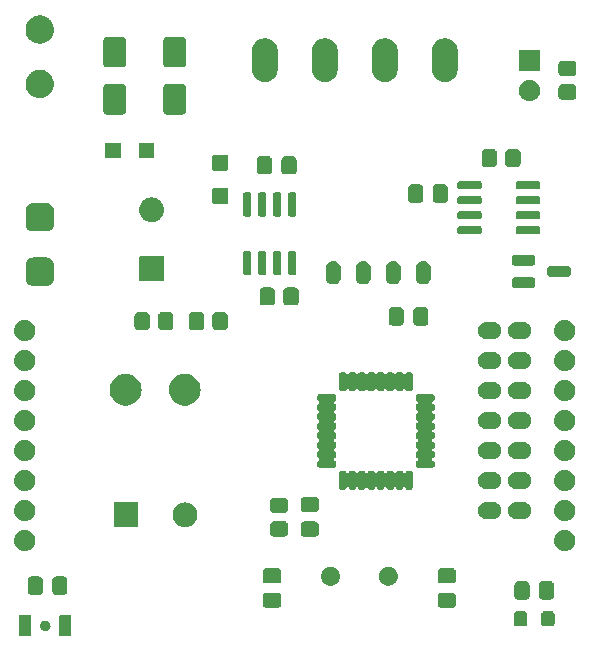
<source format=gbr>
G04 #@! TF.GenerationSoftware,KiCad,Pcbnew,8.0.1-8.0.1-1~ubuntu22.04.1*
G04 #@! TF.CreationDate,2024-04-21T12:37:43+02:00*
G04 #@! TF.ProjectId,MCU_Board,4d43555f-426f-4617-9264-2e6b69636164,rev?*
G04 #@! TF.SameCoordinates,Original*
G04 #@! TF.FileFunction,Soldermask,Top*
G04 #@! TF.FilePolarity,Negative*
%FSLAX46Y46*%
G04 Gerber Fmt 4.6, Leading zero omitted, Abs format (unit mm)*
G04 Created by KiCad (PCBNEW 8.0.1-8.0.1-1~ubuntu22.04.1) date 2024-04-21 12:37:43*
%MOMM*%
%LPD*%
G01*
G04 APERTURE LIST*
G04 APERTURE END LIST*
G36*
X48769517Y-151102882D02*
G01*
X48786062Y-151113938D01*
X48797118Y-151130483D01*
X48801000Y-151150000D01*
X48801000Y-152850000D01*
X48797118Y-152869517D01*
X48786062Y-152886062D01*
X48769517Y-152897118D01*
X48750000Y-152901000D01*
X47850000Y-152901000D01*
X47830483Y-152897118D01*
X47813938Y-152886062D01*
X47802882Y-152869517D01*
X47799000Y-152850000D01*
X47799000Y-151150000D01*
X47802882Y-151130483D01*
X47813938Y-151113938D01*
X47830483Y-151102882D01*
X47850000Y-151099000D01*
X48750000Y-151099000D01*
X48769517Y-151102882D01*
G37*
G36*
X52169517Y-151102882D02*
G01*
X52186062Y-151113938D01*
X52197118Y-151130483D01*
X52201000Y-151150000D01*
X52201000Y-152850000D01*
X52197118Y-152869517D01*
X52186062Y-152886062D01*
X52169517Y-152897118D01*
X52150000Y-152901000D01*
X51250000Y-152901000D01*
X51230483Y-152897118D01*
X51213938Y-152886062D01*
X51202882Y-152869517D01*
X51199000Y-152850000D01*
X51199000Y-151150000D01*
X51202882Y-151130483D01*
X51213938Y-151113938D01*
X51230483Y-151102882D01*
X51250000Y-151099000D01*
X52150000Y-151099000D01*
X52169517Y-151102882D01*
G37*
G36*
X50026676Y-151553591D02*
G01*
X50064184Y-151553591D01*
X50094671Y-151562542D01*
X50116450Y-151565410D01*
X50145703Y-151577527D01*
X50187352Y-151589756D01*
X50209334Y-151603883D01*
X50224961Y-151610356D01*
X50253595Y-151632327D01*
X50295342Y-151659157D01*
X50308799Y-151674688D01*
X50318141Y-151681856D01*
X50342357Y-151713416D01*
X50379405Y-151756171D01*
X50385639Y-151769822D01*
X50389643Y-151775040D01*
X50405451Y-151813205D01*
X50432731Y-151872939D01*
X50434079Y-151882319D01*
X50434589Y-151883549D01*
X50438197Y-151910960D01*
X50451000Y-152000000D01*
X50438196Y-152089048D01*
X50434589Y-152116450D01*
X50434079Y-152117678D01*
X50432731Y-152127061D01*
X50405452Y-152186791D01*
X50389643Y-152224961D01*
X50385638Y-152230180D01*
X50379405Y-152243829D01*
X50342356Y-152286584D01*
X50318142Y-152318142D01*
X50308803Y-152325308D01*
X50295342Y-152340843D01*
X50253586Y-152367677D01*
X50224961Y-152389643D01*
X50209339Y-152396113D01*
X50187352Y-152410244D01*
X50145695Y-152422475D01*
X50116450Y-152434589D01*
X50094677Y-152437455D01*
X50064184Y-152446409D01*
X50026669Y-152446409D01*
X50000000Y-152449920D01*
X49973331Y-152446409D01*
X49935816Y-152446409D01*
X49905323Y-152437455D01*
X49883549Y-152434589D01*
X49854301Y-152422474D01*
X49812648Y-152410244D01*
X49790662Y-152396114D01*
X49775038Y-152389643D01*
X49746407Y-152367673D01*
X49704658Y-152340843D01*
X49691198Y-152325310D01*
X49681857Y-152318142D01*
X49657634Y-152286574D01*
X49620595Y-152243829D01*
X49614363Y-152230183D01*
X49610356Y-152224961D01*
X49594536Y-152186768D01*
X49567269Y-152127061D01*
X49565920Y-152117682D01*
X49565410Y-152116450D01*
X49561791Y-152088965D01*
X49549000Y-152000000D01*
X49561790Y-151911042D01*
X49565410Y-151883549D01*
X49565920Y-151882315D01*
X49567269Y-151872939D01*
X49594537Y-151813228D01*
X49610356Y-151775040D01*
X49614362Y-151769818D01*
X49620595Y-151756171D01*
X49657632Y-151713427D01*
X49681857Y-151681857D01*
X49691201Y-151674687D01*
X49704658Y-151659157D01*
X49746407Y-151632326D01*
X49775040Y-151610356D01*
X49790663Y-151603884D01*
X49812648Y-151589756D01*
X49854294Y-151577527D01*
X49883549Y-151565410D01*
X49905329Y-151562542D01*
X49935816Y-151553591D01*
X49973324Y-151553591D01*
X50000000Y-151550079D01*
X50026676Y-151553591D01*
G37*
G36*
X90593914Y-150756995D02*
G01*
X90609726Y-150763976D01*
X90617531Y-150765213D01*
X90650039Y-150781776D01*
X90695106Y-150801676D01*
X90773324Y-150879894D01*
X90793226Y-150924967D01*
X90809786Y-150957468D01*
X90811021Y-150965270D01*
X90818005Y-150981086D01*
X90826000Y-151050000D01*
X90826000Y-151750000D01*
X90818005Y-151818914D01*
X90811021Y-151834729D01*
X90809786Y-151842531D01*
X90793229Y-151875024D01*
X90773324Y-151920106D01*
X90695106Y-151998324D01*
X90650024Y-152018229D01*
X90617531Y-152034786D01*
X90609729Y-152036021D01*
X90593914Y-152043005D01*
X90525000Y-152051000D01*
X89975000Y-152051000D01*
X89906086Y-152043005D01*
X89890270Y-152036021D01*
X89882468Y-152034786D01*
X89849967Y-152018226D01*
X89804894Y-151998324D01*
X89726676Y-151920106D01*
X89706776Y-151875039D01*
X89690213Y-151842531D01*
X89688976Y-151834726D01*
X89681995Y-151818914D01*
X89674000Y-151750000D01*
X89674000Y-151050000D01*
X89681995Y-150981086D01*
X89688976Y-150965274D01*
X89690213Y-150957468D01*
X89706780Y-150924953D01*
X89726676Y-150879894D01*
X89804894Y-150801676D01*
X89849953Y-150781780D01*
X89882468Y-150765213D01*
X89890274Y-150763976D01*
X89906086Y-150756995D01*
X89975000Y-150749000D01*
X90525000Y-150749000D01*
X90593914Y-150756995D01*
G37*
G36*
X92893914Y-150756995D02*
G01*
X92909726Y-150763976D01*
X92917531Y-150765213D01*
X92950039Y-150781776D01*
X92995106Y-150801676D01*
X93073324Y-150879894D01*
X93093226Y-150924967D01*
X93109786Y-150957468D01*
X93111021Y-150965270D01*
X93118005Y-150981086D01*
X93126000Y-151050000D01*
X93126000Y-151750000D01*
X93118005Y-151818914D01*
X93111021Y-151834729D01*
X93109786Y-151842531D01*
X93093229Y-151875024D01*
X93073324Y-151920106D01*
X92995106Y-151998324D01*
X92950024Y-152018229D01*
X92917531Y-152034786D01*
X92909729Y-152036021D01*
X92893914Y-152043005D01*
X92825000Y-152051000D01*
X92275000Y-152051000D01*
X92206086Y-152043005D01*
X92190270Y-152036021D01*
X92182468Y-152034786D01*
X92149967Y-152018226D01*
X92104894Y-151998324D01*
X92026676Y-151920106D01*
X92006776Y-151875039D01*
X91990213Y-151842531D01*
X91988976Y-151834726D01*
X91981995Y-151818914D01*
X91974000Y-151750000D01*
X91974000Y-151050000D01*
X91981995Y-150981086D01*
X91988976Y-150965274D01*
X91990213Y-150957468D01*
X92006780Y-150924953D01*
X92026676Y-150879894D01*
X92104894Y-150801676D01*
X92149953Y-150781780D01*
X92182468Y-150765213D01*
X92190274Y-150763976D01*
X92206086Y-150756995D01*
X92275000Y-150749000D01*
X92825000Y-150749000D01*
X92893914Y-150756995D01*
G37*
G36*
X69743914Y-149206995D02*
G01*
X69759726Y-149213976D01*
X69767531Y-149215213D01*
X69800039Y-149231776D01*
X69845106Y-149251676D01*
X69923324Y-149329894D01*
X69943226Y-149374967D01*
X69959786Y-149407468D01*
X69961021Y-149415270D01*
X69968005Y-149431086D01*
X69976000Y-149500000D01*
X69976000Y-150175000D01*
X69968005Y-150243914D01*
X69961021Y-150259729D01*
X69959786Y-150267531D01*
X69943229Y-150300024D01*
X69923324Y-150345106D01*
X69845106Y-150423324D01*
X69800024Y-150443229D01*
X69767531Y-150459786D01*
X69759729Y-150461021D01*
X69743914Y-150468005D01*
X69675000Y-150476000D01*
X68725000Y-150476000D01*
X68656086Y-150468005D01*
X68640270Y-150461021D01*
X68632468Y-150459786D01*
X68599967Y-150443226D01*
X68554894Y-150423324D01*
X68476676Y-150345106D01*
X68456776Y-150300039D01*
X68440213Y-150267531D01*
X68438976Y-150259726D01*
X68431995Y-150243914D01*
X68424000Y-150175000D01*
X68424000Y-149500000D01*
X68431995Y-149431086D01*
X68438976Y-149415274D01*
X68440213Y-149407468D01*
X68456780Y-149374953D01*
X68476676Y-149329894D01*
X68554894Y-149251676D01*
X68599953Y-149231780D01*
X68632468Y-149215213D01*
X68640274Y-149213976D01*
X68656086Y-149206995D01*
X68725000Y-149199000D01*
X69675000Y-149199000D01*
X69743914Y-149206995D01*
G37*
G36*
X84543914Y-149206995D02*
G01*
X84559726Y-149213976D01*
X84567531Y-149215213D01*
X84600039Y-149231776D01*
X84645106Y-149251676D01*
X84723324Y-149329894D01*
X84743226Y-149374967D01*
X84759786Y-149407468D01*
X84761021Y-149415270D01*
X84768005Y-149431086D01*
X84776000Y-149500000D01*
X84776000Y-150175000D01*
X84768005Y-150243914D01*
X84761021Y-150259729D01*
X84759786Y-150267531D01*
X84743229Y-150300024D01*
X84723324Y-150345106D01*
X84645106Y-150423324D01*
X84600024Y-150443229D01*
X84567531Y-150459786D01*
X84559729Y-150461021D01*
X84543914Y-150468005D01*
X84475000Y-150476000D01*
X83525000Y-150476000D01*
X83456086Y-150468005D01*
X83440270Y-150461021D01*
X83432468Y-150459786D01*
X83399967Y-150443226D01*
X83354894Y-150423324D01*
X83276676Y-150345106D01*
X83256776Y-150300039D01*
X83240213Y-150267531D01*
X83238976Y-150259726D01*
X83231995Y-150243914D01*
X83224000Y-150175000D01*
X83224000Y-149500000D01*
X83231995Y-149431086D01*
X83238976Y-149415274D01*
X83240213Y-149407468D01*
X83256780Y-149374953D01*
X83276676Y-149329894D01*
X83354894Y-149251676D01*
X83399953Y-149231780D01*
X83432468Y-149215213D01*
X83440274Y-149213976D01*
X83456086Y-149206995D01*
X83525000Y-149199000D01*
X84475000Y-149199000D01*
X84543914Y-149206995D01*
G37*
G36*
X90768914Y-148231995D02*
G01*
X90784726Y-148238976D01*
X90792531Y-148240213D01*
X90825039Y-148256776D01*
X90870106Y-148276676D01*
X90948324Y-148354894D01*
X90968226Y-148399967D01*
X90984786Y-148432468D01*
X90986021Y-148440270D01*
X90993005Y-148456086D01*
X91001000Y-148525000D01*
X91001000Y-149475000D01*
X90993005Y-149543914D01*
X90986021Y-149559729D01*
X90984786Y-149567531D01*
X90968229Y-149600024D01*
X90948324Y-149645106D01*
X90870106Y-149723324D01*
X90825024Y-149743229D01*
X90792531Y-149759786D01*
X90784729Y-149761021D01*
X90768914Y-149768005D01*
X90700000Y-149776000D01*
X90025000Y-149776000D01*
X89956086Y-149768005D01*
X89940270Y-149761021D01*
X89932468Y-149759786D01*
X89899967Y-149743226D01*
X89854894Y-149723324D01*
X89776676Y-149645106D01*
X89756776Y-149600039D01*
X89740213Y-149567531D01*
X89738976Y-149559726D01*
X89731995Y-149543914D01*
X89724000Y-149475000D01*
X89724000Y-148525000D01*
X89731995Y-148456086D01*
X89738976Y-148440274D01*
X89740213Y-148432468D01*
X89756780Y-148399953D01*
X89776676Y-148354894D01*
X89854894Y-148276676D01*
X89899953Y-148256780D01*
X89932468Y-148240213D01*
X89940274Y-148238976D01*
X89956086Y-148231995D01*
X90025000Y-148224000D01*
X90700000Y-148224000D01*
X90768914Y-148231995D01*
G37*
G36*
X92843914Y-148231995D02*
G01*
X92859726Y-148238976D01*
X92867531Y-148240213D01*
X92900039Y-148256776D01*
X92945106Y-148276676D01*
X93023324Y-148354894D01*
X93043226Y-148399967D01*
X93059786Y-148432468D01*
X93061021Y-148440270D01*
X93068005Y-148456086D01*
X93076000Y-148525000D01*
X93076000Y-149475000D01*
X93068005Y-149543914D01*
X93061021Y-149559729D01*
X93059786Y-149567531D01*
X93043229Y-149600024D01*
X93023324Y-149645106D01*
X92945106Y-149723324D01*
X92900024Y-149743229D01*
X92867531Y-149759786D01*
X92859729Y-149761021D01*
X92843914Y-149768005D01*
X92775000Y-149776000D01*
X92100000Y-149776000D01*
X92031086Y-149768005D01*
X92015270Y-149761021D01*
X92007468Y-149759786D01*
X91974967Y-149743226D01*
X91929894Y-149723324D01*
X91851676Y-149645106D01*
X91831776Y-149600039D01*
X91815213Y-149567531D01*
X91813976Y-149559726D01*
X91806995Y-149543914D01*
X91799000Y-149475000D01*
X91799000Y-148525000D01*
X91806995Y-148456086D01*
X91813976Y-148440274D01*
X91815213Y-148432468D01*
X91831780Y-148399953D01*
X91851676Y-148354894D01*
X91929894Y-148276676D01*
X91974953Y-148256780D01*
X92007468Y-148240213D01*
X92015274Y-148238976D01*
X92031086Y-148231995D01*
X92100000Y-148224000D01*
X92775000Y-148224000D01*
X92843914Y-148231995D01*
G37*
G36*
X49568914Y-147831995D02*
G01*
X49584726Y-147838976D01*
X49592531Y-147840213D01*
X49625039Y-147856776D01*
X49670106Y-147876676D01*
X49748324Y-147954894D01*
X49768226Y-147999967D01*
X49784786Y-148032468D01*
X49786021Y-148040270D01*
X49793005Y-148056086D01*
X49801000Y-148125000D01*
X49801000Y-149075000D01*
X49793005Y-149143914D01*
X49786021Y-149159729D01*
X49784786Y-149167531D01*
X49768229Y-149200024D01*
X49748324Y-149245106D01*
X49670106Y-149323324D01*
X49625024Y-149343229D01*
X49592531Y-149359786D01*
X49584729Y-149361021D01*
X49568914Y-149368005D01*
X49500000Y-149376000D01*
X48825000Y-149376000D01*
X48756086Y-149368005D01*
X48740270Y-149361021D01*
X48732468Y-149359786D01*
X48699967Y-149343226D01*
X48654894Y-149323324D01*
X48576676Y-149245106D01*
X48556776Y-149200039D01*
X48540213Y-149167531D01*
X48538976Y-149159726D01*
X48531995Y-149143914D01*
X48524000Y-149075000D01*
X48524000Y-148125000D01*
X48531995Y-148056086D01*
X48538976Y-148040274D01*
X48540213Y-148032468D01*
X48556780Y-147999953D01*
X48576676Y-147954894D01*
X48654894Y-147876676D01*
X48699953Y-147856780D01*
X48732468Y-147840213D01*
X48740274Y-147838976D01*
X48756086Y-147831995D01*
X48825000Y-147824000D01*
X49500000Y-147824000D01*
X49568914Y-147831995D01*
G37*
G36*
X51643914Y-147831995D02*
G01*
X51659726Y-147838976D01*
X51667531Y-147840213D01*
X51700039Y-147856776D01*
X51745106Y-147876676D01*
X51823324Y-147954894D01*
X51843226Y-147999967D01*
X51859786Y-148032468D01*
X51861021Y-148040270D01*
X51868005Y-148056086D01*
X51876000Y-148125000D01*
X51876000Y-149075000D01*
X51868005Y-149143914D01*
X51861021Y-149159729D01*
X51859786Y-149167531D01*
X51843229Y-149200024D01*
X51823324Y-149245106D01*
X51745106Y-149323324D01*
X51700024Y-149343229D01*
X51667531Y-149359786D01*
X51659729Y-149361021D01*
X51643914Y-149368005D01*
X51575000Y-149376000D01*
X50900000Y-149376000D01*
X50831086Y-149368005D01*
X50815270Y-149361021D01*
X50807468Y-149359786D01*
X50774967Y-149343226D01*
X50729894Y-149323324D01*
X50651676Y-149245106D01*
X50631776Y-149200039D01*
X50615213Y-149167531D01*
X50613976Y-149159726D01*
X50606995Y-149143914D01*
X50599000Y-149075000D01*
X50599000Y-148125000D01*
X50606995Y-148056086D01*
X50613976Y-148040274D01*
X50615213Y-148032468D01*
X50631780Y-147999953D01*
X50651676Y-147954894D01*
X50729894Y-147876676D01*
X50774953Y-147856780D01*
X50807468Y-147840213D01*
X50815274Y-147838976D01*
X50831086Y-147831995D01*
X50900000Y-147824000D01*
X51575000Y-147824000D01*
X51643914Y-147831995D01*
G37*
G36*
X74195023Y-147004073D02*
G01*
X74233657Y-147004073D01*
X74277240Y-147013336D01*
X74328239Y-147019083D01*
X74365321Y-147032058D01*
X74397306Y-147038857D01*
X74443401Y-147059379D01*
X74497541Y-147078324D01*
X74525719Y-147096029D01*
X74550157Y-147106910D01*
X74595720Y-147140014D01*
X74649415Y-147173753D01*
X74668700Y-147193038D01*
X74685512Y-147205253D01*
X74727076Y-147251414D01*
X74776247Y-147300585D01*
X74787555Y-147318582D01*
X74797467Y-147329590D01*
X74831376Y-147388322D01*
X74871676Y-147452459D01*
X74876707Y-147466838D01*
X74881120Y-147474481D01*
X74903718Y-147544030D01*
X74930917Y-147621761D01*
X74931948Y-147630913D01*
X74932823Y-147633606D01*
X74940750Y-147709038D01*
X74951000Y-147800000D01*
X74940750Y-147890969D01*
X74932823Y-147966393D01*
X74931948Y-147969084D01*
X74930917Y-147978239D01*
X74903713Y-148055982D01*
X74881120Y-148125518D01*
X74876708Y-148133159D01*
X74871676Y-148147541D01*
X74831369Y-148211688D01*
X74797467Y-148270409D01*
X74787557Y-148281414D01*
X74776247Y-148299415D01*
X74727067Y-148348594D01*
X74685512Y-148394746D01*
X74668704Y-148406957D01*
X74649415Y-148426247D01*
X74595710Y-148459992D01*
X74550157Y-148493089D01*
X74525725Y-148503966D01*
X74497541Y-148521676D01*
X74443391Y-148540623D01*
X74397306Y-148561142D01*
X74365327Y-148567939D01*
X74328239Y-148580917D01*
X74277237Y-148586663D01*
X74233657Y-148595927D01*
X74195023Y-148595927D01*
X74150000Y-148601000D01*
X74104977Y-148595927D01*
X74066343Y-148595927D01*
X74022761Y-148586663D01*
X73971761Y-148580917D01*
X73934674Y-148567939D01*
X73902693Y-148561142D01*
X73856603Y-148540622D01*
X73802459Y-148521676D01*
X73774277Y-148503968D01*
X73749842Y-148493089D01*
X73704282Y-148459987D01*
X73650585Y-148426247D01*
X73631298Y-148406960D01*
X73614487Y-148394746D01*
X73572922Y-148348584D01*
X73523753Y-148299415D01*
X73512444Y-148281418D01*
X73502532Y-148270409D01*
X73468618Y-148211668D01*
X73428324Y-148147541D01*
X73423293Y-148133163D01*
X73418879Y-148125518D01*
X73396272Y-148055942D01*
X73369083Y-147978239D01*
X73368052Y-147969089D01*
X73367176Y-147966393D01*
X73359235Y-147890837D01*
X73349000Y-147800000D01*
X73359234Y-147709170D01*
X73367176Y-147633606D01*
X73368052Y-147630909D01*
X73369083Y-147621761D01*
X73396267Y-147544070D01*
X73418879Y-147474481D01*
X73423293Y-147466834D01*
X73428324Y-147452459D01*
X73468611Y-147388342D01*
X73502532Y-147329590D01*
X73512446Y-147318578D01*
X73523753Y-147300585D01*
X73572913Y-147251424D01*
X73614487Y-147205253D01*
X73631301Y-147193036D01*
X73650585Y-147173753D01*
X73704278Y-147140015D01*
X73749846Y-147106908D01*
X73774284Y-147096027D01*
X73802459Y-147078324D01*
X73856587Y-147059383D01*
X73902689Y-147038858D01*
X73934679Y-147032058D01*
X73971761Y-147019083D01*
X74022759Y-147013336D01*
X74066343Y-147004073D01*
X74104977Y-147004073D01*
X74150000Y-146999000D01*
X74195023Y-147004073D01*
G37*
G36*
X79095023Y-147004073D02*
G01*
X79133657Y-147004073D01*
X79177240Y-147013336D01*
X79228239Y-147019083D01*
X79265321Y-147032058D01*
X79297306Y-147038857D01*
X79343401Y-147059379D01*
X79397541Y-147078324D01*
X79425719Y-147096029D01*
X79450157Y-147106910D01*
X79495720Y-147140014D01*
X79549415Y-147173753D01*
X79568700Y-147193038D01*
X79585512Y-147205253D01*
X79627076Y-147251414D01*
X79676247Y-147300585D01*
X79687555Y-147318582D01*
X79697467Y-147329590D01*
X79731376Y-147388322D01*
X79771676Y-147452459D01*
X79776707Y-147466838D01*
X79781120Y-147474481D01*
X79803718Y-147544030D01*
X79830917Y-147621761D01*
X79831948Y-147630913D01*
X79832823Y-147633606D01*
X79840750Y-147709038D01*
X79851000Y-147800000D01*
X79840750Y-147890969D01*
X79832823Y-147966393D01*
X79831948Y-147969084D01*
X79830917Y-147978239D01*
X79803713Y-148055982D01*
X79781120Y-148125518D01*
X79776708Y-148133159D01*
X79771676Y-148147541D01*
X79731369Y-148211688D01*
X79697467Y-148270409D01*
X79687557Y-148281414D01*
X79676247Y-148299415D01*
X79627067Y-148348594D01*
X79585512Y-148394746D01*
X79568704Y-148406957D01*
X79549415Y-148426247D01*
X79495710Y-148459992D01*
X79450157Y-148493089D01*
X79425725Y-148503966D01*
X79397541Y-148521676D01*
X79343391Y-148540623D01*
X79297306Y-148561142D01*
X79265327Y-148567939D01*
X79228239Y-148580917D01*
X79177237Y-148586663D01*
X79133657Y-148595927D01*
X79095023Y-148595927D01*
X79050000Y-148601000D01*
X79004977Y-148595927D01*
X78966343Y-148595927D01*
X78922761Y-148586663D01*
X78871761Y-148580917D01*
X78834674Y-148567939D01*
X78802693Y-148561142D01*
X78756603Y-148540622D01*
X78702459Y-148521676D01*
X78674277Y-148503968D01*
X78649842Y-148493089D01*
X78604282Y-148459987D01*
X78550585Y-148426247D01*
X78531298Y-148406960D01*
X78514487Y-148394746D01*
X78472922Y-148348584D01*
X78423753Y-148299415D01*
X78412444Y-148281418D01*
X78402532Y-148270409D01*
X78368618Y-148211668D01*
X78328324Y-148147541D01*
X78323293Y-148133163D01*
X78318879Y-148125518D01*
X78296272Y-148055942D01*
X78269083Y-147978239D01*
X78268052Y-147969089D01*
X78267176Y-147966393D01*
X78259235Y-147890837D01*
X78249000Y-147800000D01*
X78259234Y-147709170D01*
X78267176Y-147633606D01*
X78268052Y-147630909D01*
X78269083Y-147621761D01*
X78296267Y-147544070D01*
X78318879Y-147474481D01*
X78323293Y-147466834D01*
X78328324Y-147452459D01*
X78368611Y-147388342D01*
X78402532Y-147329590D01*
X78412446Y-147318578D01*
X78423753Y-147300585D01*
X78472913Y-147251424D01*
X78514487Y-147205253D01*
X78531301Y-147193036D01*
X78550585Y-147173753D01*
X78604278Y-147140015D01*
X78649846Y-147106908D01*
X78674284Y-147096027D01*
X78702459Y-147078324D01*
X78756587Y-147059383D01*
X78802689Y-147038858D01*
X78834679Y-147032058D01*
X78871761Y-147019083D01*
X78922759Y-147013336D01*
X78966343Y-147004073D01*
X79004977Y-147004073D01*
X79050000Y-146999000D01*
X79095023Y-147004073D01*
G37*
G36*
X69743914Y-147131995D02*
G01*
X69759726Y-147138976D01*
X69767531Y-147140213D01*
X69800039Y-147156776D01*
X69845106Y-147176676D01*
X69923324Y-147254894D01*
X69943226Y-147299967D01*
X69959786Y-147332468D01*
X69961021Y-147340270D01*
X69968005Y-147356086D01*
X69976000Y-147425000D01*
X69976000Y-148100000D01*
X69968005Y-148168914D01*
X69961021Y-148184729D01*
X69959786Y-148192531D01*
X69943229Y-148225024D01*
X69923324Y-148270106D01*
X69845106Y-148348324D01*
X69800024Y-148368229D01*
X69767531Y-148384786D01*
X69759729Y-148386021D01*
X69743914Y-148393005D01*
X69675000Y-148401000D01*
X68725000Y-148401000D01*
X68656086Y-148393005D01*
X68640270Y-148386021D01*
X68632468Y-148384786D01*
X68599967Y-148368226D01*
X68554894Y-148348324D01*
X68476676Y-148270106D01*
X68456776Y-148225039D01*
X68440213Y-148192531D01*
X68438976Y-148184726D01*
X68431995Y-148168914D01*
X68424000Y-148100000D01*
X68424000Y-147425000D01*
X68431995Y-147356086D01*
X68438976Y-147340274D01*
X68440213Y-147332468D01*
X68456780Y-147299953D01*
X68476676Y-147254894D01*
X68554894Y-147176676D01*
X68599953Y-147156780D01*
X68632468Y-147140213D01*
X68640274Y-147138976D01*
X68656086Y-147131995D01*
X68725000Y-147124000D01*
X69675000Y-147124000D01*
X69743914Y-147131995D01*
G37*
G36*
X84543914Y-147131995D02*
G01*
X84559726Y-147138976D01*
X84567531Y-147140213D01*
X84600039Y-147156776D01*
X84645106Y-147176676D01*
X84723324Y-147254894D01*
X84743226Y-147299967D01*
X84759786Y-147332468D01*
X84761021Y-147340270D01*
X84768005Y-147356086D01*
X84776000Y-147425000D01*
X84776000Y-148100000D01*
X84768005Y-148168914D01*
X84761021Y-148184729D01*
X84759786Y-148192531D01*
X84743229Y-148225024D01*
X84723324Y-148270106D01*
X84645106Y-148348324D01*
X84600024Y-148368229D01*
X84567531Y-148384786D01*
X84559729Y-148386021D01*
X84543914Y-148393005D01*
X84475000Y-148401000D01*
X83525000Y-148401000D01*
X83456086Y-148393005D01*
X83440270Y-148386021D01*
X83432468Y-148384786D01*
X83399967Y-148368226D01*
X83354894Y-148348324D01*
X83276676Y-148270106D01*
X83256776Y-148225039D01*
X83240213Y-148192531D01*
X83238976Y-148184726D01*
X83231995Y-148168914D01*
X83224000Y-148100000D01*
X83224000Y-147425000D01*
X83231995Y-147356086D01*
X83238976Y-147340274D01*
X83240213Y-147332468D01*
X83256780Y-147299953D01*
X83276676Y-147254894D01*
X83354894Y-147176676D01*
X83399953Y-147156780D01*
X83432468Y-147140213D01*
X83440274Y-147138976D01*
X83456086Y-147131995D01*
X83525000Y-147124000D01*
X84475000Y-147124000D01*
X84543914Y-147131995D01*
G37*
G36*
X48303983Y-143883936D02*
G01*
X48354180Y-143883936D01*
X48397524Y-143893149D01*
X48435659Y-143896905D01*
X48483566Y-143911437D01*
X48538424Y-143923098D01*
X48573530Y-143938728D01*
X48604566Y-143948143D01*
X48653884Y-143974504D01*
X48710500Y-143999711D01*
X48736822Y-144018835D01*
X48760232Y-144031348D01*
X48807988Y-144070540D01*
X48862887Y-144110427D01*
X48880711Y-144130223D01*
X48896675Y-144143324D01*
X48939572Y-144195594D01*
X48988924Y-144250405D01*
X48999292Y-144268363D01*
X49008651Y-144279767D01*
X49043273Y-144344542D01*
X49083104Y-144413530D01*
X49087685Y-144427630D01*
X49091856Y-144435433D01*
X49114852Y-144511242D01*
X49141311Y-144592672D01*
X49142242Y-144601532D01*
X49143094Y-144604340D01*
X49151384Y-144688513D01*
X49161000Y-144780000D01*
X49151383Y-144871494D01*
X49143094Y-144955659D01*
X49142242Y-144958466D01*
X49141311Y-144967328D01*
X49114848Y-145048771D01*
X49091856Y-145124566D01*
X49087686Y-145132366D01*
X49083104Y-145146470D01*
X49043266Y-145215470D01*
X49008651Y-145280232D01*
X48999294Y-145291633D01*
X48988924Y-145309595D01*
X48939563Y-145364415D01*
X48896675Y-145416675D01*
X48880714Y-145429773D01*
X48862887Y-145449573D01*
X48807977Y-145489467D01*
X48760232Y-145528651D01*
X48736827Y-145541161D01*
X48710500Y-145560289D01*
X48653873Y-145585500D01*
X48604566Y-145611856D01*
X48573537Y-145621268D01*
X48538424Y-145636902D01*
X48483555Y-145648564D01*
X48435659Y-145663094D01*
X48397532Y-145666849D01*
X48354180Y-145676064D01*
X48303973Y-145676064D01*
X48260000Y-145680395D01*
X48216027Y-145676064D01*
X48165820Y-145676064D01*
X48122467Y-145666849D01*
X48084340Y-145663094D01*
X48036441Y-145648563D01*
X47981576Y-145636902D01*
X47946464Y-145621269D01*
X47915433Y-145611856D01*
X47866120Y-145585498D01*
X47809500Y-145560289D01*
X47783175Y-145541163D01*
X47759767Y-145528651D01*
X47712013Y-145489460D01*
X47657113Y-145449573D01*
X47639287Y-145429776D01*
X47623324Y-145416675D01*
X47580425Y-145364402D01*
X47531076Y-145309595D01*
X47520708Y-145291637D01*
X47511348Y-145280232D01*
X47476719Y-145215447D01*
X47436896Y-145146470D01*
X47432315Y-145132371D01*
X47428143Y-145124566D01*
X47405136Y-145048725D01*
X47378689Y-144967328D01*
X47377758Y-144958471D01*
X47376905Y-144955659D01*
X47368600Y-144871342D01*
X47359000Y-144780000D01*
X47368599Y-144688664D01*
X47376905Y-144604340D01*
X47377758Y-144601527D01*
X47378689Y-144592672D01*
X47405132Y-144511288D01*
X47428143Y-144435433D01*
X47432315Y-144427626D01*
X47436896Y-144413530D01*
X47476712Y-144344565D01*
X47511348Y-144279767D01*
X47520710Y-144268359D01*
X47531076Y-144250405D01*
X47580416Y-144195607D01*
X47623324Y-144143324D01*
X47639291Y-144130219D01*
X47657113Y-144110427D01*
X47712002Y-144070546D01*
X47759767Y-144031348D01*
X47783180Y-144018833D01*
X47809500Y-143999711D01*
X47866109Y-143974506D01*
X47915433Y-143948143D01*
X47946471Y-143938727D01*
X47981576Y-143923098D01*
X48036430Y-143911438D01*
X48084340Y-143896905D01*
X48122476Y-143893148D01*
X48165820Y-143883936D01*
X48216016Y-143883936D01*
X48260000Y-143879604D01*
X48303983Y-143883936D01*
G37*
G36*
X94023983Y-143883936D02*
G01*
X94074180Y-143883936D01*
X94117524Y-143893149D01*
X94155659Y-143896905D01*
X94203566Y-143911437D01*
X94258424Y-143923098D01*
X94293530Y-143938728D01*
X94324566Y-143948143D01*
X94373884Y-143974504D01*
X94430500Y-143999711D01*
X94456822Y-144018835D01*
X94480232Y-144031348D01*
X94527988Y-144070540D01*
X94582887Y-144110427D01*
X94600711Y-144130223D01*
X94616675Y-144143324D01*
X94659572Y-144195594D01*
X94708924Y-144250405D01*
X94719292Y-144268363D01*
X94728651Y-144279767D01*
X94763273Y-144344542D01*
X94803104Y-144413530D01*
X94807685Y-144427630D01*
X94811856Y-144435433D01*
X94834852Y-144511242D01*
X94861311Y-144592672D01*
X94862242Y-144601532D01*
X94863094Y-144604340D01*
X94871384Y-144688513D01*
X94881000Y-144780000D01*
X94871383Y-144871494D01*
X94863094Y-144955659D01*
X94862242Y-144958466D01*
X94861311Y-144967328D01*
X94834848Y-145048771D01*
X94811856Y-145124566D01*
X94807686Y-145132366D01*
X94803104Y-145146470D01*
X94763266Y-145215470D01*
X94728651Y-145280232D01*
X94719294Y-145291633D01*
X94708924Y-145309595D01*
X94659563Y-145364415D01*
X94616675Y-145416675D01*
X94600714Y-145429773D01*
X94582887Y-145449573D01*
X94527977Y-145489467D01*
X94480232Y-145528651D01*
X94456827Y-145541161D01*
X94430500Y-145560289D01*
X94373873Y-145585500D01*
X94324566Y-145611856D01*
X94293537Y-145621268D01*
X94258424Y-145636902D01*
X94203555Y-145648564D01*
X94155659Y-145663094D01*
X94117532Y-145666849D01*
X94074180Y-145676064D01*
X94023973Y-145676064D01*
X93980000Y-145680395D01*
X93936027Y-145676064D01*
X93885820Y-145676064D01*
X93842467Y-145666849D01*
X93804340Y-145663094D01*
X93756441Y-145648563D01*
X93701576Y-145636902D01*
X93666464Y-145621269D01*
X93635433Y-145611856D01*
X93586120Y-145585498D01*
X93529500Y-145560289D01*
X93503175Y-145541163D01*
X93479767Y-145528651D01*
X93432013Y-145489460D01*
X93377113Y-145449573D01*
X93359287Y-145429776D01*
X93343324Y-145416675D01*
X93300425Y-145364402D01*
X93251076Y-145309595D01*
X93240708Y-145291637D01*
X93231348Y-145280232D01*
X93196719Y-145215447D01*
X93156896Y-145146470D01*
X93152315Y-145132371D01*
X93148143Y-145124566D01*
X93125136Y-145048725D01*
X93098689Y-144967328D01*
X93097758Y-144958471D01*
X93096905Y-144955659D01*
X93088600Y-144871342D01*
X93079000Y-144780000D01*
X93088599Y-144688664D01*
X93096905Y-144604340D01*
X93097758Y-144601527D01*
X93098689Y-144592672D01*
X93125132Y-144511288D01*
X93148143Y-144435433D01*
X93152315Y-144427626D01*
X93156896Y-144413530D01*
X93196712Y-144344565D01*
X93231348Y-144279767D01*
X93240710Y-144268359D01*
X93251076Y-144250405D01*
X93300416Y-144195607D01*
X93343324Y-144143324D01*
X93359291Y-144130219D01*
X93377113Y-144110427D01*
X93432002Y-144070546D01*
X93479767Y-144031348D01*
X93503180Y-144018833D01*
X93529500Y-143999711D01*
X93586109Y-143974506D01*
X93635433Y-143948143D01*
X93666471Y-143938727D01*
X93701576Y-143923098D01*
X93756430Y-143911438D01*
X93804340Y-143896905D01*
X93842476Y-143893148D01*
X93885820Y-143883936D01*
X93936016Y-143883936D01*
X93980000Y-143879604D01*
X94023983Y-143883936D01*
G37*
G36*
X70318914Y-143156995D02*
G01*
X70334726Y-143163976D01*
X70342531Y-143165213D01*
X70375039Y-143181776D01*
X70420106Y-143201676D01*
X70498324Y-143279894D01*
X70518226Y-143324967D01*
X70534786Y-143357468D01*
X70536021Y-143365270D01*
X70543005Y-143381086D01*
X70551000Y-143450000D01*
X70551000Y-144150000D01*
X70543005Y-144218914D01*
X70536021Y-144234729D01*
X70534786Y-144242531D01*
X70518229Y-144275024D01*
X70498324Y-144320106D01*
X70420106Y-144398324D01*
X70375024Y-144418229D01*
X70342531Y-144434786D01*
X70334729Y-144436021D01*
X70318914Y-144443005D01*
X70250000Y-144451000D01*
X69350000Y-144451000D01*
X69281086Y-144443005D01*
X69265270Y-144436021D01*
X69257468Y-144434786D01*
X69224967Y-144418226D01*
X69179894Y-144398324D01*
X69101676Y-144320106D01*
X69081776Y-144275039D01*
X69065213Y-144242531D01*
X69063976Y-144234726D01*
X69056995Y-144218914D01*
X69049000Y-144150000D01*
X69049000Y-143450000D01*
X69056995Y-143381086D01*
X69063976Y-143365274D01*
X69065213Y-143357468D01*
X69081780Y-143324953D01*
X69101676Y-143279894D01*
X69179894Y-143201676D01*
X69224953Y-143181780D01*
X69257468Y-143165213D01*
X69265274Y-143163976D01*
X69281086Y-143156995D01*
X69350000Y-143149000D01*
X70250000Y-143149000D01*
X70318914Y-143156995D01*
G37*
G36*
X72943914Y-143169495D02*
G01*
X72959726Y-143176476D01*
X72967531Y-143177713D01*
X73000039Y-143194276D01*
X73045106Y-143214176D01*
X73123324Y-143292394D01*
X73143226Y-143337467D01*
X73159786Y-143369968D01*
X73161021Y-143377770D01*
X73168005Y-143393586D01*
X73176000Y-143462500D01*
X73176000Y-144137500D01*
X73168005Y-144206414D01*
X73161021Y-144222229D01*
X73159786Y-144230031D01*
X73143229Y-144262524D01*
X73123324Y-144307606D01*
X73045106Y-144385824D01*
X73000024Y-144405729D01*
X72967531Y-144422286D01*
X72959729Y-144423521D01*
X72943914Y-144430505D01*
X72875000Y-144438500D01*
X71925000Y-144438500D01*
X71856086Y-144430505D01*
X71840270Y-144423521D01*
X71832468Y-144422286D01*
X71799967Y-144405726D01*
X71754894Y-144385824D01*
X71676676Y-144307606D01*
X71656776Y-144262539D01*
X71640213Y-144230031D01*
X71638976Y-144222226D01*
X71631995Y-144206414D01*
X71624000Y-144137500D01*
X71624000Y-143462500D01*
X71631995Y-143393586D01*
X71638976Y-143377774D01*
X71640213Y-143369968D01*
X71656780Y-143337453D01*
X71676676Y-143292394D01*
X71754894Y-143214176D01*
X71799953Y-143194280D01*
X71832468Y-143177713D01*
X71840274Y-143176476D01*
X71856086Y-143169495D01*
X71925000Y-143161500D01*
X72875000Y-143161500D01*
X72943914Y-143169495D01*
G37*
G36*
X57851840Y-141552882D02*
G01*
X57868385Y-141563938D01*
X57879441Y-141580483D01*
X57883323Y-141600000D01*
X57883323Y-143600000D01*
X57879441Y-143619517D01*
X57868385Y-143636062D01*
X57851840Y-143647118D01*
X57832323Y-143651000D01*
X55832323Y-143651000D01*
X55812806Y-143647118D01*
X55796261Y-143636062D01*
X55785205Y-143619517D01*
X55781323Y-143600000D01*
X55781323Y-141600000D01*
X55785205Y-141580483D01*
X55796261Y-141563938D01*
X55812806Y-141552882D01*
X55832323Y-141549000D01*
X57832323Y-141549000D01*
X57851840Y-141552882D01*
G37*
G36*
X61883261Y-141554017D02*
G01*
X61929246Y-141554017D01*
X61980462Y-141563590D01*
X62037363Y-141569195D01*
X62080584Y-141582306D01*
X62119797Y-141589636D01*
X62174108Y-141610676D01*
X62234523Y-141629003D01*
X62269043Y-141647454D01*
X62300555Y-141659662D01*
X62355300Y-141693559D01*
X62416227Y-141726125D01*
X62441829Y-141747136D01*
X62465371Y-141761713D01*
X62517535Y-141809267D01*
X62575492Y-141856831D01*
X62592665Y-141877757D01*
X62608624Y-141892305D01*
X62654952Y-141953653D01*
X62706198Y-142016096D01*
X62716106Y-142034634D01*
X62725445Y-142047000D01*
X62762597Y-142121613D01*
X62803320Y-142197800D01*
X62807663Y-142212117D01*
X62811851Y-142220528D01*
X62836590Y-142307476D01*
X62863128Y-142394960D01*
X62863999Y-142403811D01*
X62864900Y-142406975D01*
X62874261Y-142508002D01*
X62883323Y-142600000D01*
X62874261Y-142692005D01*
X62864900Y-142793024D01*
X62863999Y-142796187D01*
X62863128Y-142805040D01*
X62836585Y-142892538D01*
X62811851Y-142979471D01*
X62807664Y-142987879D01*
X62803320Y-143002200D01*
X62762590Y-143078399D01*
X62725445Y-143152999D01*
X62716108Y-143165362D01*
X62706198Y-143183904D01*
X62654943Y-143246357D01*
X62608624Y-143307694D01*
X62592668Y-143322238D01*
X62575492Y-143343169D01*
X62517524Y-143390741D01*
X62465371Y-143438286D01*
X62441834Y-143452859D01*
X62416227Y-143473875D01*
X62355288Y-143506447D01*
X62300555Y-143540337D01*
X62269049Y-143552542D01*
X62234523Y-143570997D01*
X62174096Y-143589327D01*
X62119797Y-143610363D01*
X62080591Y-143617691D01*
X62037363Y-143630805D01*
X61980459Y-143636409D01*
X61929246Y-143645983D01*
X61883261Y-143645983D01*
X61832323Y-143651000D01*
X61781385Y-143645983D01*
X61735400Y-143645983D01*
X61684186Y-143636409D01*
X61627283Y-143630805D01*
X61584055Y-143617692D01*
X61544848Y-143610363D01*
X61490544Y-143589325D01*
X61430123Y-143570997D01*
X61395598Y-143552543D01*
X61364090Y-143540337D01*
X61309350Y-143506443D01*
X61248419Y-143473875D01*
X61222814Y-143452861D01*
X61199274Y-143438286D01*
X61147111Y-143390733D01*
X61089154Y-143343169D01*
X61071979Y-143322242D01*
X61056021Y-143307694D01*
X61009690Y-143246342D01*
X60958448Y-143183904D01*
X60948539Y-143165366D01*
X60939200Y-143152999D01*
X60902040Y-143078372D01*
X60861326Y-143002200D01*
X60856983Y-142987884D01*
X60852794Y-142979471D01*
X60828044Y-142892485D01*
X60801518Y-142805040D01*
X60800646Y-142796192D01*
X60799745Y-142793024D01*
X60790367Y-142691833D01*
X60781323Y-142600000D01*
X60790367Y-142508173D01*
X60799745Y-142406975D01*
X60800646Y-142403805D01*
X60801518Y-142394960D01*
X60828039Y-142307529D01*
X60852794Y-142220528D01*
X60856984Y-142212112D01*
X60861326Y-142197800D01*
X60902033Y-142121641D01*
X60939200Y-142047000D01*
X60948541Y-142034629D01*
X60958448Y-142016096D01*
X61009680Y-141953668D01*
X61056021Y-141892305D01*
X61071983Y-141877753D01*
X61089154Y-141856831D01*
X61147100Y-141809275D01*
X61199274Y-141761713D01*
X61222819Y-141747134D01*
X61248419Y-141726125D01*
X61309338Y-141693563D01*
X61364090Y-141659662D01*
X61395605Y-141647452D01*
X61430123Y-141629003D01*
X61490532Y-141610677D01*
X61544848Y-141589636D01*
X61584062Y-141582305D01*
X61627283Y-141569195D01*
X61684183Y-141563590D01*
X61735400Y-141554017D01*
X61781385Y-141554017D01*
X61832323Y-141549000D01*
X61883261Y-141554017D01*
G37*
G36*
X48303983Y-141343936D02*
G01*
X48354180Y-141343936D01*
X48397524Y-141353149D01*
X48435659Y-141356905D01*
X48483566Y-141371437D01*
X48538424Y-141383098D01*
X48573530Y-141398728D01*
X48604566Y-141408143D01*
X48653884Y-141434504D01*
X48710500Y-141459711D01*
X48736822Y-141478835D01*
X48760232Y-141491348D01*
X48807988Y-141530540D01*
X48862887Y-141570427D01*
X48880711Y-141590223D01*
X48896675Y-141603324D01*
X48939572Y-141655594D01*
X48988924Y-141710405D01*
X48999292Y-141728363D01*
X49008651Y-141739767D01*
X49043273Y-141804542D01*
X49083104Y-141873530D01*
X49087685Y-141887630D01*
X49091856Y-141895433D01*
X49114852Y-141971242D01*
X49141311Y-142052672D01*
X49142242Y-142061532D01*
X49143094Y-142064340D01*
X49151384Y-142148513D01*
X49161000Y-142240000D01*
X49151383Y-142331494D01*
X49143094Y-142415659D01*
X49142242Y-142418466D01*
X49141311Y-142427328D01*
X49114848Y-142508771D01*
X49091856Y-142584566D01*
X49087686Y-142592366D01*
X49083104Y-142606470D01*
X49043266Y-142675470D01*
X49008651Y-142740232D01*
X48999294Y-142751633D01*
X48988924Y-142769595D01*
X48939563Y-142824415D01*
X48896675Y-142876675D01*
X48880714Y-142889773D01*
X48862887Y-142909573D01*
X48807977Y-142949467D01*
X48760232Y-142988651D01*
X48736827Y-143001161D01*
X48710500Y-143020289D01*
X48653873Y-143045500D01*
X48604566Y-143071856D01*
X48573537Y-143081268D01*
X48538424Y-143096902D01*
X48483555Y-143108564D01*
X48435659Y-143123094D01*
X48397532Y-143126849D01*
X48354180Y-143136064D01*
X48303973Y-143136064D01*
X48260000Y-143140395D01*
X48216027Y-143136064D01*
X48165820Y-143136064D01*
X48122467Y-143126849D01*
X48084340Y-143123094D01*
X48036441Y-143108563D01*
X47981576Y-143096902D01*
X47946464Y-143081269D01*
X47915433Y-143071856D01*
X47866120Y-143045498D01*
X47809500Y-143020289D01*
X47783175Y-143001163D01*
X47759767Y-142988651D01*
X47712013Y-142949460D01*
X47657113Y-142909573D01*
X47639287Y-142889776D01*
X47623324Y-142876675D01*
X47580425Y-142824402D01*
X47531076Y-142769595D01*
X47520708Y-142751637D01*
X47511348Y-142740232D01*
X47476719Y-142675447D01*
X47436896Y-142606470D01*
X47432315Y-142592371D01*
X47428143Y-142584566D01*
X47405136Y-142508725D01*
X47378689Y-142427328D01*
X47377758Y-142418471D01*
X47376905Y-142415659D01*
X47368600Y-142331342D01*
X47359000Y-142240000D01*
X47368599Y-142148664D01*
X47376905Y-142064340D01*
X47377758Y-142061527D01*
X47378689Y-142052672D01*
X47405132Y-141971288D01*
X47428143Y-141895433D01*
X47432315Y-141887626D01*
X47436896Y-141873530D01*
X47476712Y-141804565D01*
X47511348Y-141739767D01*
X47520710Y-141728359D01*
X47531076Y-141710405D01*
X47580416Y-141655607D01*
X47623324Y-141603324D01*
X47639291Y-141590219D01*
X47657113Y-141570427D01*
X47712002Y-141530546D01*
X47759767Y-141491348D01*
X47783180Y-141478833D01*
X47809500Y-141459711D01*
X47866109Y-141434506D01*
X47915433Y-141408143D01*
X47946471Y-141398727D01*
X47981576Y-141383098D01*
X48036430Y-141371438D01*
X48084340Y-141356905D01*
X48122476Y-141353148D01*
X48165820Y-141343936D01*
X48216016Y-141343936D01*
X48260000Y-141339604D01*
X48303983Y-141343936D01*
G37*
G36*
X94023983Y-141343936D02*
G01*
X94074180Y-141343936D01*
X94117524Y-141353149D01*
X94155659Y-141356905D01*
X94203566Y-141371437D01*
X94258424Y-141383098D01*
X94293530Y-141398728D01*
X94324566Y-141408143D01*
X94373884Y-141434504D01*
X94430500Y-141459711D01*
X94456822Y-141478835D01*
X94480232Y-141491348D01*
X94527988Y-141530540D01*
X94582887Y-141570427D01*
X94600711Y-141590223D01*
X94616675Y-141603324D01*
X94659572Y-141655594D01*
X94708924Y-141710405D01*
X94719292Y-141728363D01*
X94728651Y-141739767D01*
X94763273Y-141804542D01*
X94803104Y-141873530D01*
X94807685Y-141887630D01*
X94811856Y-141895433D01*
X94834852Y-141971242D01*
X94861311Y-142052672D01*
X94862242Y-142061532D01*
X94863094Y-142064340D01*
X94871384Y-142148513D01*
X94881000Y-142240000D01*
X94871383Y-142331494D01*
X94863094Y-142415659D01*
X94862242Y-142418466D01*
X94861311Y-142427328D01*
X94834848Y-142508771D01*
X94811856Y-142584566D01*
X94807686Y-142592366D01*
X94803104Y-142606470D01*
X94763266Y-142675470D01*
X94728651Y-142740232D01*
X94719294Y-142751633D01*
X94708924Y-142769595D01*
X94659563Y-142824415D01*
X94616675Y-142876675D01*
X94600714Y-142889773D01*
X94582887Y-142909573D01*
X94527977Y-142949467D01*
X94480232Y-142988651D01*
X94456827Y-143001161D01*
X94430500Y-143020289D01*
X94373873Y-143045500D01*
X94324566Y-143071856D01*
X94293537Y-143081268D01*
X94258424Y-143096902D01*
X94203555Y-143108564D01*
X94155659Y-143123094D01*
X94117532Y-143126849D01*
X94074180Y-143136064D01*
X94023973Y-143136064D01*
X93980000Y-143140395D01*
X93936027Y-143136064D01*
X93885820Y-143136064D01*
X93842467Y-143126849D01*
X93804340Y-143123094D01*
X93756441Y-143108563D01*
X93701576Y-143096902D01*
X93666464Y-143081269D01*
X93635433Y-143071856D01*
X93586120Y-143045498D01*
X93529500Y-143020289D01*
X93503175Y-143001163D01*
X93479767Y-142988651D01*
X93432013Y-142949460D01*
X93377113Y-142909573D01*
X93359287Y-142889776D01*
X93343324Y-142876675D01*
X93300425Y-142824402D01*
X93251076Y-142769595D01*
X93240708Y-142751637D01*
X93231348Y-142740232D01*
X93196719Y-142675447D01*
X93156896Y-142606470D01*
X93152315Y-142592371D01*
X93148143Y-142584566D01*
X93125136Y-142508725D01*
X93098689Y-142427328D01*
X93097758Y-142418471D01*
X93096905Y-142415659D01*
X93088600Y-142331342D01*
X93079000Y-142240000D01*
X93088599Y-142148664D01*
X93096905Y-142064340D01*
X93097758Y-142061527D01*
X93098689Y-142052672D01*
X93125132Y-141971288D01*
X93148143Y-141895433D01*
X93152315Y-141887626D01*
X93156896Y-141873530D01*
X93196712Y-141804565D01*
X93231348Y-141739767D01*
X93240710Y-141728359D01*
X93251076Y-141710405D01*
X93300416Y-141655607D01*
X93343324Y-141603324D01*
X93359291Y-141590219D01*
X93377113Y-141570427D01*
X93432002Y-141530546D01*
X93479767Y-141491348D01*
X93503180Y-141478833D01*
X93529500Y-141459711D01*
X93586109Y-141434506D01*
X93635433Y-141408143D01*
X93666471Y-141398727D01*
X93701576Y-141383098D01*
X93756430Y-141371438D01*
X93804340Y-141356905D01*
X93842476Y-141353148D01*
X93885820Y-141343936D01*
X93936016Y-141343936D01*
X93980000Y-141339604D01*
X94023983Y-141343936D01*
G37*
G36*
X87953611Y-141492616D02*
G01*
X88098004Y-141521338D01*
X88234019Y-141577677D01*
X88356429Y-141659469D01*
X88460531Y-141763571D01*
X88542323Y-141885981D01*
X88598662Y-142021996D01*
X88627384Y-142166389D01*
X88627384Y-142313611D01*
X88598662Y-142458004D01*
X88542323Y-142594019D01*
X88460531Y-142716429D01*
X88356429Y-142820531D01*
X88234019Y-142902323D01*
X88098004Y-142958662D01*
X87953611Y-142987384D01*
X87380000Y-142991000D01*
X87306389Y-142987384D01*
X87161996Y-142958662D01*
X87025981Y-142902323D01*
X86903571Y-142820531D01*
X86799469Y-142716429D01*
X86717677Y-142594019D01*
X86661338Y-142458004D01*
X86632616Y-142313611D01*
X86632616Y-142166389D01*
X86661338Y-142021996D01*
X86717677Y-141885981D01*
X86799469Y-141763571D01*
X86903571Y-141659469D01*
X87025981Y-141577677D01*
X87161996Y-141521338D01*
X87306389Y-141492616D01*
X87880000Y-141489000D01*
X87953611Y-141492616D01*
G37*
G36*
X90493611Y-141492616D02*
G01*
X90638004Y-141521338D01*
X90774019Y-141577677D01*
X90896429Y-141659469D01*
X91000531Y-141763571D01*
X91082323Y-141885981D01*
X91138662Y-142021996D01*
X91167384Y-142166389D01*
X91167384Y-142313611D01*
X91138662Y-142458004D01*
X91082323Y-142594019D01*
X91000531Y-142716429D01*
X90896429Y-142820531D01*
X90774019Y-142902323D01*
X90638004Y-142958662D01*
X90493611Y-142987384D01*
X89920000Y-142991000D01*
X89846389Y-142987384D01*
X89701996Y-142958662D01*
X89565981Y-142902323D01*
X89443571Y-142820531D01*
X89339469Y-142716429D01*
X89257677Y-142594019D01*
X89201338Y-142458004D01*
X89172616Y-142313611D01*
X89172616Y-142166389D01*
X89201338Y-142021996D01*
X89257677Y-141885981D01*
X89339469Y-141763571D01*
X89443571Y-141659469D01*
X89565981Y-141577677D01*
X89701996Y-141521338D01*
X89846389Y-141492616D01*
X90420000Y-141489000D01*
X90493611Y-141492616D01*
G37*
G36*
X70318914Y-141156995D02*
G01*
X70334726Y-141163976D01*
X70342531Y-141165213D01*
X70375039Y-141181776D01*
X70420106Y-141201676D01*
X70498324Y-141279894D01*
X70518226Y-141324967D01*
X70534786Y-141357468D01*
X70536021Y-141365270D01*
X70543005Y-141381086D01*
X70551000Y-141450000D01*
X70551000Y-142150000D01*
X70543005Y-142218914D01*
X70536021Y-142234729D01*
X70534786Y-142242531D01*
X70518229Y-142275024D01*
X70498324Y-142320106D01*
X70420106Y-142398324D01*
X70375024Y-142418229D01*
X70342531Y-142434786D01*
X70334729Y-142436021D01*
X70318914Y-142443005D01*
X70250000Y-142451000D01*
X69350000Y-142451000D01*
X69281086Y-142443005D01*
X69265270Y-142436021D01*
X69257468Y-142434786D01*
X69224967Y-142418226D01*
X69179894Y-142398324D01*
X69101676Y-142320106D01*
X69081776Y-142275039D01*
X69065213Y-142242531D01*
X69063976Y-142234726D01*
X69056995Y-142218914D01*
X69049000Y-142150000D01*
X69049000Y-141450000D01*
X69056995Y-141381086D01*
X69063976Y-141365274D01*
X69065213Y-141357468D01*
X69081780Y-141324953D01*
X69101676Y-141279894D01*
X69179894Y-141201676D01*
X69224953Y-141181780D01*
X69257468Y-141165213D01*
X69265274Y-141163976D01*
X69281086Y-141156995D01*
X69350000Y-141149000D01*
X70250000Y-141149000D01*
X70318914Y-141156995D01*
G37*
G36*
X72943914Y-141094495D02*
G01*
X72959726Y-141101476D01*
X72967531Y-141102713D01*
X73000039Y-141119276D01*
X73045106Y-141139176D01*
X73123324Y-141217394D01*
X73143226Y-141262467D01*
X73159786Y-141294968D01*
X73161021Y-141302770D01*
X73168005Y-141318586D01*
X73176000Y-141387500D01*
X73176000Y-142062500D01*
X73168005Y-142131414D01*
X73161021Y-142147229D01*
X73159786Y-142155031D01*
X73143229Y-142187524D01*
X73123324Y-142232606D01*
X73045106Y-142310824D01*
X73000024Y-142330729D01*
X72967531Y-142347286D01*
X72959729Y-142348521D01*
X72943914Y-142355505D01*
X72875000Y-142363500D01*
X71925000Y-142363500D01*
X71856086Y-142355505D01*
X71840270Y-142348521D01*
X71832468Y-142347286D01*
X71799967Y-142330726D01*
X71754894Y-142310824D01*
X71676676Y-142232606D01*
X71656776Y-142187539D01*
X71640213Y-142155031D01*
X71638976Y-142147226D01*
X71631995Y-142131414D01*
X71624000Y-142062500D01*
X71624000Y-141387500D01*
X71631995Y-141318586D01*
X71638976Y-141302774D01*
X71640213Y-141294968D01*
X71656780Y-141262453D01*
X71676676Y-141217394D01*
X71754894Y-141139176D01*
X71799953Y-141119280D01*
X71832468Y-141102713D01*
X71840274Y-141101476D01*
X71856086Y-141094495D01*
X71925000Y-141086500D01*
X72875000Y-141086500D01*
X72943914Y-141094495D01*
G37*
G36*
X48303983Y-138803936D02*
G01*
X48354180Y-138803936D01*
X48397524Y-138813149D01*
X48435659Y-138816905D01*
X48483566Y-138831437D01*
X48538424Y-138843098D01*
X48573530Y-138858728D01*
X48604566Y-138868143D01*
X48653884Y-138894504D01*
X48710500Y-138919711D01*
X48736822Y-138938835D01*
X48760232Y-138951348D01*
X48807988Y-138990540D01*
X48862887Y-139030427D01*
X48880711Y-139050223D01*
X48896675Y-139063324D01*
X48939572Y-139115594D01*
X48988924Y-139170405D01*
X48999292Y-139188363D01*
X49008651Y-139199767D01*
X49043273Y-139264542D01*
X49083104Y-139333530D01*
X49087685Y-139347630D01*
X49091856Y-139355433D01*
X49114852Y-139431242D01*
X49141311Y-139512672D01*
X49142242Y-139521532D01*
X49143094Y-139524340D01*
X49151384Y-139608513D01*
X49161000Y-139700000D01*
X49151383Y-139791494D01*
X49143094Y-139875659D01*
X49142242Y-139878466D01*
X49141311Y-139887328D01*
X49114848Y-139968771D01*
X49091856Y-140044566D01*
X49087686Y-140052366D01*
X49083104Y-140066470D01*
X49043266Y-140135470D01*
X49008651Y-140200232D01*
X48999294Y-140211633D01*
X48988924Y-140229595D01*
X48939563Y-140284415D01*
X48896675Y-140336675D01*
X48880714Y-140349773D01*
X48862887Y-140369573D01*
X48807977Y-140409467D01*
X48760232Y-140448651D01*
X48736827Y-140461161D01*
X48710500Y-140480289D01*
X48653873Y-140505500D01*
X48604566Y-140531856D01*
X48573537Y-140541268D01*
X48538424Y-140556902D01*
X48483555Y-140568564D01*
X48435659Y-140583094D01*
X48397532Y-140586849D01*
X48354180Y-140596064D01*
X48303973Y-140596064D01*
X48260000Y-140600395D01*
X48216027Y-140596064D01*
X48165820Y-140596064D01*
X48122467Y-140586849D01*
X48084340Y-140583094D01*
X48036441Y-140568563D01*
X47981576Y-140556902D01*
X47946464Y-140541269D01*
X47915433Y-140531856D01*
X47866120Y-140505498D01*
X47809500Y-140480289D01*
X47783175Y-140461163D01*
X47759767Y-140448651D01*
X47712013Y-140409460D01*
X47657113Y-140369573D01*
X47639287Y-140349776D01*
X47623324Y-140336675D01*
X47580425Y-140284402D01*
X47531076Y-140229595D01*
X47520708Y-140211637D01*
X47511348Y-140200232D01*
X47476719Y-140135447D01*
X47436896Y-140066470D01*
X47432315Y-140052371D01*
X47428143Y-140044566D01*
X47405136Y-139968725D01*
X47378689Y-139887328D01*
X47377758Y-139878471D01*
X47376905Y-139875659D01*
X47368600Y-139791342D01*
X47359000Y-139700000D01*
X47368599Y-139608664D01*
X47376905Y-139524340D01*
X47377758Y-139521527D01*
X47378689Y-139512672D01*
X47405132Y-139431288D01*
X47428143Y-139355433D01*
X47432315Y-139347626D01*
X47436896Y-139333530D01*
X47476712Y-139264565D01*
X47511348Y-139199767D01*
X47520710Y-139188359D01*
X47531076Y-139170405D01*
X47580416Y-139115607D01*
X47623324Y-139063324D01*
X47639291Y-139050219D01*
X47657113Y-139030427D01*
X47712002Y-138990546D01*
X47759767Y-138951348D01*
X47783180Y-138938833D01*
X47809500Y-138919711D01*
X47866109Y-138894506D01*
X47915433Y-138868143D01*
X47946471Y-138858727D01*
X47981576Y-138843098D01*
X48036430Y-138831438D01*
X48084340Y-138816905D01*
X48122476Y-138813148D01*
X48165820Y-138803936D01*
X48216016Y-138803936D01*
X48260000Y-138799604D01*
X48303983Y-138803936D01*
G37*
G36*
X94023983Y-138803936D02*
G01*
X94074180Y-138803936D01*
X94117524Y-138813149D01*
X94155659Y-138816905D01*
X94203566Y-138831437D01*
X94258424Y-138843098D01*
X94293530Y-138858728D01*
X94324566Y-138868143D01*
X94373884Y-138894504D01*
X94430500Y-138919711D01*
X94456822Y-138938835D01*
X94480232Y-138951348D01*
X94527988Y-138990540D01*
X94582887Y-139030427D01*
X94600711Y-139050223D01*
X94616675Y-139063324D01*
X94659572Y-139115594D01*
X94708924Y-139170405D01*
X94719292Y-139188363D01*
X94728651Y-139199767D01*
X94763273Y-139264542D01*
X94803104Y-139333530D01*
X94807685Y-139347630D01*
X94811856Y-139355433D01*
X94834852Y-139431242D01*
X94861311Y-139512672D01*
X94862242Y-139521532D01*
X94863094Y-139524340D01*
X94871384Y-139608513D01*
X94881000Y-139700000D01*
X94871383Y-139791494D01*
X94863094Y-139875659D01*
X94862242Y-139878466D01*
X94861311Y-139887328D01*
X94834848Y-139968771D01*
X94811856Y-140044566D01*
X94807686Y-140052366D01*
X94803104Y-140066470D01*
X94763266Y-140135470D01*
X94728651Y-140200232D01*
X94719294Y-140211633D01*
X94708924Y-140229595D01*
X94659563Y-140284415D01*
X94616675Y-140336675D01*
X94600714Y-140349773D01*
X94582887Y-140369573D01*
X94527977Y-140409467D01*
X94480232Y-140448651D01*
X94456827Y-140461161D01*
X94430500Y-140480289D01*
X94373873Y-140505500D01*
X94324566Y-140531856D01*
X94293537Y-140541268D01*
X94258424Y-140556902D01*
X94203555Y-140568564D01*
X94155659Y-140583094D01*
X94117532Y-140586849D01*
X94074180Y-140596064D01*
X94023973Y-140596064D01*
X93980000Y-140600395D01*
X93936027Y-140596064D01*
X93885820Y-140596064D01*
X93842467Y-140586849D01*
X93804340Y-140583094D01*
X93756441Y-140568563D01*
X93701576Y-140556902D01*
X93666464Y-140541269D01*
X93635433Y-140531856D01*
X93586120Y-140505498D01*
X93529500Y-140480289D01*
X93503175Y-140461163D01*
X93479767Y-140448651D01*
X93432013Y-140409460D01*
X93377113Y-140369573D01*
X93359287Y-140349776D01*
X93343324Y-140336675D01*
X93300425Y-140284402D01*
X93251076Y-140229595D01*
X93240708Y-140211637D01*
X93231348Y-140200232D01*
X93196719Y-140135447D01*
X93156896Y-140066470D01*
X93152315Y-140052371D01*
X93148143Y-140044566D01*
X93125136Y-139968725D01*
X93098689Y-139887328D01*
X93097758Y-139878471D01*
X93096905Y-139875659D01*
X93088600Y-139791342D01*
X93079000Y-139700000D01*
X93088599Y-139608664D01*
X93096905Y-139524340D01*
X93097758Y-139521527D01*
X93098689Y-139512672D01*
X93125132Y-139431288D01*
X93148143Y-139355433D01*
X93152315Y-139347626D01*
X93156896Y-139333530D01*
X93196712Y-139264565D01*
X93231348Y-139199767D01*
X93240710Y-139188359D01*
X93251076Y-139170405D01*
X93300416Y-139115607D01*
X93343324Y-139063324D01*
X93359291Y-139050219D01*
X93377113Y-139030427D01*
X93432002Y-138990546D01*
X93479767Y-138951348D01*
X93503180Y-138938833D01*
X93529500Y-138919711D01*
X93586109Y-138894506D01*
X93635433Y-138868143D01*
X93666471Y-138858727D01*
X93701576Y-138843098D01*
X93756430Y-138831438D01*
X93804340Y-138816905D01*
X93842476Y-138813148D01*
X93885820Y-138803936D01*
X93936016Y-138803936D01*
X93980000Y-138799604D01*
X94023983Y-138803936D01*
G37*
G36*
X75335108Y-138876010D02*
G01*
X75360723Y-138878982D01*
X75369475Y-138882846D01*
X75392352Y-138887397D01*
X75416845Y-138903762D01*
X75423237Y-138906585D01*
X75427602Y-138910950D01*
X75449451Y-138925549D01*
X75464049Y-138947397D01*
X75468413Y-138951761D01*
X75471234Y-138958150D01*
X75487603Y-138982648D01*
X75492153Y-139005526D01*
X75518552Y-139065310D01*
X75681448Y-139065310D01*
X75707846Y-139005524D01*
X75712397Y-138982648D01*
X75728762Y-138958154D01*
X75731586Y-138951761D01*
X75735952Y-138947394D01*
X75750549Y-138925549D01*
X75772394Y-138910952D01*
X75776762Y-138906585D01*
X75783156Y-138903761D01*
X75807648Y-138887397D01*
X75830522Y-138882846D01*
X75839276Y-138878982D01*
X75864893Y-138876010D01*
X75875000Y-138874000D01*
X76125000Y-138874000D01*
X76135108Y-138876010D01*
X76160723Y-138878982D01*
X76169475Y-138882846D01*
X76192352Y-138887397D01*
X76216845Y-138903762D01*
X76223237Y-138906585D01*
X76227602Y-138910950D01*
X76249451Y-138925549D01*
X76264049Y-138947397D01*
X76268413Y-138951761D01*
X76271234Y-138958150D01*
X76287603Y-138982648D01*
X76292153Y-139005526D01*
X76318552Y-139065310D01*
X76481448Y-139065310D01*
X76507846Y-139005524D01*
X76512397Y-138982648D01*
X76528762Y-138958154D01*
X76531586Y-138951761D01*
X76535952Y-138947394D01*
X76550549Y-138925549D01*
X76572394Y-138910952D01*
X76576762Y-138906585D01*
X76583156Y-138903761D01*
X76607648Y-138887397D01*
X76630522Y-138882846D01*
X76639276Y-138878982D01*
X76664893Y-138876010D01*
X76675000Y-138874000D01*
X76925000Y-138874000D01*
X76935108Y-138876010D01*
X76960723Y-138878982D01*
X76969475Y-138882846D01*
X76992352Y-138887397D01*
X77016845Y-138903762D01*
X77023237Y-138906585D01*
X77027602Y-138910950D01*
X77049451Y-138925549D01*
X77064049Y-138947397D01*
X77068413Y-138951761D01*
X77071234Y-138958150D01*
X77087603Y-138982648D01*
X77092153Y-139005526D01*
X77118552Y-139065310D01*
X77281448Y-139065310D01*
X77307846Y-139005524D01*
X77312397Y-138982648D01*
X77328762Y-138958154D01*
X77331586Y-138951761D01*
X77335952Y-138947394D01*
X77350549Y-138925549D01*
X77372394Y-138910952D01*
X77376762Y-138906585D01*
X77383156Y-138903761D01*
X77407648Y-138887397D01*
X77430522Y-138882846D01*
X77439276Y-138878982D01*
X77464893Y-138876010D01*
X77475000Y-138874000D01*
X77725000Y-138874000D01*
X77735108Y-138876010D01*
X77760723Y-138878982D01*
X77769475Y-138882846D01*
X77792352Y-138887397D01*
X77816845Y-138903762D01*
X77823237Y-138906585D01*
X77827602Y-138910950D01*
X77849451Y-138925549D01*
X77864049Y-138947397D01*
X77868413Y-138951761D01*
X77871234Y-138958150D01*
X77887603Y-138982648D01*
X77892153Y-139005526D01*
X77918552Y-139065310D01*
X78081448Y-139065310D01*
X78107846Y-139005524D01*
X78112397Y-138982648D01*
X78128762Y-138958154D01*
X78131586Y-138951761D01*
X78135952Y-138947394D01*
X78150549Y-138925549D01*
X78172394Y-138910952D01*
X78176762Y-138906585D01*
X78183156Y-138903761D01*
X78207648Y-138887397D01*
X78230522Y-138882846D01*
X78239276Y-138878982D01*
X78264893Y-138876010D01*
X78275000Y-138874000D01*
X78525000Y-138874000D01*
X78535108Y-138876010D01*
X78560723Y-138878982D01*
X78569475Y-138882846D01*
X78592352Y-138887397D01*
X78616845Y-138903762D01*
X78623237Y-138906585D01*
X78627602Y-138910950D01*
X78649451Y-138925549D01*
X78664049Y-138947397D01*
X78668413Y-138951761D01*
X78671234Y-138958150D01*
X78687603Y-138982648D01*
X78692153Y-139005526D01*
X78718552Y-139065310D01*
X78881448Y-139065310D01*
X78907846Y-139005524D01*
X78912397Y-138982648D01*
X78928762Y-138958154D01*
X78931586Y-138951761D01*
X78935952Y-138947394D01*
X78950549Y-138925549D01*
X78972394Y-138910952D01*
X78976762Y-138906585D01*
X78983156Y-138903761D01*
X79007648Y-138887397D01*
X79030522Y-138882846D01*
X79039276Y-138878982D01*
X79064893Y-138876010D01*
X79075000Y-138874000D01*
X79325000Y-138874000D01*
X79335108Y-138876010D01*
X79360723Y-138878982D01*
X79369475Y-138882846D01*
X79392352Y-138887397D01*
X79416845Y-138903762D01*
X79423237Y-138906585D01*
X79427602Y-138910950D01*
X79449451Y-138925549D01*
X79464049Y-138947397D01*
X79468413Y-138951761D01*
X79471234Y-138958150D01*
X79487603Y-138982648D01*
X79492153Y-139005526D01*
X79518552Y-139065310D01*
X79681448Y-139065310D01*
X79707846Y-139005524D01*
X79712397Y-138982648D01*
X79728762Y-138958154D01*
X79731586Y-138951761D01*
X79735952Y-138947394D01*
X79750549Y-138925549D01*
X79772394Y-138910952D01*
X79776762Y-138906585D01*
X79783156Y-138903761D01*
X79807648Y-138887397D01*
X79830522Y-138882846D01*
X79839276Y-138878982D01*
X79864893Y-138876010D01*
X79875000Y-138874000D01*
X80125000Y-138874000D01*
X80135108Y-138876010D01*
X80160723Y-138878982D01*
X80169475Y-138882846D01*
X80192352Y-138887397D01*
X80216845Y-138903762D01*
X80223237Y-138906585D01*
X80227602Y-138910950D01*
X80249451Y-138925549D01*
X80264049Y-138947397D01*
X80268413Y-138951761D01*
X80271234Y-138958150D01*
X80287603Y-138982648D01*
X80292153Y-139005526D01*
X80318552Y-139065310D01*
X80481448Y-139065310D01*
X80507846Y-139005524D01*
X80512397Y-138982648D01*
X80528762Y-138958154D01*
X80531586Y-138951761D01*
X80535952Y-138947394D01*
X80550549Y-138925549D01*
X80572394Y-138910952D01*
X80576762Y-138906585D01*
X80583156Y-138903761D01*
X80607648Y-138887397D01*
X80630522Y-138882846D01*
X80639276Y-138878982D01*
X80664893Y-138876010D01*
X80675000Y-138874000D01*
X80925000Y-138874000D01*
X80935108Y-138876010D01*
X80960723Y-138878982D01*
X80969475Y-138882846D01*
X80992352Y-138887397D01*
X81016845Y-138903762D01*
X81023237Y-138906585D01*
X81027602Y-138910950D01*
X81049451Y-138925549D01*
X81064049Y-138947397D01*
X81068414Y-138951762D01*
X81071235Y-138958152D01*
X81087603Y-138982648D01*
X81092153Y-139005526D01*
X81096017Y-139014276D01*
X81098987Y-139039882D01*
X81101000Y-139050000D01*
X81101000Y-140300000D01*
X81098986Y-140310120D01*
X81096017Y-140335723D01*
X81092154Y-140344471D01*
X81087603Y-140367352D01*
X81071234Y-140391849D01*
X81068414Y-140398237D01*
X81064051Y-140402599D01*
X81049451Y-140424451D01*
X81027599Y-140439051D01*
X81023237Y-140443414D01*
X81016849Y-140446234D01*
X80992352Y-140462603D01*
X80969471Y-140467154D01*
X80960723Y-140471017D01*
X80935119Y-140473987D01*
X80925000Y-140476000D01*
X80675000Y-140476000D01*
X80664880Y-140473987D01*
X80639276Y-140471017D01*
X80630526Y-140467153D01*
X80607648Y-140462603D01*
X80583152Y-140446235D01*
X80576762Y-140443414D01*
X80572397Y-140439049D01*
X80550549Y-140424451D01*
X80535950Y-140402602D01*
X80531586Y-140398238D01*
X80528764Y-140391847D01*
X80512397Y-140367352D01*
X80507845Y-140344472D01*
X80481449Y-140284689D01*
X80318551Y-140284689D01*
X80292154Y-140344470D01*
X80287603Y-140367352D01*
X80271232Y-140391852D01*
X80268413Y-140398238D01*
X80264051Y-140402599D01*
X80249451Y-140424451D01*
X80227599Y-140439051D01*
X80223237Y-140443414D01*
X80216849Y-140446234D01*
X80192352Y-140462603D01*
X80169471Y-140467154D01*
X80160723Y-140471017D01*
X80135119Y-140473987D01*
X80125000Y-140476000D01*
X79875000Y-140476000D01*
X79864880Y-140473987D01*
X79839276Y-140471017D01*
X79830526Y-140467153D01*
X79807648Y-140462603D01*
X79783152Y-140446235D01*
X79776762Y-140443414D01*
X79772397Y-140439049D01*
X79750549Y-140424451D01*
X79735950Y-140402602D01*
X79731586Y-140398238D01*
X79728764Y-140391847D01*
X79712397Y-140367352D01*
X79707845Y-140344472D01*
X79681449Y-140284689D01*
X79518551Y-140284689D01*
X79492154Y-140344470D01*
X79487603Y-140367352D01*
X79471232Y-140391852D01*
X79468413Y-140398238D01*
X79464051Y-140402599D01*
X79449451Y-140424451D01*
X79427599Y-140439051D01*
X79423237Y-140443414D01*
X79416849Y-140446234D01*
X79392352Y-140462603D01*
X79369471Y-140467154D01*
X79360723Y-140471017D01*
X79335119Y-140473987D01*
X79325000Y-140476000D01*
X79075000Y-140476000D01*
X79064880Y-140473987D01*
X79039276Y-140471017D01*
X79030526Y-140467153D01*
X79007648Y-140462603D01*
X78983152Y-140446235D01*
X78976762Y-140443414D01*
X78972397Y-140439049D01*
X78950549Y-140424451D01*
X78935950Y-140402602D01*
X78931586Y-140398238D01*
X78928764Y-140391847D01*
X78912397Y-140367352D01*
X78907845Y-140344472D01*
X78881449Y-140284689D01*
X78718551Y-140284689D01*
X78692154Y-140344470D01*
X78687603Y-140367352D01*
X78671232Y-140391852D01*
X78668413Y-140398238D01*
X78664051Y-140402599D01*
X78649451Y-140424451D01*
X78627599Y-140439051D01*
X78623237Y-140443414D01*
X78616849Y-140446234D01*
X78592352Y-140462603D01*
X78569471Y-140467154D01*
X78560723Y-140471017D01*
X78535119Y-140473987D01*
X78525000Y-140476000D01*
X78275000Y-140476000D01*
X78264880Y-140473987D01*
X78239276Y-140471017D01*
X78230526Y-140467153D01*
X78207648Y-140462603D01*
X78183152Y-140446235D01*
X78176762Y-140443414D01*
X78172397Y-140439049D01*
X78150549Y-140424451D01*
X78135950Y-140402602D01*
X78131586Y-140398238D01*
X78128764Y-140391847D01*
X78112397Y-140367352D01*
X78107845Y-140344472D01*
X78081449Y-140284689D01*
X77918551Y-140284689D01*
X77892154Y-140344470D01*
X77887603Y-140367352D01*
X77871232Y-140391852D01*
X77868413Y-140398238D01*
X77864051Y-140402599D01*
X77849451Y-140424451D01*
X77827599Y-140439051D01*
X77823237Y-140443414D01*
X77816849Y-140446234D01*
X77792352Y-140462603D01*
X77769471Y-140467154D01*
X77760723Y-140471017D01*
X77735119Y-140473987D01*
X77725000Y-140476000D01*
X77475000Y-140476000D01*
X77464880Y-140473987D01*
X77439276Y-140471017D01*
X77430526Y-140467153D01*
X77407648Y-140462603D01*
X77383152Y-140446235D01*
X77376762Y-140443414D01*
X77372397Y-140439049D01*
X77350549Y-140424451D01*
X77335950Y-140402602D01*
X77331586Y-140398238D01*
X77328764Y-140391847D01*
X77312397Y-140367352D01*
X77307845Y-140344472D01*
X77281449Y-140284689D01*
X77118551Y-140284689D01*
X77092154Y-140344470D01*
X77087603Y-140367352D01*
X77071232Y-140391852D01*
X77068413Y-140398238D01*
X77064051Y-140402599D01*
X77049451Y-140424451D01*
X77027599Y-140439051D01*
X77023237Y-140443414D01*
X77016849Y-140446234D01*
X76992352Y-140462603D01*
X76969471Y-140467154D01*
X76960723Y-140471017D01*
X76935119Y-140473987D01*
X76925000Y-140476000D01*
X76675000Y-140476000D01*
X76664880Y-140473987D01*
X76639276Y-140471017D01*
X76630526Y-140467153D01*
X76607648Y-140462603D01*
X76583152Y-140446235D01*
X76576762Y-140443414D01*
X76572397Y-140439049D01*
X76550549Y-140424451D01*
X76535950Y-140402602D01*
X76531586Y-140398238D01*
X76528764Y-140391847D01*
X76512397Y-140367352D01*
X76507845Y-140344472D01*
X76481449Y-140284689D01*
X76318551Y-140284689D01*
X76292154Y-140344470D01*
X76287603Y-140367352D01*
X76271232Y-140391852D01*
X76268413Y-140398238D01*
X76264051Y-140402599D01*
X76249451Y-140424451D01*
X76227599Y-140439051D01*
X76223237Y-140443414D01*
X76216849Y-140446234D01*
X76192352Y-140462603D01*
X76169471Y-140467154D01*
X76160723Y-140471017D01*
X76135119Y-140473987D01*
X76125000Y-140476000D01*
X75875000Y-140476000D01*
X75864880Y-140473987D01*
X75839276Y-140471017D01*
X75830526Y-140467153D01*
X75807648Y-140462603D01*
X75783152Y-140446235D01*
X75776762Y-140443414D01*
X75772397Y-140439049D01*
X75750549Y-140424451D01*
X75735950Y-140402602D01*
X75731586Y-140398238D01*
X75728764Y-140391847D01*
X75712397Y-140367352D01*
X75707845Y-140344472D01*
X75681449Y-140284689D01*
X75518551Y-140284689D01*
X75492154Y-140344470D01*
X75487603Y-140367352D01*
X75471232Y-140391852D01*
X75468413Y-140398238D01*
X75464051Y-140402599D01*
X75449451Y-140424451D01*
X75427599Y-140439051D01*
X75423237Y-140443414D01*
X75416849Y-140446234D01*
X75392352Y-140462603D01*
X75369471Y-140467154D01*
X75360723Y-140471017D01*
X75335119Y-140473987D01*
X75325000Y-140476000D01*
X75075000Y-140476000D01*
X75064880Y-140473987D01*
X75039276Y-140471017D01*
X75030526Y-140467153D01*
X75007648Y-140462603D01*
X74983152Y-140446235D01*
X74976762Y-140443414D01*
X74972397Y-140439049D01*
X74950549Y-140424451D01*
X74935950Y-140402602D01*
X74931585Y-140398237D01*
X74928762Y-140391845D01*
X74912397Y-140367352D01*
X74907846Y-140344475D01*
X74903982Y-140335723D01*
X74901010Y-140310107D01*
X74899000Y-140300000D01*
X74899000Y-139050000D01*
X74901010Y-139039892D01*
X74903982Y-139014276D01*
X74907846Y-139005522D01*
X74912397Y-138982648D01*
X74928761Y-138958156D01*
X74931585Y-138951762D01*
X74935952Y-138947394D01*
X74950549Y-138925549D01*
X74972394Y-138910952D01*
X74976762Y-138906585D01*
X74983156Y-138903761D01*
X75007648Y-138887397D01*
X75030522Y-138882846D01*
X75039276Y-138878982D01*
X75064893Y-138876010D01*
X75075000Y-138874000D01*
X75325000Y-138874000D01*
X75335108Y-138876010D01*
G37*
G36*
X87953611Y-138952616D02*
G01*
X88098004Y-138981338D01*
X88234019Y-139037677D01*
X88356429Y-139119469D01*
X88460531Y-139223571D01*
X88542323Y-139345981D01*
X88598662Y-139481996D01*
X88627384Y-139626389D01*
X88627384Y-139773611D01*
X88598662Y-139918004D01*
X88542323Y-140054019D01*
X88460531Y-140176429D01*
X88356429Y-140280531D01*
X88234019Y-140362323D01*
X88098004Y-140418662D01*
X87953611Y-140447384D01*
X87380000Y-140451000D01*
X87306389Y-140447384D01*
X87161996Y-140418662D01*
X87025981Y-140362323D01*
X86903571Y-140280531D01*
X86799469Y-140176429D01*
X86717677Y-140054019D01*
X86661338Y-139918004D01*
X86632616Y-139773611D01*
X86632616Y-139626389D01*
X86661338Y-139481996D01*
X86717677Y-139345981D01*
X86799469Y-139223571D01*
X86903571Y-139119469D01*
X87025981Y-139037677D01*
X87161996Y-138981338D01*
X87306389Y-138952616D01*
X87880000Y-138949000D01*
X87953611Y-138952616D01*
G37*
G36*
X90493611Y-138952616D02*
G01*
X90638004Y-138981338D01*
X90774019Y-139037677D01*
X90896429Y-139119469D01*
X91000531Y-139223571D01*
X91082323Y-139345981D01*
X91138662Y-139481996D01*
X91167384Y-139626389D01*
X91167384Y-139773611D01*
X91138662Y-139918004D01*
X91082323Y-140054019D01*
X91000531Y-140176429D01*
X90896429Y-140280531D01*
X90774019Y-140362323D01*
X90638004Y-140418662D01*
X90493611Y-140447384D01*
X89920000Y-140451000D01*
X89846389Y-140447384D01*
X89701996Y-140418662D01*
X89565981Y-140362323D01*
X89443571Y-140280531D01*
X89339469Y-140176429D01*
X89257677Y-140054019D01*
X89201338Y-139918004D01*
X89172616Y-139773611D01*
X89172616Y-139626389D01*
X89201338Y-139481996D01*
X89257677Y-139345981D01*
X89339469Y-139223571D01*
X89443571Y-139119469D01*
X89565981Y-139037677D01*
X89701996Y-138981338D01*
X89846389Y-138952616D01*
X90420000Y-138949000D01*
X90493611Y-138952616D01*
G37*
G36*
X74460108Y-132401010D02*
G01*
X74485723Y-132403982D01*
X74494475Y-132407846D01*
X74517352Y-132412397D01*
X74541845Y-132428762D01*
X74548237Y-132431585D01*
X74552602Y-132435950D01*
X74574451Y-132450549D01*
X74589049Y-132472397D01*
X74593414Y-132476762D01*
X74596235Y-132483152D01*
X74612603Y-132507648D01*
X74617153Y-132530526D01*
X74621017Y-132539276D01*
X74623987Y-132564881D01*
X74626000Y-132575000D01*
X74626000Y-132825000D01*
X74623986Y-132835120D01*
X74621017Y-132860723D01*
X74617154Y-132869471D01*
X74612603Y-132892352D01*
X74596234Y-132916849D01*
X74593414Y-132923237D01*
X74589051Y-132927599D01*
X74574451Y-132949451D01*
X74552599Y-132964051D01*
X74548238Y-132968413D01*
X74541852Y-132971232D01*
X74517352Y-132987603D01*
X74494470Y-132992154D01*
X74434689Y-133018551D01*
X74434689Y-133181449D01*
X74494472Y-133207845D01*
X74517352Y-133212397D01*
X74541847Y-133228764D01*
X74548238Y-133231586D01*
X74552602Y-133235950D01*
X74574451Y-133250549D01*
X74589049Y-133272397D01*
X74593414Y-133276762D01*
X74596235Y-133283152D01*
X74612603Y-133307648D01*
X74617153Y-133330526D01*
X74621017Y-133339276D01*
X74623987Y-133364881D01*
X74626000Y-133375000D01*
X74626000Y-133625000D01*
X74623986Y-133635120D01*
X74621017Y-133660723D01*
X74617154Y-133669471D01*
X74612603Y-133692352D01*
X74596234Y-133716849D01*
X74593414Y-133723237D01*
X74589051Y-133727599D01*
X74574451Y-133749451D01*
X74552599Y-133764051D01*
X74548238Y-133768413D01*
X74541852Y-133771232D01*
X74517352Y-133787603D01*
X74494470Y-133792154D01*
X74434689Y-133818551D01*
X74434689Y-133981449D01*
X74494472Y-134007845D01*
X74517352Y-134012397D01*
X74541847Y-134028764D01*
X74548238Y-134031586D01*
X74552602Y-134035950D01*
X74574451Y-134050549D01*
X74589049Y-134072397D01*
X74593414Y-134076762D01*
X74596235Y-134083152D01*
X74612603Y-134107648D01*
X74617153Y-134130526D01*
X74621017Y-134139276D01*
X74623987Y-134164881D01*
X74626000Y-134175000D01*
X74626000Y-134425000D01*
X74623986Y-134435120D01*
X74621017Y-134460723D01*
X74617154Y-134469471D01*
X74612603Y-134492352D01*
X74596234Y-134516849D01*
X74593414Y-134523237D01*
X74589051Y-134527599D01*
X74574451Y-134549451D01*
X74552599Y-134564051D01*
X74548238Y-134568413D01*
X74541852Y-134571232D01*
X74517352Y-134587603D01*
X74494470Y-134592154D01*
X74434689Y-134618551D01*
X74434689Y-134781449D01*
X74494472Y-134807845D01*
X74517352Y-134812397D01*
X74541847Y-134828764D01*
X74548238Y-134831586D01*
X74552602Y-134835950D01*
X74574451Y-134850549D01*
X74589049Y-134872397D01*
X74593414Y-134876762D01*
X74596235Y-134883152D01*
X74612603Y-134907648D01*
X74617153Y-134930526D01*
X74621017Y-134939276D01*
X74623987Y-134964881D01*
X74626000Y-134975000D01*
X74626000Y-135225000D01*
X74623986Y-135235120D01*
X74621017Y-135260723D01*
X74617154Y-135269471D01*
X74612603Y-135292352D01*
X74596234Y-135316849D01*
X74593414Y-135323237D01*
X74589051Y-135327599D01*
X74574451Y-135349451D01*
X74552599Y-135364051D01*
X74548238Y-135368413D01*
X74541852Y-135371232D01*
X74517352Y-135387603D01*
X74494470Y-135392154D01*
X74434689Y-135418551D01*
X74434689Y-135581449D01*
X74494472Y-135607845D01*
X74517352Y-135612397D01*
X74541847Y-135628764D01*
X74548238Y-135631586D01*
X74552602Y-135635950D01*
X74574451Y-135650549D01*
X74589049Y-135672397D01*
X74593414Y-135676762D01*
X74596235Y-135683152D01*
X74612603Y-135707648D01*
X74617153Y-135730526D01*
X74621017Y-135739276D01*
X74623987Y-135764881D01*
X74626000Y-135775000D01*
X74626000Y-136025000D01*
X74623986Y-136035120D01*
X74621017Y-136060723D01*
X74617154Y-136069471D01*
X74612603Y-136092352D01*
X74596234Y-136116849D01*
X74593414Y-136123237D01*
X74589051Y-136127599D01*
X74574451Y-136149451D01*
X74552599Y-136164051D01*
X74548238Y-136168413D01*
X74541852Y-136171232D01*
X74517352Y-136187603D01*
X74494470Y-136192154D01*
X74434689Y-136218551D01*
X74434689Y-136381449D01*
X74494472Y-136407845D01*
X74517352Y-136412397D01*
X74541847Y-136428764D01*
X74548238Y-136431586D01*
X74552602Y-136435950D01*
X74574451Y-136450549D01*
X74589049Y-136472397D01*
X74593414Y-136476762D01*
X74596235Y-136483152D01*
X74612603Y-136507648D01*
X74617153Y-136530526D01*
X74621017Y-136539276D01*
X74623987Y-136564881D01*
X74626000Y-136575000D01*
X74626000Y-136825000D01*
X74623986Y-136835120D01*
X74621017Y-136860723D01*
X74617154Y-136869471D01*
X74612603Y-136892352D01*
X74596234Y-136916849D01*
X74593414Y-136923237D01*
X74589051Y-136927599D01*
X74574451Y-136949451D01*
X74552599Y-136964051D01*
X74548238Y-136968413D01*
X74541852Y-136971232D01*
X74517352Y-136987603D01*
X74494470Y-136992154D01*
X74434689Y-137018551D01*
X74434689Y-137181449D01*
X74494472Y-137207845D01*
X74517352Y-137212397D01*
X74541847Y-137228764D01*
X74548238Y-137231586D01*
X74552602Y-137235950D01*
X74574451Y-137250549D01*
X74589049Y-137272397D01*
X74593414Y-137276762D01*
X74596235Y-137283152D01*
X74612603Y-137307648D01*
X74617153Y-137330526D01*
X74621017Y-137339276D01*
X74623987Y-137364881D01*
X74626000Y-137375000D01*
X74626000Y-137625000D01*
X74623986Y-137635120D01*
X74621017Y-137660723D01*
X74617154Y-137669471D01*
X74612603Y-137692352D01*
X74596234Y-137716849D01*
X74593414Y-137723237D01*
X74589051Y-137727599D01*
X74574451Y-137749451D01*
X74552599Y-137764051D01*
X74548238Y-137768413D01*
X74541852Y-137771232D01*
X74517352Y-137787603D01*
X74494470Y-137792154D01*
X74434689Y-137818551D01*
X74434689Y-137981449D01*
X74494472Y-138007845D01*
X74517352Y-138012397D01*
X74541847Y-138028764D01*
X74548238Y-138031586D01*
X74552602Y-138035950D01*
X74574451Y-138050549D01*
X74589049Y-138072397D01*
X74593414Y-138076762D01*
X74596235Y-138083152D01*
X74612603Y-138107648D01*
X74617153Y-138130526D01*
X74621017Y-138139276D01*
X74623987Y-138164881D01*
X74626000Y-138175000D01*
X74626000Y-138425000D01*
X74623986Y-138435120D01*
X74621017Y-138460723D01*
X74617154Y-138469471D01*
X74612603Y-138492352D01*
X74596234Y-138516849D01*
X74593414Y-138523237D01*
X74589051Y-138527599D01*
X74574451Y-138549451D01*
X74552599Y-138564051D01*
X74548237Y-138568414D01*
X74541849Y-138571234D01*
X74517352Y-138587603D01*
X74494471Y-138592154D01*
X74485723Y-138596017D01*
X74460119Y-138598987D01*
X74450000Y-138601000D01*
X73200000Y-138601000D01*
X73189880Y-138598987D01*
X73164276Y-138596017D01*
X73155526Y-138592153D01*
X73132648Y-138587603D01*
X73108152Y-138571235D01*
X73101762Y-138568414D01*
X73097397Y-138564049D01*
X73075549Y-138549451D01*
X73060950Y-138527602D01*
X73056585Y-138523237D01*
X73053762Y-138516845D01*
X73037397Y-138492352D01*
X73032846Y-138469475D01*
X73028982Y-138460723D01*
X73026010Y-138435107D01*
X73024000Y-138425000D01*
X73024000Y-138175000D01*
X73026010Y-138164892D01*
X73028982Y-138139276D01*
X73032846Y-138130522D01*
X73037397Y-138107648D01*
X73053761Y-138083156D01*
X73056585Y-138076762D01*
X73060952Y-138072394D01*
X73075549Y-138050549D01*
X73097394Y-138035952D01*
X73101761Y-138031586D01*
X73108154Y-138028762D01*
X73132648Y-138012397D01*
X73155524Y-138007846D01*
X73215310Y-137981448D01*
X73215310Y-137818552D01*
X73155526Y-137792153D01*
X73132648Y-137787603D01*
X73108150Y-137771234D01*
X73101761Y-137768413D01*
X73097397Y-137764049D01*
X73075549Y-137749451D01*
X73060950Y-137727602D01*
X73056585Y-137723237D01*
X73053762Y-137716845D01*
X73037397Y-137692352D01*
X73032846Y-137669475D01*
X73028982Y-137660723D01*
X73026010Y-137635107D01*
X73024000Y-137625000D01*
X73024000Y-137375000D01*
X73026010Y-137364892D01*
X73028982Y-137339276D01*
X73032846Y-137330522D01*
X73037397Y-137307648D01*
X73053761Y-137283156D01*
X73056585Y-137276762D01*
X73060952Y-137272394D01*
X73075549Y-137250549D01*
X73097394Y-137235952D01*
X73101761Y-137231586D01*
X73108154Y-137228762D01*
X73132648Y-137212397D01*
X73155524Y-137207846D01*
X73215310Y-137181448D01*
X73215310Y-137018552D01*
X73155526Y-136992153D01*
X73132648Y-136987603D01*
X73108150Y-136971234D01*
X73101761Y-136968413D01*
X73097397Y-136964049D01*
X73075549Y-136949451D01*
X73060950Y-136927602D01*
X73056585Y-136923237D01*
X73053762Y-136916845D01*
X73037397Y-136892352D01*
X73032846Y-136869475D01*
X73028982Y-136860723D01*
X73026010Y-136835107D01*
X73024000Y-136825000D01*
X73024000Y-136575000D01*
X73026010Y-136564892D01*
X73028982Y-136539276D01*
X73032846Y-136530522D01*
X73037397Y-136507648D01*
X73053761Y-136483156D01*
X73056585Y-136476762D01*
X73060952Y-136472394D01*
X73075549Y-136450549D01*
X73097394Y-136435952D01*
X73101761Y-136431586D01*
X73108154Y-136428762D01*
X73132648Y-136412397D01*
X73155524Y-136407846D01*
X73215310Y-136381448D01*
X73215310Y-136218552D01*
X73155526Y-136192153D01*
X73132648Y-136187603D01*
X73108150Y-136171234D01*
X73101761Y-136168413D01*
X73097397Y-136164049D01*
X73075549Y-136149451D01*
X73060950Y-136127602D01*
X73056585Y-136123237D01*
X73053762Y-136116845D01*
X73037397Y-136092352D01*
X73032846Y-136069475D01*
X73028982Y-136060723D01*
X73026010Y-136035107D01*
X73024000Y-136025000D01*
X73024000Y-135775000D01*
X73026010Y-135764892D01*
X73028982Y-135739276D01*
X73032846Y-135730522D01*
X73037397Y-135707648D01*
X73053761Y-135683156D01*
X73056585Y-135676762D01*
X73060952Y-135672394D01*
X73075549Y-135650549D01*
X73097394Y-135635952D01*
X73101761Y-135631586D01*
X73108154Y-135628762D01*
X73132648Y-135612397D01*
X73155524Y-135607846D01*
X73215310Y-135581448D01*
X73215310Y-135418552D01*
X73155526Y-135392153D01*
X73132648Y-135387603D01*
X73108150Y-135371234D01*
X73101761Y-135368413D01*
X73097397Y-135364049D01*
X73075549Y-135349451D01*
X73060950Y-135327602D01*
X73056585Y-135323237D01*
X73053762Y-135316845D01*
X73037397Y-135292352D01*
X73032846Y-135269475D01*
X73028982Y-135260723D01*
X73026010Y-135235107D01*
X73024000Y-135225000D01*
X73024000Y-134975000D01*
X73026010Y-134964892D01*
X73028982Y-134939276D01*
X73032846Y-134930522D01*
X73037397Y-134907648D01*
X73053761Y-134883156D01*
X73056585Y-134876762D01*
X73060952Y-134872394D01*
X73075549Y-134850549D01*
X73097394Y-134835952D01*
X73101761Y-134831586D01*
X73108154Y-134828762D01*
X73132648Y-134812397D01*
X73155524Y-134807846D01*
X73215310Y-134781448D01*
X73215310Y-134618552D01*
X73155526Y-134592153D01*
X73132648Y-134587603D01*
X73108150Y-134571234D01*
X73101761Y-134568413D01*
X73097397Y-134564049D01*
X73075549Y-134549451D01*
X73060950Y-134527602D01*
X73056585Y-134523237D01*
X73053762Y-134516845D01*
X73037397Y-134492352D01*
X73032846Y-134469475D01*
X73028982Y-134460723D01*
X73026010Y-134435107D01*
X73024000Y-134425000D01*
X73024000Y-134175000D01*
X73026010Y-134164892D01*
X73028982Y-134139276D01*
X73032846Y-134130522D01*
X73037397Y-134107648D01*
X73053761Y-134083156D01*
X73056585Y-134076762D01*
X73060952Y-134072394D01*
X73075549Y-134050549D01*
X73097394Y-134035952D01*
X73101761Y-134031586D01*
X73108154Y-134028762D01*
X73132648Y-134012397D01*
X73155524Y-134007846D01*
X73215310Y-133981448D01*
X73215310Y-133818552D01*
X73155526Y-133792153D01*
X73132648Y-133787603D01*
X73108150Y-133771234D01*
X73101761Y-133768413D01*
X73097397Y-133764049D01*
X73075549Y-133749451D01*
X73060950Y-133727602D01*
X73056585Y-133723237D01*
X73053762Y-133716845D01*
X73037397Y-133692352D01*
X73032846Y-133669475D01*
X73028982Y-133660723D01*
X73026010Y-133635107D01*
X73024000Y-133625000D01*
X73024000Y-133375000D01*
X73026010Y-133364892D01*
X73028982Y-133339276D01*
X73032846Y-133330522D01*
X73037397Y-133307648D01*
X73053761Y-133283156D01*
X73056585Y-133276762D01*
X73060952Y-133272394D01*
X73075549Y-133250549D01*
X73097394Y-133235952D01*
X73101761Y-133231586D01*
X73108154Y-133228762D01*
X73132648Y-133212397D01*
X73155524Y-133207846D01*
X73215310Y-133181448D01*
X73215310Y-133018552D01*
X73155526Y-132992153D01*
X73132648Y-132987603D01*
X73108150Y-132971234D01*
X73101761Y-132968413D01*
X73097397Y-132964049D01*
X73075549Y-132949451D01*
X73060950Y-132927602D01*
X73056585Y-132923237D01*
X73053762Y-132916845D01*
X73037397Y-132892352D01*
X73032846Y-132869475D01*
X73028982Y-132860723D01*
X73026010Y-132835107D01*
X73024000Y-132825000D01*
X73024000Y-132575000D01*
X73026010Y-132564892D01*
X73028982Y-132539276D01*
X73032846Y-132530522D01*
X73037397Y-132507648D01*
X73053761Y-132483156D01*
X73056585Y-132476762D01*
X73060952Y-132472394D01*
X73075549Y-132450549D01*
X73097394Y-132435952D01*
X73101762Y-132431585D01*
X73108156Y-132428761D01*
X73132648Y-132412397D01*
X73155522Y-132407846D01*
X73164276Y-132403982D01*
X73189894Y-132401010D01*
X73200000Y-132399000D01*
X74450000Y-132399000D01*
X74460108Y-132401010D01*
G37*
G36*
X82810108Y-132401010D02*
G01*
X82835723Y-132403982D01*
X82844475Y-132407846D01*
X82867352Y-132412397D01*
X82891845Y-132428762D01*
X82898237Y-132431585D01*
X82902602Y-132435950D01*
X82924451Y-132450549D01*
X82939049Y-132472397D01*
X82943414Y-132476762D01*
X82946235Y-132483152D01*
X82962603Y-132507648D01*
X82967153Y-132530526D01*
X82971017Y-132539276D01*
X82973987Y-132564881D01*
X82976000Y-132575000D01*
X82976000Y-132825000D01*
X82973986Y-132835120D01*
X82971017Y-132860723D01*
X82967154Y-132869471D01*
X82962603Y-132892352D01*
X82946234Y-132916849D01*
X82943414Y-132923237D01*
X82939051Y-132927599D01*
X82924451Y-132949451D01*
X82902599Y-132964051D01*
X82898238Y-132968413D01*
X82891852Y-132971232D01*
X82867352Y-132987603D01*
X82844470Y-132992154D01*
X82784689Y-133018551D01*
X82784689Y-133181449D01*
X82844472Y-133207845D01*
X82867352Y-133212397D01*
X82891847Y-133228764D01*
X82898238Y-133231586D01*
X82902602Y-133235950D01*
X82924451Y-133250549D01*
X82939049Y-133272397D01*
X82943414Y-133276762D01*
X82946235Y-133283152D01*
X82962603Y-133307648D01*
X82967153Y-133330526D01*
X82971017Y-133339276D01*
X82973987Y-133364881D01*
X82976000Y-133375000D01*
X82976000Y-133625000D01*
X82973986Y-133635120D01*
X82971017Y-133660723D01*
X82967154Y-133669471D01*
X82962603Y-133692352D01*
X82946234Y-133716849D01*
X82943414Y-133723237D01*
X82939051Y-133727599D01*
X82924451Y-133749451D01*
X82902599Y-133764051D01*
X82898238Y-133768413D01*
X82891852Y-133771232D01*
X82867352Y-133787603D01*
X82844470Y-133792154D01*
X82784689Y-133818551D01*
X82784689Y-133981449D01*
X82844472Y-134007845D01*
X82867352Y-134012397D01*
X82891847Y-134028764D01*
X82898238Y-134031586D01*
X82902602Y-134035950D01*
X82924451Y-134050549D01*
X82939049Y-134072397D01*
X82943414Y-134076762D01*
X82946235Y-134083152D01*
X82962603Y-134107648D01*
X82967153Y-134130526D01*
X82971017Y-134139276D01*
X82973987Y-134164881D01*
X82976000Y-134175000D01*
X82976000Y-134425000D01*
X82973986Y-134435120D01*
X82971017Y-134460723D01*
X82967154Y-134469471D01*
X82962603Y-134492352D01*
X82946234Y-134516849D01*
X82943414Y-134523237D01*
X82939051Y-134527599D01*
X82924451Y-134549451D01*
X82902599Y-134564051D01*
X82898238Y-134568413D01*
X82891852Y-134571232D01*
X82867352Y-134587603D01*
X82844470Y-134592154D01*
X82784689Y-134618551D01*
X82784689Y-134781449D01*
X82844472Y-134807845D01*
X82867352Y-134812397D01*
X82891847Y-134828764D01*
X82898238Y-134831586D01*
X82902602Y-134835950D01*
X82924451Y-134850549D01*
X82939049Y-134872397D01*
X82943414Y-134876762D01*
X82946235Y-134883152D01*
X82962603Y-134907648D01*
X82967153Y-134930526D01*
X82971017Y-134939276D01*
X82973987Y-134964881D01*
X82976000Y-134975000D01*
X82976000Y-135225000D01*
X82973986Y-135235120D01*
X82971017Y-135260723D01*
X82967154Y-135269471D01*
X82962603Y-135292352D01*
X82946234Y-135316849D01*
X82943414Y-135323237D01*
X82939051Y-135327599D01*
X82924451Y-135349451D01*
X82902599Y-135364051D01*
X82898238Y-135368413D01*
X82891852Y-135371232D01*
X82867352Y-135387603D01*
X82844470Y-135392154D01*
X82784689Y-135418551D01*
X82784689Y-135581449D01*
X82844472Y-135607845D01*
X82867352Y-135612397D01*
X82891847Y-135628764D01*
X82898238Y-135631586D01*
X82902602Y-135635950D01*
X82924451Y-135650549D01*
X82939049Y-135672397D01*
X82943414Y-135676762D01*
X82946235Y-135683152D01*
X82962603Y-135707648D01*
X82967153Y-135730526D01*
X82971017Y-135739276D01*
X82973987Y-135764881D01*
X82976000Y-135775000D01*
X82976000Y-136025000D01*
X82973986Y-136035120D01*
X82971017Y-136060723D01*
X82967154Y-136069471D01*
X82962603Y-136092352D01*
X82946234Y-136116849D01*
X82943414Y-136123237D01*
X82939051Y-136127599D01*
X82924451Y-136149451D01*
X82902599Y-136164051D01*
X82898238Y-136168413D01*
X82891852Y-136171232D01*
X82867352Y-136187603D01*
X82844470Y-136192154D01*
X82784689Y-136218551D01*
X82784689Y-136381449D01*
X82844472Y-136407845D01*
X82867352Y-136412397D01*
X82891847Y-136428764D01*
X82898238Y-136431586D01*
X82902602Y-136435950D01*
X82924451Y-136450549D01*
X82939049Y-136472397D01*
X82943414Y-136476762D01*
X82946235Y-136483152D01*
X82962603Y-136507648D01*
X82967153Y-136530526D01*
X82971017Y-136539276D01*
X82973987Y-136564881D01*
X82976000Y-136575000D01*
X82976000Y-136825000D01*
X82973986Y-136835120D01*
X82971017Y-136860723D01*
X82967154Y-136869471D01*
X82962603Y-136892352D01*
X82946234Y-136916849D01*
X82943414Y-136923237D01*
X82939051Y-136927599D01*
X82924451Y-136949451D01*
X82902599Y-136964051D01*
X82898238Y-136968413D01*
X82891852Y-136971232D01*
X82867352Y-136987603D01*
X82844470Y-136992154D01*
X82784689Y-137018551D01*
X82784689Y-137181449D01*
X82844472Y-137207845D01*
X82867352Y-137212397D01*
X82891847Y-137228764D01*
X82898238Y-137231586D01*
X82902602Y-137235950D01*
X82924451Y-137250549D01*
X82939049Y-137272397D01*
X82943414Y-137276762D01*
X82946235Y-137283152D01*
X82962603Y-137307648D01*
X82967153Y-137330526D01*
X82971017Y-137339276D01*
X82973987Y-137364881D01*
X82976000Y-137375000D01*
X82976000Y-137625000D01*
X82973986Y-137635120D01*
X82971017Y-137660723D01*
X82967154Y-137669471D01*
X82962603Y-137692352D01*
X82946234Y-137716849D01*
X82943414Y-137723237D01*
X82939051Y-137727599D01*
X82924451Y-137749451D01*
X82902599Y-137764051D01*
X82898238Y-137768413D01*
X82891852Y-137771232D01*
X82867352Y-137787603D01*
X82844470Y-137792154D01*
X82784689Y-137818551D01*
X82784689Y-137981449D01*
X82844472Y-138007845D01*
X82867352Y-138012397D01*
X82891847Y-138028764D01*
X82898238Y-138031586D01*
X82902602Y-138035950D01*
X82924451Y-138050549D01*
X82939049Y-138072397D01*
X82943414Y-138076762D01*
X82946235Y-138083152D01*
X82962603Y-138107648D01*
X82967153Y-138130526D01*
X82971017Y-138139276D01*
X82973987Y-138164881D01*
X82976000Y-138175000D01*
X82976000Y-138425000D01*
X82973986Y-138435120D01*
X82971017Y-138460723D01*
X82967154Y-138469471D01*
X82962603Y-138492352D01*
X82946234Y-138516849D01*
X82943414Y-138523237D01*
X82939051Y-138527599D01*
X82924451Y-138549451D01*
X82902599Y-138564051D01*
X82898237Y-138568414D01*
X82891849Y-138571234D01*
X82867352Y-138587603D01*
X82844471Y-138592154D01*
X82835723Y-138596017D01*
X82810119Y-138598987D01*
X82800000Y-138601000D01*
X81550000Y-138601000D01*
X81539880Y-138598987D01*
X81514276Y-138596017D01*
X81505526Y-138592153D01*
X81482648Y-138587603D01*
X81458152Y-138571235D01*
X81451762Y-138568414D01*
X81447397Y-138564049D01*
X81425549Y-138549451D01*
X81410950Y-138527602D01*
X81406585Y-138523237D01*
X81403762Y-138516845D01*
X81387397Y-138492352D01*
X81382846Y-138469475D01*
X81378982Y-138460723D01*
X81376010Y-138435107D01*
X81374000Y-138425000D01*
X81374000Y-138175000D01*
X81376010Y-138164892D01*
X81378982Y-138139276D01*
X81382846Y-138130522D01*
X81387397Y-138107648D01*
X81403761Y-138083156D01*
X81406585Y-138076762D01*
X81410952Y-138072394D01*
X81425549Y-138050549D01*
X81447394Y-138035952D01*
X81451761Y-138031586D01*
X81458154Y-138028762D01*
X81482648Y-138012397D01*
X81505524Y-138007846D01*
X81565310Y-137981448D01*
X81565310Y-137818552D01*
X81505526Y-137792153D01*
X81482648Y-137787603D01*
X81458150Y-137771234D01*
X81451761Y-137768413D01*
X81447397Y-137764049D01*
X81425549Y-137749451D01*
X81410950Y-137727602D01*
X81406585Y-137723237D01*
X81403762Y-137716845D01*
X81387397Y-137692352D01*
X81382846Y-137669475D01*
X81378982Y-137660723D01*
X81376010Y-137635107D01*
X81374000Y-137625000D01*
X81374000Y-137375000D01*
X81376010Y-137364892D01*
X81378982Y-137339276D01*
X81382846Y-137330522D01*
X81387397Y-137307648D01*
X81403761Y-137283156D01*
X81406585Y-137276762D01*
X81410952Y-137272394D01*
X81425549Y-137250549D01*
X81447394Y-137235952D01*
X81451761Y-137231586D01*
X81458154Y-137228762D01*
X81482648Y-137212397D01*
X81505524Y-137207846D01*
X81565310Y-137181448D01*
X81565310Y-137018552D01*
X81505526Y-136992153D01*
X81482648Y-136987603D01*
X81458150Y-136971234D01*
X81451761Y-136968413D01*
X81447397Y-136964049D01*
X81425549Y-136949451D01*
X81410950Y-136927602D01*
X81406585Y-136923237D01*
X81403762Y-136916845D01*
X81387397Y-136892352D01*
X81382846Y-136869475D01*
X81378982Y-136860723D01*
X81376010Y-136835107D01*
X81374000Y-136825000D01*
X81374000Y-136575000D01*
X81376010Y-136564892D01*
X81378982Y-136539276D01*
X81382846Y-136530522D01*
X81387397Y-136507648D01*
X81403761Y-136483156D01*
X81406585Y-136476762D01*
X81410952Y-136472394D01*
X81425549Y-136450549D01*
X81447394Y-136435952D01*
X81451761Y-136431586D01*
X81458154Y-136428762D01*
X81482648Y-136412397D01*
X81505524Y-136407846D01*
X81565310Y-136381448D01*
X81565310Y-136218552D01*
X81505526Y-136192153D01*
X81482648Y-136187603D01*
X81458150Y-136171234D01*
X81451761Y-136168413D01*
X81447397Y-136164049D01*
X81425549Y-136149451D01*
X81410950Y-136127602D01*
X81406585Y-136123237D01*
X81403762Y-136116845D01*
X81387397Y-136092352D01*
X81382846Y-136069475D01*
X81378982Y-136060723D01*
X81376010Y-136035107D01*
X81374000Y-136025000D01*
X81374000Y-135775000D01*
X81376010Y-135764892D01*
X81378982Y-135739276D01*
X81382846Y-135730522D01*
X81387397Y-135707648D01*
X81403761Y-135683156D01*
X81406585Y-135676762D01*
X81410952Y-135672394D01*
X81425549Y-135650549D01*
X81447394Y-135635952D01*
X81451761Y-135631586D01*
X81458154Y-135628762D01*
X81482648Y-135612397D01*
X81505524Y-135607846D01*
X81565310Y-135581448D01*
X81565310Y-135418552D01*
X81505526Y-135392153D01*
X81482648Y-135387603D01*
X81458150Y-135371234D01*
X81451761Y-135368413D01*
X81447397Y-135364049D01*
X81425549Y-135349451D01*
X81410950Y-135327602D01*
X81406585Y-135323237D01*
X81403762Y-135316845D01*
X81387397Y-135292352D01*
X81382846Y-135269475D01*
X81378982Y-135260723D01*
X81376010Y-135235107D01*
X81374000Y-135225000D01*
X81374000Y-134975000D01*
X81376010Y-134964892D01*
X81378982Y-134939276D01*
X81382846Y-134930522D01*
X81387397Y-134907648D01*
X81403761Y-134883156D01*
X81406585Y-134876762D01*
X81410952Y-134872394D01*
X81425549Y-134850549D01*
X81447394Y-134835952D01*
X81451761Y-134831586D01*
X81458154Y-134828762D01*
X81482648Y-134812397D01*
X81505524Y-134807846D01*
X81565310Y-134781448D01*
X81565310Y-134618552D01*
X81505526Y-134592153D01*
X81482648Y-134587603D01*
X81458150Y-134571234D01*
X81451761Y-134568413D01*
X81447397Y-134564049D01*
X81425549Y-134549451D01*
X81410950Y-134527602D01*
X81406585Y-134523237D01*
X81403762Y-134516845D01*
X81387397Y-134492352D01*
X81382846Y-134469475D01*
X81378982Y-134460723D01*
X81376010Y-134435107D01*
X81374000Y-134425000D01*
X81374000Y-134175000D01*
X81376010Y-134164892D01*
X81378982Y-134139276D01*
X81382846Y-134130522D01*
X81387397Y-134107648D01*
X81403761Y-134083156D01*
X81406585Y-134076762D01*
X81410952Y-134072394D01*
X81425549Y-134050549D01*
X81447394Y-134035952D01*
X81451761Y-134031586D01*
X81458154Y-134028762D01*
X81482648Y-134012397D01*
X81505524Y-134007846D01*
X81565310Y-133981448D01*
X81565310Y-133818552D01*
X81505526Y-133792153D01*
X81482648Y-133787603D01*
X81458150Y-133771234D01*
X81451761Y-133768413D01*
X81447397Y-133764049D01*
X81425549Y-133749451D01*
X81410950Y-133727602D01*
X81406585Y-133723237D01*
X81403762Y-133716845D01*
X81387397Y-133692352D01*
X81382846Y-133669475D01*
X81378982Y-133660723D01*
X81376010Y-133635107D01*
X81374000Y-133625000D01*
X81374000Y-133375000D01*
X81376010Y-133364892D01*
X81378982Y-133339276D01*
X81382846Y-133330522D01*
X81387397Y-133307648D01*
X81403761Y-133283156D01*
X81406585Y-133276762D01*
X81410952Y-133272394D01*
X81425549Y-133250549D01*
X81447394Y-133235952D01*
X81451761Y-133231586D01*
X81458154Y-133228762D01*
X81482648Y-133212397D01*
X81505524Y-133207846D01*
X81565310Y-133181448D01*
X81565310Y-133018552D01*
X81505526Y-132992153D01*
X81482648Y-132987603D01*
X81458150Y-132971234D01*
X81451761Y-132968413D01*
X81447397Y-132964049D01*
X81425549Y-132949451D01*
X81410950Y-132927602D01*
X81406585Y-132923237D01*
X81403762Y-132916845D01*
X81387397Y-132892352D01*
X81382846Y-132869475D01*
X81378982Y-132860723D01*
X81376010Y-132835107D01*
X81374000Y-132825000D01*
X81374000Y-132575000D01*
X81376010Y-132564892D01*
X81378982Y-132539276D01*
X81382846Y-132530522D01*
X81387397Y-132507648D01*
X81403761Y-132483156D01*
X81406585Y-132476762D01*
X81410952Y-132472394D01*
X81425549Y-132450549D01*
X81447394Y-132435952D01*
X81451762Y-132431585D01*
X81458156Y-132428761D01*
X81482648Y-132412397D01*
X81505522Y-132407846D01*
X81514276Y-132403982D01*
X81539894Y-132401010D01*
X81550000Y-132399000D01*
X82800000Y-132399000D01*
X82810108Y-132401010D01*
G37*
G36*
X48303983Y-136263936D02*
G01*
X48354180Y-136263936D01*
X48397524Y-136273149D01*
X48435659Y-136276905D01*
X48483566Y-136291437D01*
X48538424Y-136303098D01*
X48573530Y-136318728D01*
X48604566Y-136328143D01*
X48653884Y-136354504D01*
X48710500Y-136379711D01*
X48736822Y-136398835D01*
X48760232Y-136411348D01*
X48807988Y-136450540D01*
X48862887Y-136490427D01*
X48880711Y-136510223D01*
X48896675Y-136523324D01*
X48939572Y-136575594D01*
X48988924Y-136630405D01*
X48999292Y-136648363D01*
X49008651Y-136659767D01*
X49043273Y-136724542D01*
X49083104Y-136793530D01*
X49087685Y-136807630D01*
X49091856Y-136815433D01*
X49114852Y-136891242D01*
X49141311Y-136972672D01*
X49142242Y-136981532D01*
X49143094Y-136984340D01*
X49151384Y-137068513D01*
X49161000Y-137160000D01*
X49151383Y-137251494D01*
X49143094Y-137335659D01*
X49142242Y-137338466D01*
X49141311Y-137347328D01*
X49114848Y-137428771D01*
X49091856Y-137504566D01*
X49087686Y-137512366D01*
X49083104Y-137526470D01*
X49043266Y-137595470D01*
X49008651Y-137660232D01*
X48999294Y-137671633D01*
X48988924Y-137689595D01*
X48939563Y-137744415D01*
X48896675Y-137796675D01*
X48880714Y-137809773D01*
X48862887Y-137829573D01*
X48807977Y-137869467D01*
X48760232Y-137908651D01*
X48736827Y-137921161D01*
X48710500Y-137940289D01*
X48653873Y-137965500D01*
X48604566Y-137991856D01*
X48573537Y-138001268D01*
X48538424Y-138016902D01*
X48483555Y-138028564D01*
X48435659Y-138043094D01*
X48397532Y-138046849D01*
X48354180Y-138056064D01*
X48303973Y-138056064D01*
X48260000Y-138060395D01*
X48216027Y-138056064D01*
X48165820Y-138056064D01*
X48122467Y-138046849D01*
X48084340Y-138043094D01*
X48036441Y-138028563D01*
X47981576Y-138016902D01*
X47946464Y-138001269D01*
X47915433Y-137991856D01*
X47866120Y-137965498D01*
X47809500Y-137940289D01*
X47783175Y-137921163D01*
X47759767Y-137908651D01*
X47712013Y-137869460D01*
X47657113Y-137829573D01*
X47639287Y-137809776D01*
X47623324Y-137796675D01*
X47580425Y-137744402D01*
X47531076Y-137689595D01*
X47520708Y-137671637D01*
X47511348Y-137660232D01*
X47476719Y-137595447D01*
X47436896Y-137526470D01*
X47432315Y-137512371D01*
X47428143Y-137504566D01*
X47405136Y-137428725D01*
X47378689Y-137347328D01*
X47377758Y-137338471D01*
X47376905Y-137335659D01*
X47368600Y-137251342D01*
X47359000Y-137160000D01*
X47368599Y-137068664D01*
X47376905Y-136984340D01*
X47377758Y-136981527D01*
X47378689Y-136972672D01*
X47405132Y-136891288D01*
X47428143Y-136815433D01*
X47432315Y-136807626D01*
X47436896Y-136793530D01*
X47476712Y-136724565D01*
X47511348Y-136659767D01*
X47520710Y-136648359D01*
X47531076Y-136630405D01*
X47580416Y-136575607D01*
X47623324Y-136523324D01*
X47639291Y-136510219D01*
X47657113Y-136490427D01*
X47712002Y-136450546D01*
X47759767Y-136411348D01*
X47783180Y-136398833D01*
X47809500Y-136379711D01*
X47866109Y-136354506D01*
X47915433Y-136328143D01*
X47946471Y-136318727D01*
X47981576Y-136303098D01*
X48036430Y-136291438D01*
X48084340Y-136276905D01*
X48122476Y-136273148D01*
X48165820Y-136263936D01*
X48216016Y-136263936D01*
X48260000Y-136259604D01*
X48303983Y-136263936D01*
G37*
G36*
X94023983Y-136263936D02*
G01*
X94074180Y-136263936D01*
X94117524Y-136273149D01*
X94155659Y-136276905D01*
X94203566Y-136291437D01*
X94258424Y-136303098D01*
X94293530Y-136318728D01*
X94324566Y-136328143D01*
X94373884Y-136354504D01*
X94430500Y-136379711D01*
X94456822Y-136398835D01*
X94480232Y-136411348D01*
X94527988Y-136450540D01*
X94582887Y-136490427D01*
X94600711Y-136510223D01*
X94616675Y-136523324D01*
X94659572Y-136575594D01*
X94708924Y-136630405D01*
X94719292Y-136648363D01*
X94728651Y-136659767D01*
X94763273Y-136724542D01*
X94803104Y-136793530D01*
X94807685Y-136807630D01*
X94811856Y-136815433D01*
X94834852Y-136891242D01*
X94861311Y-136972672D01*
X94862242Y-136981532D01*
X94863094Y-136984340D01*
X94871384Y-137068513D01*
X94881000Y-137160000D01*
X94871383Y-137251494D01*
X94863094Y-137335659D01*
X94862242Y-137338466D01*
X94861311Y-137347328D01*
X94834848Y-137428771D01*
X94811856Y-137504566D01*
X94807686Y-137512366D01*
X94803104Y-137526470D01*
X94763266Y-137595470D01*
X94728651Y-137660232D01*
X94719294Y-137671633D01*
X94708924Y-137689595D01*
X94659563Y-137744415D01*
X94616675Y-137796675D01*
X94600714Y-137809773D01*
X94582887Y-137829573D01*
X94527977Y-137869467D01*
X94480232Y-137908651D01*
X94456827Y-137921161D01*
X94430500Y-137940289D01*
X94373873Y-137965500D01*
X94324566Y-137991856D01*
X94293537Y-138001268D01*
X94258424Y-138016902D01*
X94203555Y-138028564D01*
X94155659Y-138043094D01*
X94117532Y-138046849D01*
X94074180Y-138056064D01*
X94023973Y-138056064D01*
X93980000Y-138060395D01*
X93936027Y-138056064D01*
X93885820Y-138056064D01*
X93842467Y-138046849D01*
X93804340Y-138043094D01*
X93756441Y-138028563D01*
X93701576Y-138016902D01*
X93666464Y-138001269D01*
X93635433Y-137991856D01*
X93586120Y-137965498D01*
X93529500Y-137940289D01*
X93503175Y-137921163D01*
X93479767Y-137908651D01*
X93432013Y-137869460D01*
X93377113Y-137829573D01*
X93359287Y-137809776D01*
X93343324Y-137796675D01*
X93300425Y-137744402D01*
X93251076Y-137689595D01*
X93240708Y-137671637D01*
X93231348Y-137660232D01*
X93196719Y-137595447D01*
X93156896Y-137526470D01*
X93152315Y-137512371D01*
X93148143Y-137504566D01*
X93125136Y-137428725D01*
X93098689Y-137347328D01*
X93097758Y-137338471D01*
X93096905Y-137335659D01*
X93088600Y-137251342D01*
X93079000Y-137160000D01*
X93088599Y-137068664D01*
X93096905Y-136984340D01*
X93097758Y-136981527D01*
X93098689Y-136972672D01*
X93125132Y-136891288D01*
X93148143Y-136815433D01*
X93152315Y-136807626D01*
X93156896Y-136793530D01*
X93196712Y-136724565D01*
X93231348Y-136659767D01*
X93240710Y-136648359D01*
X93251076Y-136630405D01*
X93300416Y-136575607D01*
X93343324Y-136523324D01*
X93359291Y-136510219D01*
X93377113Y-136490427D01*
X93432002Y-136450546D01*
X93479767Y-136411348D01*
X93503180Y-136398833D01*
X93529500Y-136379711D01*
X93586109Y-136354506D01*
X93635433Y-136328143D01*
X93666471Y-136318727D01*
X93701576Y-136303098D01*
X93756430Y-136291438D01*
X93804340Y-136276905D01*
X93842476Y-136273148D01*
X93885820Y-136263936D01*
X93936016Y-136263936D01*
X93980000Y-136259604D01*
X94023983Y-136263936D01*
G37*
G36*
X87953611Y-136412616D02*
G01*
X88098004Y-136441338D01*
X88234019Y-136497677D01*
X88356429Y-136579469D01*
X88460531Y-136683571D01*
X88542323Y-136805981D01*
X88598662Y-136941996D01*
X88627384Y-137086389D01*
X88627384Y-137233611D01*
X88598662Y-137378004D01*
X88542323Y-137514019D01*
X88460531Y-137636429D01*
X88356429Y-137740531D01*
X88234019Y-137822323D01*
X88098004Y-137878662D01*
X87953611Y-137907384D01*
X87380000Y-137911000D01*
X87306389Y-137907384D01*
X87161996Y-137878662D01*
X87025981Y-137822323D01*
X86903571Y-137740531D01*
X86799469Y-137636429D01*
X86717677Y-137514019D01*
X86661338Y-137378004D01*
X86632616Y-137233611D01*
X86632616Y-137086389D01*
X86661338Y-136941996D01*
X86717677Y-136805981D01*
X86799469Y-136683571D01*
X86903571Y-136579469D01*
X87025981Y-136497677D01*
X87161996Y-136441338D01*
X87306389Y-136412616D01*
X87880000Y-136409000D01*
X87953611Y-136412616D01*
G37*
G36*
X90493611Y-136412616D02*
G01*
X90638004Y-136441338D01*
X90774019Y-136497677D01*
X90896429Y-136579469D01*
X91000531Y-136683571D01*
X91082323Y-136805981D01*
X91138662Y-136941996D01*
X91167384Y-137086389D01*
X91167384Y-137233611D01*
X91138662Y-137378004D01*
X91082323Y-137514019D01*
X91000531Y-137636429D01*
X90896429Y-137740531D01*
X90774019Y-137822323D01*
X90638004Y-137878662D01*
X90493611Y-137907384D01*
X89920000Y-137911000D01*
X89846389Y-137907384D01*
X89701996Y-137878662D01*
X89565981Y-137822323D01*
X89443571Y-137740531D01*
X89339469Y-137636429D01*
X89257677Y-137514019D01*
X89201338Y-137378004D01*
X89172616Y-137233611D01*
X89172616Y-137086389D01*
X89201338Y-136941996D01*
X89257677Y-136805981D01*
X89339469Y-136683571D01*
X89443571Y-136579469D01*
X89565981Y-136497677D01*
X89701996Y-136441338D01*
X89846389Y-136412616D01*
X90420000Y-136409000D01*
X90493611Y-136412616D01*
G37*
G36*
X48303983Y-133723936D02*
G01*
X48354180Y-133723936D01*
X48397524Y-133733149D01*
X48435659Y-133736905D01*
X48483566Y-133751437D01*
X48538424Y-133763098D01*
X48573530Y-133778728D01*
X48604566Y-133788143D01*
X48653884Y-133814504D01*
X48710500Y-133839711D01*
X48736822Y-133858835D01*
X48760232Y-133871348D01*
X48807988Y-133910540D01*
X48862887Y-133950427D01*
X48880711Y-133970223D01*
X48896675Y-133983324D01*
X48939572Y-134035594D01*
X48988924Y-134090405D01*
X48999292Y-134108363D01*
X49008651Y-134119767D01*
X49043273Y-134184542D01*
X49083104Y-134253530D01*
X49087685Y-134267630D01*
X49091856Y-134275433D01*
X49114852Y-134351242D01*
X49141311Y-134432672D01*
X49142242Y-134441532D01*
X49143094Y-134444340D01*
X49151384Y-134528513D01*
X49161000Y-134620000D01*
X49151383Y-134711494D01*
X49143094Y-134795659D01*
X49142242Y-134798466D01*
X49141311Y-134807328D01*
X49114848Y-134888771D01*
X49091856Y-134964566D01*
X49087686Y-134972366D01*
X49083104Y-134986470D01*
X49043266Y-135055470D01*
X49008651Y-135120232D01*
X48999294Y-135131633D01*
X48988924Y-135149595D01*
X48939563Y-135204415D01*
X48896675Y-135256675D01*
X48880714Y-135269773D01*
X48862887Y-135289573D01*
X48807977Y-135329467D01*
X48760232Y-135368651D01*
X48736827Y-135381161D01*
X48710500Y-135400289D01*
X48653873Y-135425500D01*
X48604566Y-135451856D01*
X48573537Y-135461268D01*
X48538424Y-135476902D01*
X48483555Y-135488564D01*
X48435659Y-135503094D01*
X48397532Y-135506849D01*
X48354180Y-135516064D01*
X48303973Y-135516064D01*
X48260000Y-135520395D01*
X48216027Y-135516064D01*
X48165820Y-135516064D01*
X48122467Y-135506849D01*
X48084340Y-135503094D01*
X48036441Y-135488563D01*
X47981576Y-135476902D01*
X47946464Y-135461269D01*
X47915433Y-135451856D01*
X47866120Y-135425498D01*
X47809500Y-135400289D01*
X47783175Y-135381163D01*
X47759767Y-135368651D01*
X47712013Y-135329460D01*
X47657113Y-135289573D01*
X47639287Y-135269776D01*
X47623324Y-135256675D01*
X47580425Y-135204402D01*
X47531076Y-135149595D01*
X47520708Y-135131637D01*
X47511348Y-135120232D01*
X47476719Y-135055447D01*
X47436896Y-134986470D01*
X47432315Y-134972371D01*
X47428143Y-134964566D01*
X47405136Y-134888725D01*
X47378689Y-134807328D01*
X47377758Y-134798471D01*
X47376905Y-134795659D01*
X47368600Y-134711342D01*
X47359000Y-134620000D01*
X47368599Y-134528664D01*
X47376905Y-134444340D01*
X47377758Y-134441527D01*
X47378689Y-134432672D01*
X47405132Y-134351288D01*
X47428143Y-134275433D01*
X47432315Y-134267626D01*
X47436896Y-134253530D01*
X47476712Y-134184565D01*
X47511348Y-134119767D01*
X47520710Y-134108359D01*
X47531076Y-134090405D01*
X47580416Y-134035607D01*
X47623324Y-133983324D01*
X47639291Y-133970219D01*
X47657113Y-133950427D01*
X47712002Y-133910546D01*
X47759767Y-133871348D01*
X47783180Y-133858833D01*
X47809500Y-133839711D01*
X47866109Y-133814506D01*
X47915433Y-133788143D01*
X47946471Y-133778727D01*
X47981576Y-133763098D01*
X48036430Y-133751438D01*
X48084340Y-133736905D01*
X48122476Y-133733148D01*
X48165820Y-133723936D01*
X48216016Y-133723936D01*
X48260000Y-133719604D01*
X48303983Y-133723936D01*
G37*
G36*
X94023983Y-133723936D02*
G01*
X94074180Y-133723936D01*
X94117524Y-133733149D01*
X94155659Y-133736905D01*
X94203566Y-133751437D01*
X94258424Y-133763098D01*
X94293530Y-133778728D01*
X94324566Y-133788143D01*
X94373884Y-133814504D01*
X94430500Y-133839711D01*
X94456822Y-133858835D01*
X94480232Y-133871348D01*
X94527988Y-133910540D01*
X94582887Y-133950427D01*
X94600711Y-133970223D01*
X94616675Y-133983324D01*
X94659572Y-134035594D01*
X94708924Y-134090405D01*
X94719292Y-134108363D01*
X94728651Y-134119767D01*
X94763273Y-134184542D01*
X94803104Y-134253530D01*
X94807685Y-134267630D01*
X94811856Y-134275433D01*
X94834852Y-134351242D01*
X94861311Y-134432672D01*
X94862242Y-134441532D01*
X94863094Y-134444340D01*
X94871384Y-134528513D01*
X94881000Y-134620000D01*
X94871383Y-134711494D01*
X94863094Y-134795659D01*
X94862242Y-134798466D01*
X94861311Y-134807328D01*
X94834848Y-134888771D01*
X94811856Y-134964566D01*
X94807686Y-134972366D01*
X94803104Y-134986470D01*
X94763266Y-135055470D01*
X94728651Y-135120232D01*
X94719294Y-135131633D01*
X94708924Y-135149595D01*
X94659563Y-135204415D01*
X94616675Y-135256675D01*
X94600714Y-135269773D01*
X94582887Y-135289573D01*
X94527977Y-135329467D01*
X94480232Y-135368651D01*
X94456827Y-135381161D01*
X94430500Y-135400289D01*
X94373873Y-135425500D01*
X94324566Y-135451856D01*
X94293537Y-135461268D01*
X94258424Y-135476902D01*
X94203555Y-135488564D01*
X94155659Y-135503094D01*
X94117532Y-135506849D01*
X94074180Y-135516064D01*
X94023973Y-135516064D01*
X93980000Y-135520395D01*
X93936027Y-135516064D01*
X93885820Y-135516064D01*
X93842467Y-135506849D01*
X93804340Y-135503094D01*
X93756441Y-135488563D01*
X93701576Y-135476902D01*
X93666464Y-135461269D01*
X93635433Y-135451856D01*
X93586120Y-135425498D01*
X93529500Y-135400289D01*
X93503175Y-135381163D01*
X93479767Y-135368651D01*
X93432013Y-135329460D01*
X93377113Y-135289573D01*
X93359287Y-135269776D01*
X93343324Y-135256675D01*
X93300425Y-135204402D01*
X93251076Y-135149595D01*
X93240708Y-135131637D01*
X93231348Y-135120232D01*
X93196719Y-135055447D01*
X93156896Y-134986470D01*
X93152315Y-134972371D01*
X93148143Y-134964566D01*
X93125136Y-134888725D01*
X93098689Y-134807328D01*
X93097758Y-134798471D01*
X93096905Y-134795659D01*
X93088600Y-134711342D01*
X93079000Y-134620000D01*
X93088599Y-134528664D01*
X93096905Y-134444340D01*
X93097758Y-134441527D01*
X93098689Y-134432672D01*
X93125132Y-134351288D01*
X93148143Y-134275433D01*
X93152315Y-134267626D01*
X93156896Y-134253530D01*
X93196712Y-134184565D01*
X93231348Y-134119767D01*
X93240710Y-134108359D01*
X93251076Y-134090405D01*
X93300416Y-134035607D01*
X93343324Y-133983324D01*
X93359291Y-133970219D01*
X93377113Y-133950427D01*
X93432002Y-133910546D01*
X93479767Y-133871348D01*
X93503180Y-133858833D01*
X93529500Y-133839711D01*
X93586109Y-133814506D01*
X93635433Y-133788143D01*
X93666471Y-133778727D01*
X93701576Y-133763098D01*
X93756430Y-133751438D01*
X93804340Y-133736905D01*
X93842476Y-133733148D01*
X93885820Y-133723936D01*
X93936016Y-133723936D01*
X93980000Y-133719604D01*
X94023983Y-133723936D01*
G37*
G36*
X87953611Y-133872616D02*
G01*
X88098004Y-133901338D01*
X88234019Y-133957677D01*
X88356429Y-134039469D01*
X88460531Y-134143571D01*
X88542323Y-134265981D01*
X88598662Y-134401996D01*
X88627384Y-134546389D01*
X88627384Y-134693611D01*
X88598662Y-134838004D01*
X88542323Y-134974019D01*
X88460531Y-135096429D01*
X88356429Y-135200531D01*
X88234019Y-135282323D01*
X88098004Y-135338662D01*
X87953611Y-135367384D01*
X87380000Y-135371000D01*
X87306389Y-135367384D01*
X87161996Y-135338662D01*
X87025981Y-135282323D01*
X86903571Y-135200531D01*
X86799469Y-135096429D01*
X86717677Y-134974019D01*
X86661338Y-134838004D01*
X86632616Y-134693611D01*
X86632616Y-134546389D01*
X86661338Y-134401996D01*
X86717677Y-134265981D01*
X86799469Y-134143571D01*
X86903571Y-134039469D01*
X87025981Y-133957677D01*
X87161996Y-133901338D01*
X87306389Y-133872616D01*
X87880000Y-133869000D01*
X87953611Y-133872616D01*
G37*
G36*
X90493611Y-133872616D02*
G01*
X90638004Y-133901338D01*
X90774019Y-133957677D01*
X90896429Y-134039469D01*
X91000531Y-134143571D01*
X91082323Y-134265981D01*
X91138662Y-134401996D01*
X91167384Y-134546389D01*
X91167384Y-134693611D01*
X91138662Y-134838004D01*
X91082323Y-134974019D01*
X91000531Y-135096429D01*
X90896429Y-135200531D01*
X90774019Y-135282323D01*
X90638004Y-135338662D01*
X90493611Y-135367384D01*
X89920000Y-135371000D01*
X89846389Y-135367384D01*
X89701996Y-135338662D01*
X89565981Y-135282323D01*
X89443571Y-135200531D01*
X89339469Y-135096429D01*
X89257677Y-134974019D01*
X89201338Y-134838004D01*
X89172616Y-134693611D01*
X89172616Y-134546389D01*
X89201338Y-134401996D01*
X89257677Y-134265981D01*
X89339469Y-134143571D01*
X89443571Y-134039469D01*
X89565981Y-133957677D01*
X89701996Y-133901338D01*
X89846389Y-133872616D01*
X90420000Y-133869000D01*
X90493611Y-133872616D01*
G37*
G36*
X57131651Y-130690340D02*
G01*
X57342691Y-130762790D01*
X57538927Y-130868988D01*
X57715007Y-131006037D01*
X57866129Y-131170199D01*
X57988169Y-131356995D01*
X58077799Y-131561331D01*
X58132574Y-131777633D01*
X58151000Y-132000000D01*
X58132574Y-132222367D01*
X58077799Y-132438669D01*
X57988169Y-132643005D01*
X57866129Y-132829801D01*
X57715007Y-132993963D01*
X57538927Y-133131012D01*
X57342691Y-133237210D01*
X57131651Y-133309660D01*
X56911565Y-133346386D01*
X56688435Y-133346386D01*
X56468349Y-133309660D01*
X56257309Y-133237210D01*
X56061073Y-133131012D01*
X55884993Y-132993963D01*
X55733871Y-132829801D01*
X55611831Y-132643005D01*
X55522201Y-132438669D01*
X55467426Y-132222367D01*
X55449000Y-132000000D01*
X55467426Y-131777633D01*
X55522201Y-131561331D01*
X55611831Y-131356995D01*
X55733871Y-131170199D01*
X55884993Y-131006037D01*
X56061073Y-130868988D01*
X56257309Y-130762790D01*
X56468349Y-130690340D01*
X56688435Y-130653614D01*
X56911565Y-130653614D01*
X57131651Y-130690340D01*
G37*
G36*
X62131651Y-130690340D02*
G01*
X62342691Y-130762790D01*
X62538927Y-130868988D01*
X62715007Y-131006037D01*
X62866129Y-131170199D01*
X62988169Y-131356995D01*
X63077799Y-131561331D01*
X63132574Y-131777633D01*
X63151000Y-132000000D01*
X63132574Y-132222367D01*
X63077799Y-132438669D01*
X62988169Y-132643005D01*
X62866129Y-132829801D01*
X62715007Y-132993963D01*
X62538927Y-133131012D01*
X62342691Y-133237210D01*
X62131651Y-133309660D01*
X61911565Y-133346386D01*
X61688435Y-133346386D01*
X61468349Y-133309660D01*
X61257309Y-133237210D01*
X61061073Y-133131012D01*
X60884993Y-132993963D01*
X60733871Y-132829801D01*
X60611831Y-132643005D01*
X60522201Y-132438669D01*
X60467426Y-132222367D01*
X60449000Y-132000000D01*
X60467426Y-131777633D01*
X60522201Y-131561331D01*
X60611831Y-131356995D01*
X60733871Y-131170199D01*
X60884993Y-131006037D01*
X61061073Y-130868988D01*
X61257309Y-130762790D01*
X61468349Y-130690340D01*
X61688435Y-130653614D01*
X61911565Y-130653614D01*
X62131651Y-130690340D01*
G37*
G36*
X48303983Y-131183936D02*
G01*
X48354180Y-131183936D01*
X48397524Y-131193149D01*
X48435659Y-131196905D01*
X48483566Y-131211437D01*
X48538424Y-131223098D01*
X48573530Y-131238728D01*
X48604566Y-131248143D01*
X48653884Y-131274504D01*
X48710500Y-131299711D01*
X48736822Y-131318835D01*
X48760232Y-131331348D01*
X48807988Y-131370540D01*
X48862887Y-131410427D01*
X48880711Y-131430223D01*
X48896675Y-131443324D01*
X48939572Y-131495594D01*
X48988924Y-131550405D01*
X48999292Y-131568363D01*
X49008651Y-131579767D01*
X49043273Y-131644542D01*
X49083104Y-131713530D01*
X49087685Y-131727630D01*
X49091856Y-131735433D01*
X49114852Y-131811242D01*
X49141311Y-131892672D01*
X49142242Y-131901532D01*
X49143094Y-131904340D01*
X49151384Y-131988513D01*
X49161000Y-132080000D01*
X49151383Y-132171494D01*
X49143094Y-132255659D01*
X49142242Y-132258466D01*
X49141311Y-132267328D01*
X49114848Y-132348771D01*
X49091856Y-132424566D01*
X49087686Y-132432366D01*
X49083104Y-132446470D01*
X49043266Y-132515470D01*
X49008651Y-132580232D01*
X48999294Y-132591633D01*
X48988924Y-132609595D01*
X48939563Y-132664415D01*
X48896675Y-132716675D01*
X48880714Y-132729773D01*
X48862887Y-132749573D01*
X48807977Y-132789467D01*
X48760232Y-132828651D01*
X48736827Y-132841161D01*
X48710500Y-132860289D01*
X48653873Y-132885500D01*
X48604566Y-132911856D01*
X48573537Y-132921268D01*
X48538424Y-132936902D01*
X48483555Y-132948564D01*
X48435659Y-132963094D01*
X48397532Y-132966849D01*
X48354180Y-132976064D01*
X48303973Y-132976064D01*
X48260000Y-132980395D01*
X48216027Y-132976064D01*
X48165820Y-132976064D01*
X48122467Y-132966849D01*
X48084340Y-132963094D01*
X48036441Y-132948563D01*
X47981576Y-132936902D01*
X47946464Y-132921269D01*
X47915433Y-132911856D01*
X47866120Y-132885498D01*
X47809500Y-132860289D01*
X47783175Y-132841163D01*
X47759767Y-132828651D01*
X47712013Y-132789460D01*
X47657113Y-132749573D01*
X47639287Y-132729776D01*
X47623324Y-132716675D01*
X47580425Y-132664402D01*
X47531076Y-132609595D01*
X47520708Y-132591637D01*
X47511348Y-132580232D01*
X47476719Y-132515447D01*
X47436896Y-132446470D01*
X47432315Y-132432371D01*
X47428143Y-132424566D01*
X47405136Y-132348725D01*
X47378689Y-132267328D01*
X47377758Y-132258471D01*
X47376905Y-132255659D01*
X47368600Y-132171342D01*
X47359000Y-132080000D01*
X47368599Y-131988664D01*
X47376905Y-131904340D01*
X47377758Y-131901527D01*
X47378689Y-131892672D01*
X47405132Y-131811288D01*
X47428143Y-131735433D01*
X47432315Y-131727626D01*
X47436896Y-131713530D01*
X47476712Y-131644565D01*
X47511348Y-131579767D01*
X47520710Y-131568359D01*
X47531076Y-131550405D01*
X47580416Y-131495607D01*
X47623324Y-131443324D01*
X47639291Y-131430219D01*
X47657113Y-131410427D01*
X47712002Y-131370546D01*
X47759767Y-131331348D01*
X47783180Y-131318833D01*
X47809500Y-131299711D01*
X47866109Y-131274506D01*
X47915433Y-131248143D01*
X47946471Y-131238727D01*
X47981576Y-131223098D01*
X48036430Y-131211438D01*
X48084340Y-131196905D01*
X48122476Y-131193148D01*
X48165820Y-131183936D01*
X48216016Y-131183936D01*
X48260000Y-131179604D01*
X48303983Y-131183936D01*
G37*
G36*
X94023983Y-131183936D02*
G01*
X94074180Y-131183936D01*
X94117524Y-131193149D01*
X94155659Y-131196905D01*
X94203566Y-131211437D01*
X94258424Y-131223098D01*
X94293530Y-131238728D01*
X94324566Y-131248143D01*
X94373884Y-131274504D01*
X94430500Y-131299711D01*
X94456822Y-131318835D01*
X94480232Y-131331348D01*
X94527988Y-131370540D01*
X94582887Y-131410427D01*
X94600711Y-131430223D01*
X94616675Y-131443324D01*
X94659572Y-131495594D01*
X94708924Y-131550405D01*
X94719292Y-131568363D01*
X94728651Y-131579767D01*
X94763273Y-131644542D01*
X94803104Y-131713530D01*
X94807685Y-131727630D01*
X94811856Y-131735433D01*
X94834852Y-131811242D01*
X94861311Y-131892672D01*
X94862242Y-131901532D01*
X94863094Y-131904340D01*
X94871384Y-131988513D01*
X94881000Y-132080000D01*
X94871383Y-132171494D01*
X94863094Y-132255659D01*
X94862242Y-132258466D01*
X94861311Y-132267328D01*
X94834848Y-132348771D01*
X94811856Y-132424566D01*
X94807686Y-132432366D01*
X94803104Y-132446470D01*
X94763266Y-132515470D01*
X94728651Y-132580232D01*
X94719294Y-132591633D01*
X94708924Y-132609595D01*
X94659563Y-132664415D01*
X94616675Y-132716675D01*
X94600714Y-132729773D01*
X94582887Y-132749573D01*
X94527977Y-132789467D01*
X94480232Y-132828651D01*
X94456827Y-132841161D01*
X94430500Y-132860289D01*
X94373873Y-132885500D01*
X94324566Y-132911856D01*
X94293537Y-132921268D01*
X94258424Y-132936902D01*
X94203555Y-132948564D01*
X94155659Y-132963094D01*
X94117532Y-132966849D01*
X94074180Y-132976064D01*
X94023973Y-132976064D01*
X93980000Y-132980395D01*
X93936027Y-132976064D01*
X93885820Y-132976064D01*
X93842467Y-132966849D01*
X93804340Y-132963094D01*
X93756441Y-132948563D01*
X93701576Y-132936902D01*
X93666464Y-132921269D01*
X93635433Y-132911856D01*
X93586120Y-132885498D01*
X93529500Y-132860289D01*
X93503175Y-132841163D01*
X93479767Y-132828651D01*
X93432013Y-132789460D01*
X93377113Y-132749573D01*
X93359287Y-132729776D01*
X93343324Y-132716675D01*
X93300425Y-132664402D01*
X93251076Y-132609595D01*
X93240708Y-132591637D01*
X93231348Y-132580232D01*
X93196719Y-132515447D01*
X93156896Y-132446470D01*
X93152315Y-132432371D01*
X93148143Y-132424566D01*
X93125136Y-132348725D01*
X93098689Y-132267328D01*
X93097758Y-132258471D01*
X93096905Y-132255659D01*
X93088600Y-132171342D01*
X93079000Y-132080000D01*
X93088599Y-131988664D01*
X93096905Y-131904340D01*
X93097758Y-131901527D01*
X93098689Y-131892672D01*
X93125132Y-131811288D01*
X93148143Y-131735433D01*
X93152315Y-131727626D01*
X93156896Y-131713530D01*
X93196712Y-131644565D01*
X93231348Y-131579767D01*
X93240710Y-131568359D01*
X93251076Y-131550405D01*
X93300416Y-131495607D01*
X93343324Y-131443324D01*
X93359291Y-131430219D01*
X93377113Y-131410427D01*
X93432002Y-131370546D01*
X93479767Y-131331348D01*
X93503180Y-131318833D01*
X93529500Y-131299711D01*
X93586109Y-131274506D01*
X93635433Y-131248143D01*
X93666471Y-131238727D01*
X93701576Y-131223098D01*
X93756430Y-131211438D01*
X93804340Y-131196905D01*
X93842476Y-131193148D01*
X93885820Y-131183936D01*
X93936016Y-131183936D01*
X93980000Y-131179604D01*
X94023983Y-131183936D01*
G37*
G36*
X87953611Y-131332616D02*
G01*
X88098004Y-131361338D01*
X88234019Y-131417677D01*
X88356429Y-131499469D01*
X88460531Y-131603571D01*
X88542323Y-131725981D01*
X88598662Y-131861996D01*
X88627384Y-132006389D01*
X88627384Y-132153611D01*
X88598662Y-132298004D01*
X88542323Y-132434019D01*
X88460531Y-132556429D01*
X88356429Y-132660531D01*
X88234019Y-132742323D01*
X88098004Y-132798662D01*
X87953611Y-132827384D01*
X87380000Y-132831000D01*
X87306389Y-132827384D01*
X87161996Y-132798662D01*
X87025981Y-132742323D01*
X86903571Y-132660531D01*
X86799469Y-132556429D01*
X86717677Y-132434019D01*
X86661338Y-132298004D01*
X86632616Y-132153611D01*
X86632616Y-132006389D01*
X86661338Y-131861996D01*
X86717677Y-131725981D01*
X86799469Y-131603571D01*
X86903571Y-131499469D01*
X87025981Y-131417677D01*
X87161996Y-131361338D01*
X87306389Y-131332616D01*
X87880000Y-131329000D01*
X87953611Y-131332616D01*
G37*
G36*
X90493611Y-131332616D02*
G01*
X90638004Y-131361338D01*
X90774019Y-131417677D01*
X90896429Y-131499469D01*
X91000531Y-131603571D01*
X91082323Y-131725981D01*
X91138662Y-131861996D01*
X91167384Y-132006389D01*
X91167384Y-132153611D01*
X91138662Y-132298004D01*
X91082323Y-132434019D01*
X91000531Y-132556429D01*
X90896429Y-132660531D01*
X90774019Y-132742323D01*
X90638004Y-132798662D01*
X90493611Y-132827384D01*
X89920000Y-132831000D01*
X89846389Y-132827384D01*
X89701996Y-132798662D01*
X89565981Y-132742323D01*
X89443571Y-132660531D01*
X89339469Y-132556429D01*
X89257677Y-132434019D01*
X89201338Y-132298004D01*
X89172616Y-132153611D01*
X89172616Y-132006389D01*
X89201338Y-131861996D01*
X89257677Y-131725981D01*
X89339469Y-131603571D01*
X89443571Y-131499469D01*
X89565981Y-131417677D01*
X89701996Y-131361338D01*
X89846389Y-131332616D01*
X90420000Y-131329000D01*
X90493611Y-131332616D01*
G37*
G36*
X75335108Y-130526010D02*
G01*
X75360723Y-130528982D01*
X75369475Y-130532846D01*
X75392352Y-130537397D01*
X75416845Y-130553762D01*
X75423237Y-130556585D01*
X75427602Y-130560950D01*
X75449451Y-130575549D01*
X75464049Y-130597397D01*
X75468413Y-130601761D01*
X75471234Y-130608150D01*
X75487603Y-130632648D01*
X75492153Y-130655526D01*
X75518552Y-130715310D01*
X75681448Y-130715310D01*
X75707846Y-130655524D01*
X75712397Y-130632648D01*
X75728762Y-130608154D01*
X75731586Y-130601761D01*
X75735952Y-130597394D01*
X75750549Y-130575549D01*
X75772394Y-130560952D01*
X75776762Y-130556585D01*
X75783156Y-130553761D01*
X75807648Y-130537397D01*
X75830522Y-130532846D01*
X75839276Y-130528982D01*
X75864893Y-130526010D01*
X75875000Y-130524000D01*
X76125000Y-130524000D01*
X76135108Y-130526010D01*
X76160723Y-130528982D01*
X76169475Y-130532846D01*
X76192352Y-130537397D01*
X76216845Y-130553762D01*
X76223237Y-130556585D01*
X76227602Y-130560950D01*
X76249451Y-130575549D01*
X76264049Y-130597397D01*
X76268413Y-130601761D01*
X76271234Y-130608150D01*
X76287603Y-130632648D01*
X76292153Y-130655526D01*
X76318552Y-130715310D01*
X76481448Y-130715310D01*
X76507846Y-130655524D01*
X76512397Y-130632648D01*
X76528762Y-130608154D01*
X76531586Y-130601761D01*
X76535952Y-130597394D01*
X76550549Y-130575549D01*
X76572394Y-130560952D01*
X76576762Y-130556585D01*
X76583156Y-130553761D01*
X76607648Y-130537397D01*
X76630522Y-130532846D01*
X76639276Y-130528982D01*
X76664893Y-130526010D01*
X76675000Y-130524000D01*
X76925000Y-130524000D01*
X76935108Y-130526010D01*
X76960723Y-130528982D01*
X76969475Y-130532846D01*
X76992352Y-130537397D01*
X77016845Y-130553762D01*
X77023237Y-130556585D01*
X77027602Y-130560950D01*
X77049451Y-130575549D01*
X77064049Y-130597397D01*
X77068413Y-130601761D01*
X77071234Y-130608150D01*
X77087603Y-130632648D01*
X77092153Y-130655526D01*
X77118552Y-130715310D01*
X77281448Y-130715310D01*
X77307846Y-130655524D01*
X77312397Y-130632648D01*
X77328762Y-130608154D01*
X77331586Y-130601761D01*
X77335952Y-130597394D01*
X77350549Y-130575549D01*
X77372394Y-130560952D01*
X77376762Y-130556585D01*
X77383156Y-130553761D01*
X77407648Y-130537397D01*
X77430522Y-130532846D01*
X77439276Y-130528982D01*
X77464893Y-130526010D01*
X77475000Y-130524000D01*
X77725000Y-130524000D01*
X77735108Y-130526010D01*
X77760723Y-130528982D01*
X77769475Y-130532846D01*
X77792352Y-130537397D01*
X77816845Y-130553762D01*
X77823237Y-130556585D01*
X77827602Y-130560950D01*
X77849451Y-130575549D01*
X77864049Y-130597397D01*
X77868413Y-130601761D01*
X77871234Y-130608150D01*
X77887603Y-130632648D01*
X77892153Y-130655526D01*
X77918552Y-130715310D01*
X78081448Y-130715310D01*
X78107846Y-130655524D01*
X78112397Y-130632648D01*
X78128762Y-130608154D01*
X78131586Y-130601761D01*
X78135952Y-130597394D01*
X78150549Y-130575549D01*
X78172394Y-130560952D01*
X78176762Y-130556585D01*
X78183156Y-130553761D01*
X78207648Y-130537397D01*
X78230522Y-130532846D01*
X78239276Y-130528982D01*
X78264893Y-130526010D01*
X78275000Y-130524000D01*
X78525000Y-130524000D01*
X78535108Y-130526010D01*
X78560723Y-130528982D01*
X78569475Y-130532846D01*
X78592352Y-130537397D01*
X78616845Y-130553762D01*
X78623237Y-130556585D01*
X78627602Y-130560950D01*
X78649451Y-130575549D01*
X78664049Y-130597397D01*
X78668413Y-130601761D01*
X78671234Y-130608150D01*
X78687603Y-130632648D01*
X78692153Y-130655526D01*
X78718552Y-130715310D01*
X78881448Y-130715310D01*
X78907846Y-130655524D01*
X78912397Y-130632648D01*
X78928762Y-130608154D01*
X78931586Y-130601761D01*
X78935952Y-130597394D01*
X78950549Y-130575549D01*
X78972394Y-130560952D01*
X78976762Y-130556585D01*
X78983156Y-130553761D01*
X79007648Y-130537397D01*
X79030522Y-130532846D01*
X79039276Y-130528982D01*
X79064893Y-130526010D01*
X79075000Y-130524000D01*
X79325000Y-130524000D01*
X79335108Y-130526010D01*
X79360723Y-130528982D01*
X79369475Y-130532846D01*
X79392352Y-130537397D01*
X79416845Y-130553762D01*
X79423237Y-130556585D01*
X79427602Y-130560950D01*
X79449451Y-130575549D01*
X79464049Y-130597397D01*
X79468413Y-130601761D01*
X79471234Y-130608150D01*
X79487603Y-130632648D01*
X79492153Y-130655526D01*
X79518552Y-130715310D01*
X79681448Y-130715310D01*
X79707846Y-130655524D01*
X79712397Y-130632648D01*
X79728762Y-130608154D01*
X79731586Y-130601761D01*
X79735952Y-130597394D01*
X79750549Y-130575549D01*
X79772394Y-130560952D01*
X79776762Y-130556585D01*
X79783156Y-130553761D01*
X79807648Y-130537397D01*
X79830522Y-130532846D01*
X79839276Y-130528982D01*
X79864893Y-130526010D01*
X79875000Y-130524000D01*
X80125000Y-130524000D01*
X80135108Y-130526010D01*
X80160723Y-130528982D01*
X80169475Y-130532846D01*
X80192352Y-130537397D01*
X80216845Y-130553762D01*
X80223237Y-130556585D01*
X80227602Y-130560950D01*
X80249451Y-130575549D01*
X80264049Y-130597397D01*
X80268413Y-130601761D01*
X80271234Y-130608150D01*
X80287603Y-130632648D01*
X80292153Y-130655526D01*
X80318552Y-130715310D01*
X80481448Y-130715310D01*
X80507846Y-130655524D01*
X80512397Y-130632648D01*
X80528762Y-130608154D01*
X80531586Y-130601761D01*
X80535952Y-130597394D01*
X80550549Y-130575549D01*
X80572394Y-130560952D01*
X80576762Y-130556585D01*
X80583156Y-130553761D01*
X80607648Y-130537397D01*
X80630522Y-130532846D01*
X80639276Y-130528982D01*
X80664893Y-130526010D01*
X80675000Y-130524000D01*
X80925000Y-130524000D01*
X80935108Y-130526010D01*
X80960723Y-130528982D01*
X80969475Y-130532846D01*
X80992352Y-130537397D01*
X81016845Y-130553762D01*
X81023237Y-130556585D01*
X81027602Y-130560950D01*
X81049451Y-130575549D01*
X81064049Y-130597397D01*
X81068414Y-130601762D01*
X81071235Y-130608152D01*
X81087603Y-130632648D01*
X81092153Y-130655526D01*
X81096017Y-130664276D01*
X81098987Y-130689882D01*
X81101000Y-130700000D01*
X81101000Y-131950000D01*
X81098986Y-131960120D01*
X81096017Y-131985723D01*
X81092154Y-131994471D01*
X81087603Y-132017352D01*
X81071234Y-132041849D01*
X81068414Y-132048237D01*
X81064051Y-132052599D01*
X81049451Y-132074451D01*
X81027599Y-132089051D01*
X81023237Y-132093414D01*
X81016849Y-132096234D01*
X80992352Y-132112603D01*
X80969471Y-132117154D01*
X80960723Y-132121017D01*
X80935119Y-132123987D01*
X80925000Y-132126000D01*
X80675000Y-132126000D01*
X80664880Y-132123987D01*
X80639276Y-132121017D01*
X80630526Y-132117153D01*
X80607648Y-132112603D01*
X80583152Y-132096235D01*
X80576762Y-132093414D01*
X80572397Y-132089049D01*
X80550549Y-132074451D01*
X80535950Y-132052602D01*
X80531586Y-132048238D01*
X80528764Y-132041847D01*
X80512397Y-132017352D01*
X80507845Y-131994472D01*
X80481449Y-131934689D01*
X80318551Y-131934689D01*
X80292154Y-131994470D01*
X80287603Y-132017352D01*
X80271232Y-132041852D01*
X80268413Y-132048238D01*
X80264051Y-132052599D01*
X80249451Y-132074451D01*
X80227599Y-132089051D01*
X80223237Y-132093414D01*
X80216849Y-132096234D01*
X80192352Y-132112603D01*
X80169471Y-132117154D01*
X80160723Y-132121017D01*
X80135119Y-132123987D01*
X80125000Y-132126000D01*
X79875000Y-132126000D01*
X79864880Y-132123987D01*
X79839276Y-132121017D01*
X79830526Y-132117153D01*
X79807648Y-132112603D01*
X79783152Y-132096235D01*
X79776762Y-132093414D01*
X79772397Y-132089049D01*
X79750549Y-132074451D01*
X79735950Y-132052602D01*
X79731586Y-132048238D01*
X79728764Y-132041847D01*
X79712397Y-132017352D01*
X79707845Y-131994472D01*
X79681449Y-131934689D01*
X79518551Y-131934689D01*
X79492154Y-131994470D01*
X79487603Y-132017352D01*
X79471232Y-132041852D01*
X79468413Y-132048238D01*
X79464051Y-132052599D01*
X79449451Y-132074451D01*
X79427599Y-132089051D01*
X79423237Y-132093414D01*
X79416849Y-132096234D01*
X79392352Y-132112603D01*
X79369471Y-132117154D01*
X79360723Y-132121017D01*
X79335119Y-132123987D01*
X79325000Y-132126000D01*
X79075000Y-132126000D01*
X79064880Y-132123987D01*
X79039276Y-132121017D01*
X79030526Y-132117153D01*
X79007648Y-132112603D01*
X78983152Y-132096235D01*
X78976762Y-132093414D01*
X78972397Y-132089049D01*
X78950549Y-132074451D01*
X78935950Y-132052602D01*
X78931586Y-132048238D01*
X78928764Y-132041847D01*
X78912397Y-132017352D01*
X78907845Y-131994472D01*
X78881449Y-131934689D01*
X78718551Y-131934689D01*
X78692154Y-131994470D01*
X78687603Y-132017352D01*
X78671232Y-132041852D01*
X78668413Y-132048238D01*
X78664051Y-132052599D01*
X78649451Y-132074451D01*
X78627599Y-132089051D01*
X78623237Y-132093414D01*
X78616849Y-132096234D01*
X78592352Y-132112603D01*
X78569471Y-132117154D01*
X78560723Y-132121017D01*
X78535119Y-132123987D01*
X78525000Y-132126000D01*
X78275000Y-132126000D01*
X78264880Y-132123987D01*
X78239276Y-132121017D01*
X78230526Y-132117153D01*
X78207648Y-132112603D01*
X78183152Y-132096235D01*
X78176762Y-132093414D01*
X78172397Y-132089049D01*
X78150549Y-132074451D01*
X78135950Y-132052602D01*
X78131586Y-132048238D01*
X78128764Y-132041847D01*
X78112397Y-132017352D01*
X78107845Y-131994472D01*
X78081449Y-131934689D01*
X77918551Y-131934689D01*
X77892154Y-131994470D01*
X77887603Y-132017352D01*
X77871232Y-132041852D01*
X77868413Y-132048238D01*
X77864051Y-132052599D01*
X77849451Y-132074451D01*
X77827599Y-132089051D01*
X77823237Y-132093414D01*
X77816849Y-132096234D01*
X77792352Y-132112603D01*
X77769471Y-132117154D01*
X77760723Y-132121017D01*
X77735119Y-132123987D01*
X77725000Y-132126000D01*
X77475000Y-132126000D01*
X77464880Y-132123987D01*
X77439276Y-132121017D01*
X77430526Y-132117153D01*
X77407648Y-132112603D01*
X77383152Y-132096235D01*
X77376762Y-132093414D01*
X77372397Y-132089049D01*
X77350549Y-132074451D01*
X77335950Y-132052602D01*
X77331586Y-132048238D01*
X77328764Y-132041847D01*
X77312397Y-132017352D01*
X77307845Y-131994472D01*
X77281449Y-131934689D01*
X77118551Y-131934689D01*
X77092154Y-131994470D01*
X77087603Y-132017352D01*
X77071232Y-132041852D01*
X77068413Y-132048238D01*
X77064051Y-132052599D01*
X77049451Y-132074451D01*
X77027599Y-132089051D01*
X77023237Y-132093414D01*
X77016849Y-132096234D01*
X76992352Y-132112603D01*
X76969471Y-132117154D01*
X76960723Y-132121017D01*
X76935119Y-132123987D01*
X76925000Y-132126000D01*
X76675000Y-132126000D01*
X76664880Y-132123987D01*
X76639276Y-132121017D01*
X76630526Y-132117153D01*
X76607648Y-132112603D01*
X76583152Y-132096235D01*
X76576762Y-132093414D01*
X76572397Y-132089049D01*
X76550549Y-132074451D01*
X76535950Y-132052602D01*
X76531586Y-132048238D01*
X76528764Y-132041847D01*
X76512397Y-132017352D01*
X76507845Y-131994472D01*
X76481449Y-131934689D01*
X76318551Y-131934689D01*
X76292154Y-131994470D01*
X76287603Y-132017352D01*
X76271232Y-132041852D01*
X76268413Y-132048238D01*
X76264051Y-132052599D01*
X76249451Y-132074451D01*
X76227599Y-132089051D01*
X76223237Y-132093414D01*
X76216849Y-132096234D01*
X76192352Y-132112603D01*
X76169471Y-132117154D01*
X76160723Y-132121017D01*
X76135119Y-132123987D01*
X76125000Y-132126000D01*
X75875000Y-132126000D01*
X75864880Y-132123987D01*
X75839276Y-132121017D01*
X75830526Y-132117153D01*
X75807648Y-132112603D01*
X75783152Y-132096235D01*
X75776762Y-132093414D01*
X75772397Y-132089049D01*
X75750549Y-132074451D01*
X75735950Y-132052602D01*
X75731586Y-132048238D01*
X75728764Y-132041847D01*
X75712397Y-132017352D01*
X75707845Y-131994472D01*
X75681449Y-131934689D01*
X75518551Y-131934689D01*
X75492154Y-131994470D01*
X75487603Y-132017352D01*
X75471232Y-132041852D01*
X75468413Y-132048238D01*
X75464051Y-132052599D01*
X75449451Y-132074451D01*
X75427599Y-132089051D01*
X75423237Y-132093414D01*
X75416849Y-132096234D01*
X75392352Y-132112603D01*
X75369471Y-132117154D01*
X75360723Y-132121017D01*
X75335119Y-132123987D01*
X75325000Y-132126000D01*
X75075000Y-132126000D01*
X75064880Y-132123987D01*
X75039276Y-132121017D01*
X75030526Y-132117153D01*
X75007648Y-132112603D01*
X74983152Y-132096235D01*
X74976762Y-132093414D01*
X74972397Y-132089049D01*
X74950549Y-132074451D01*
X74935950Y-132052602D01*
X74931585Y-132048237D01*
X74928762Y-132041845D01*
X74912397Y-132017352D01*
X74907846Y-131994475D01*
X74903982Y-131985723D01*
X74901010Y-131960107D01*
X74899000Y-131950000D01*
X74899000Y-130700000D01*
X74901010Y-130689892D01*
X74903982Y-130664276D01*
X74907846Y-130655522D01*
X74912397Y-130632648D01*
X74928761Y-130608156D01*
X74931585Y-130601762D01*
X74935952Y-130597394D01*
X74950549Y-130575549D01*
X74972394Y-130560952D01*
X74976762Y-130556585D01*
X74983156Y-130553761D01*
X75007648Y-130537397D01*
X75030522Y-130532846D01*
X75039276Y-130528982D01*
X75064893Y-130526010D01*
X75075000Y-130524000D01*
X75325000Y-130524000D01*
X75335108Y-130526010D01*
G37*
G36*
X48303983Y-128643936D02*
G01*
X48354180Y-128643936D01*
X48397524Y-128653149D01*
X48435659Y-128656905D01*
X48483566Y-128671437D01*
X48538424Y-128683098D01*
X48573530Y-128698728D01*
X48604566Y-128708143D01*
X48653884Y-128734504D01*
X48710500Y-128759711D01*
X48736822Y-128778835D01*
X48760232Y-128791348D01*
X48807988Y-128830540D01*
X48862887Y-128870427D01*
X48880711Y-128890223D01*
X48896675Y-128903324D01*
X48939572Y-128955594D01*
X48988924Y-129010405D01*
X48999292Y-129028363D01*
X49008651Y-129039767D01*
X49043273Y-129104542D01*
X49083104Y-129173530D01*
X49087685Y-129187630D01*
X49091856Y-129195433D01*
X49114852Y-129271242D01*
X49141311Y-129352672D01*
X49142242Y-129361532D01*
X49143094Y-129364340D01*
X49151384Y-129448513D01*
X49161000Y-129540000D01*
X49151383Y-129631494D01*
X49143094Y-129715659D01*
X49142242Y-129718466D01*
X49141311Y-129727328D01*
X49114848Y-129808771D01*
X49091856Y-129884566D01*
X49087686Y-129892366D01*
X49083104Y-129906470D01*
X49043266Y-129975470D01*
X49008651Y-130040232D01*
X48999294Y-130051633D01*
X48988924Y-130069595D01*
X48939563Y-130124415D01*
X48896675Y-130176675D01*
X48880714Y-130189773D01*
X48862887Y-130209573D01*
X48807977Y-130249467D01*
X48760232Y-130288651D01*
X48736827Y-130301161D01*
X48710500Y-130320289D01*
X48653873Y-130345500D01*
X48604566Y-130371856D01*
X48573537Y-130381268D01*
X48538424Y-130396902D01*
X48483555Y-130408564D01*
X48435659Y-130423094D01*
X48397532Y-130426849D01*
X48354180Y-130436064D01*
X48303973Y-130436064D01*
X48260000Y-130440395D01*
X48216027Y-130436064D01*
X48165820Y-130436064D01*
X48122467Y-130426849D01*
X48084340Y-130423094D01*
X48036441Y-130408563D01*
X47981576Y-130396902D01*
X47946464Y-130381269D01*
X47915433Y-130371856D01*
X47866120Y-130345498D01*
X47809500Y-130320289D01*
X47783175Y-130301163D01*
X47759767Y-130288651D01*
X47712013Y-130249460D01*
X47657113Y-130209573D01*
X47639287Y-130189776D01*
X47623324Y-130176675D01*
X47580425Y-130124402D01*
X47531076Y-130069595D01*
X47520708Y-130051637D01*
X47511348Y-130040232D01*
X47476719Y-129975447D01*
X47436896Y-129906470D01*
X47432315Y-129892371D01*
X47428143Y-129884566D01*
X47405136Y-129808725D01*
X47378689Y-129727328D01*
X47377758Y-129718471D01*
X47376905Y-129715659D01*
X47368600Y-129631342D01*
X47359000Y-129540000D01*
X47368599Y-129448664D01*
X47376905Y-129364340D01*
X47377758Y-129361527D01*
X47378689Y-129352672D01*
X47405132Y-129271288D01*
X47428143Y-129195433D01*
X47432315Y-129187626D01*
X47436896Y-129173530D01*
X47476712Y-129104565D01*
X47511348Y-129039767D01*
X47520710Y-129028359D01*
X47531076Y-129010405D01*
X47580416Y-128955607D01*
X47623324Y-128903324D01*
X47639291Y-128890219D01*
X47657113Y-128870427D01*
X47712002Y-128830546D01*
X47759767Y-128791348D01*
X47783180Y-128778833D01*
X47809500Y-128759711D01*
X47866109Y-128734506D01*
X47915433Y-128708143D01*
X47946471Y-128698727D01*
X47981576Y-128683098D01*
X48036430Y-128671438D01*
X48084340Y-128656905D01*
X48122476Y-128653148D01*
X48165820Y-128643936D01*
X48216016Y-128643936D01*
X48260000Y-128639604D01*
X48303983Y-128643936D01*
G37*
G36*
X94023983Y-128643936D02*
G01*
X94074180Y-128643936D01*
X94117524Y-128653149D01*
X94155659Y-128656905D01*
X94203566Y-128671437D01*
X94258424Y-128683098D01*
X94293530Y-128698728D01*
X94324566Y-128708143D01*
X94373884Y-128734504D01*
X94430500Y-128759711D01*
X94456822Y-128778835D01*
X94480232Y-128791348D01*
X94527988Y-128830540D01*
X94582887Y-128870427D01*
X94600711Y-128890223D01*
X94616675Y-128903324D01*
X94659572Y-128955594D01*
X94708924Y-129010405D01*
X94719292Y-129028363D01*
X94728651Y-129039767D01*
X94763273Y-129104542D01*
X94803104Y-129173530D01*
X94807685Y-129187630D01*
X94811856Y-129195433D01*
X94834852Y-129271242D01*
X94861311Y-129352672D01*
X94862242Y-129361532D01*
X94863094Y-129364340D01*
X94871384Y-129448513D01*
X94881000Y-129540000D01*
X94871383Y-129631494D01*
X94863094Y-129715659D01*
X94862242Y-129718466D01*
X94861311Y-129727328D01*
X94834848Y-129808771D01*
X94811856Y-129884566D01*
X94807686Y-129892366D01*
X94803104Y-129906470D01*
X94763266Y-129975470D01*
X94728651Y-130040232D01*
X94719294Y-130051633D01*
X94708924Y-130069595D01*
X94659563Y-130124415D01*
X94616675Y-130176675D01*
X94600714Y-130189773D01*
X94582887Y-130209573D01*
X94527977Y-130249467D01*
X94480232Y-130288651D01*
X94456827Y-130301161D01*
X94430500Y-130320289D01*
X94373873Y-130345500D01*
X94324566Y-130371856D01*
X94293537Y-130381268D01*
X94258424Y-130396902D01*
X94203555Y-130408564D01*
X94155659Y-130423094D01*
X94117532Y-130426849D01*
X94074180Y-130436064D01*
X94023973Y-130436064D01*
X93980000Y-130440395D01*
X93936027Y-130436064D01*
X93885820Y-130436064D01*
X93842467Y-130426849D01*
X93804340Y-130423094D01*
X93756441Y-130408563D01*
X93701576Y-130396902D01*
X93666464Y-130381269D01*
X93635433Y-130371856D01*
X93586120Y-130345498D01*
X93529500Y-130320289D01*
X93503175Y-130301163D01*
X93479767Y-130288651D01*
X93432013Y-130249460D01*
X93377113Y-130209573D01*
X93359287Y-130189776D01*
X93343324Y-130176675D01*
X93300425Y-130124402D01*
X93251076Y-130069595D01*
X93240708Y-130051637D01*
X93231348Y-130040232D01*
X93196719Y-129975447D01*
X93156896Y-129906470D01*
X93152315Y-129892371D01*
X93148143Y-129884566D01*
X93125136Y-129808725D01*
X93098689Y-129727328D01*
X93097758Y-129718471D01*
X93096905Y-129715659D01*
X93088600Y-129631342D01*
X93079000Y-129540000D01*
X93088599Y-129448664D01*
X93096905Y-129364340D01*
X93097758Y-129361527D01*
X93098689Y-129352672D01*
X93125132Y-129271288D01*
X93148143Y-129195433D01*
X93152315Y-129187626D01*
X93156896Y-129173530D01*
X93196712Y-129104565D01*
X93231348Y-129039767D01*
X93240710Y-129028359D01*
X93251076Y-129010405D01*
X93300416Y-128955607D01*
X93343324Y-128903324D01*
X93359291Y-128890219D01*
X93377113Y-128870427D01*
X93432002Y-128830546D01*
X93479767Y-128791348D01*
X93503180Y-128778833D01*
X93529500Y-128759711D01*
X93586109Y-128734506D01*
X93635433Y-128708143D01*
X93666471Y-128698727D01*
X93701576Y-128683098D01*
X93756430Y-128671438D01*
X93804340Y-128656905D01*
X93842476Y-128653148D01*
X93885820Y-128643936D01*
X93936016Y-128643936D01*
X93980000Y-128639604D01*
X94023983Y-128643936D01*
G37*
G36*
X87953611Y-128792616D02*
G01*
X88098004Y-128821338D01*
X88234019Y-128877677D01*
X88356429Y-128959469D01*
X88460531Y-129063571D01*
X88542323Y-129185981D01*
X88598662Y-129321996D01*
X88627384Y-129466389D01*
X88627384Y-129613611D01*
X88598662Y-129758004D01*
X88542323Y-129894019D01*
X88460531Y-130016429D01*
X88356429Y-130120531D01*
X88234019Y-130202323D01*
X88098004Y-130258662D01*
X87953611Y-130287384D01*
X87380000Y-130291000D01*
X87306389Y-130287384D01*
X87161996Y-130258662D01*
X87025981Y-130202323D01*
X86903571Y-130120531D01*
X86799469Y-130016429D01*
X86717677Y-129894019D01*
X86661338Y-129758004D01*
X86632616Y-129613611D01*
X86632616Y-129466389D01*
X86661338Y-129321996D01*
X86717677Y-129185981D01*
X86799469Y-129063571D01*
X86903571Y-128959469D01*
X87025981Y-128877677D01*
X87161996Y-128821338D01*
X87306389Y-128792616D01*
X87880000Y-128789000D01*
X87953611Y-128792616D01*
G37*
G36*
X90493611Y-128792616D02*
G01*
X90638004Y-128821338D01*
X90774019Y-128877677D01*
X90896429Y-128959469D01*
X91000531Y-129063571D01*
X91082323Y-129185981D01*
X91138662Y-129321996D01*
X91167384Y-129466389D01*
X91167384Y-129613611D01*
X91138662Y-129758004D01*
X91082323Y-129894019D01*
X91000531Y-130016429D01*
X90896429Y-130120531D01*
X90774019Y-130202323D01*
X90638004Y-130258662D01*
X90493611Y-130287384D01*
X89920000Y-130291000D01*
X89846389Y-130287384D01*
X89701996Y-130258662D01*
X89565981Y-130202323D01*
X89443571Y-130120531D01*
X89339469Y-130016429D01*
X89257677Y-129894019D01*
X89201338Y-129758004D01*
X89172616Y-129613611D01*
X89172616Y-129466389D01*
X89201338Y-129321996D01*
X89257677Y-129185981D01*
X89339469Y-129063571D01*
X89443571Y-128959469D01*
X89565981Y-128877677D01*
X89701996Y-128821338D01*
X89846389Y-128792616D01*
X90420000Y-128789000D01*
X90493611Y-128792616D01*
G37*
G36*
X48303983Y-126103936D02*
G01*
X48354180Y-126103936D01*
X48397524Y-126113149D01*
X48435659Y-126116905D01*
X48483566Y-126131437D01*
X48538424Y-126143098D01*
X48573530Y-126158728D01*
X48604566Y-126168143D01*
X48653884Y-126194504D01*
X48710500Y-126219711D01*
X48736822Y-126238835D01*
X48760232Y-126251348D01*
X48807988Y-126290540D01*
X48862887Y-126330427D01*
X48880711Y-126350223D01*
X48896675Y-126363324D01*
X48939572Y-126415594D01*
X48988924Y-126470405D01*
X48999292Y-126488363D01*
X49008651Y-126499767D01*
X49043273Y-126564542D01*
X49083104Y-126633530D01*
X49087685Y-126647630D01*
X49091856Y-126655433D01*
X49114852Y-126731242D01*
X49141311Y-126812672D01*
X49142242Y-126821532D01*
X49143094Y-126824340D01*
X49151384Y-126908513D01*
X49161000Y-127000000D01*
X49151383Y-127091494D01*
X49143094Y-127175659D01*
X49142242Y-127178466D01*
X49141311Y-127187328D01*
X49114848Y-127268771D01*
X49091856Y-127344566D01*
X49087686Y-127352366D01*
X49083104Y-127366470D01*
X49043266Y-127435470D01*
X49008651Y-127500232D01*
X48999294Y-127511633D01*
X48988924Y-127529595D01*
X48939563Y-127584415D01*
X48896675Y-127636675D01*
X48880714Y-127649773D01*
X48862887Y-127669573D01*
X48807977Y-127709467D01*
X48760232Y-127748651D01*
X48736827Y-127761161D01*
X48710500Y-127780289D01*
X48653873Y-127805500D01*
X48604566Y-127831856D01*
X48573537Y-127841268D01*
X48538424Y-127856902D01*
X48483555Y-127868564D01*
X48435659Y-127883094D01*
X48397532Y-127886849D01*
X48354180Y-127896064D01*
X48303973Y-127896064D01*
X48260000Y-127900395D01*
X48216027Y-127896064D01*
X48165820Y-127896064D01*
X48122467Y-127886849D01*
X48084340Y-127883094D01*
X48036441Y-127868563D01*
X47981576Y-127856902D01*
X47946464Y-127841269D01*
X47915433Y-127831856D01*
X47866120Y-127805498D01*
X47809500Y-127780289D01*
X47783175Y-127761163D01*
X47759767Y-127748651D01*
X47712013Y-127709460D01*
X47657113Y-127669573D01*
X47639287Y-127649776D01*
X47623324Y-127636675D01*
X47580425Y-127584402D01*
X47531076Y-127529595D01*
X47520708Y-127511637D01*
X47511348Y-127500232D01*
X47476719Y-127435447D01*
X47436896Y-127366470D01*
X47432315Y-127352371D01*
X47428143Y-127344566D01*
X47405136Y-127268725D01*
X47378689Y-127187328D01*
X47377758Y-127178471D01*
X47376905Y-127175659D01*
X47368600Y-127091342D01*
X47359000Y-127000000D01*
X47368599Y-126908664D01*
X47376905Y-126824340D01*
X47377758Y-126821527D01*
X47378689Y-126812672D01*
X47405132Y-126731288D01*
X47428143Y-126655433D01*
X47432315Y-126647626D01*
X47436896Y-126633530D01*
X47476712Y-126564565D01*
X47511348Y-126499767D01*
X47520710Y-126488359D01*
X47531076Y-126470405D01*
X47580416Y-126415607D01*
X47623324Y-126363324D01*
X47639291Y-126350219D01*
X47657113Y-126330427D01*
X47712002Y-126290546D01*
X47759767Y-126251348D01*
X47783180Y-126238833D01*
X47809500Y-126219711D01*
X47866109Y-126194506D01*
X47915433Y-126168143D01*
X47946471Y-126158727D01*
X47981576Y-126143098D01*
X48036430Y-126131438D01*
X48084340Y-126116905D01*
X48122476Y-126113148D01*
X48165820Y-126103936D01*
X48216016Y-126103936D01*
X48260000Y-126099604D01*
X48303983Y-126103936D01*
G37*
G36*
X94023983Y-126103936D02*
G01*
X94074180Y-126103936D01*
X94117524Y-126113149D01*
X94155659Y-126116905D01*
X94203566Y-126131437D01*
X94258424Y-126143098D01*
X94293530Y-126158728D01*
X94324566Y-126168143D01*
X94373884Y-126194504D01*
X94430500Y-126219711D01*
X94456822Y-126238835D01*
X94480232Y-126251348D01*
X94527988Y-126290540D01*
X94582887Y-126330427D01*
X94600711Y-126350223D01*
X94616675Y-126363324D01*
X94659572Y-126415594D01*
X94708924Y-126470405D01*
X94719292Y-126488363D01*
X94728651Y-126499767D01*
X94763273Y-126564542D01*
X94803104Y-126633530D01*
X94807685Y-126647630D01*
X94811856Y-126655433D01*
X94834852Y-126731242D01*
X94861311Y-126812672D01*
X94862242Y-126821532D01*
X94863094Y-126824340D01*
X94871384Y-126908513D01*
X94881000Y-127000000D01*
X94871383Y-127091494D01*
X94863094Y-127175659D01*
X94862242Y-127178466D01*
X94861311Y-127187328D01*
X94834848Y-127268771D01*
X94811856Y-127344566D01*
X94807686Y-127352366D01*
X94803104Y-127366470D01*
X94763266Y-127435470D01*
X94728651Y-127500232D01*
X94719294Y-127511633D01*
X94708924Y-127529595D01*
X94659563Y-127584415D01*
X94616675Y-127636675D01*
X94600714Y-127649773D01*
X94582887Y-127669573D01*
X94527977Y-127709467D01*
X94480232Y-127748651D01*
X94456827Y-127761161D01*
X94430500Y-127780289D01*
X94373873Y-127805500D01*
X94324566Y-127831856D01*
X94293537Y-127841268D01*
X94258424Y-127856902D01*
X94203555Y-127868564D01*
X94155659Y-127883094D01*
X94117532Y-127886849D01*
X94074180Y-127896064D01*
X94023973Y-127896064D01*
X93980000Y-127900395D01*
X93936027Y-127896064D01*
X93885820Y-127896064D01*
X93842467Y-127886849D01*
X93804340Y-127883094D01*
X93756441Y-127868563D01*
X93701576Y-127856902D01*
X93666464Y-127841269D01*
X93635433Y-127831856D01*
X93586120Y-127805498D01*
X93529500Y-127780289D01*
X93503175Y-127761163D01*
X93479767Y-127748651D01*
X93432013Y-127709460D01*
X93377113Y-127669573D01*
X93359287Y-127649776D01*
X93343324Y-127636675D01*
X93300425Y-127584402D01*
X93251076Y-127529595D01*
X93240708Y-127511637D01*
X93231348Y-127500232D01*
X93196719Y-127435447D01*
X93156896Y-127366470D01*
X93152315Y-127352371D01*
X93148143Y-127344566D01*
X93125136Y-127268725D01*
X93098689Y-127187328D01*
X93097758Y-127178471D01*
X93096905Y-127175659D01*
X93088600Y-127091342D01*
X93079000Y-127000000D01*
X93088599Y-126908664D01*
X93096905Y-126824340D01*
X93097758Y-126821527D01*
X93098689Y-126812672D01*
X93125132Y-126731288D01*
X93148143Y-126655433D01*
X93152315Y-126647626D01*
X93156896Y-126633530D01*
X93196712Y-126564565D01*
X93231348Y-126499767D01*
X93240710Y-126488359D01*
X93251076Y-126470405D01*
X93300416Y-126415607D01*
X93343324Y-126363324D01*
X93359291Y-126350219D01*
X93377113Y-126330427D01*
X93432002Y-126290546D01*
X93479767Y-126251348D01*
X93503180Y-126238833D01*
X93529500Y-126219711D01*
X93586109Y-126194506D01*
X93635433Y-126168143D01*
X93666471Y-126158727D01*
X93701576Y-126143098D01*
X93756430Y-126131438D01*
X93804340Y-126116905D01*
X93842476Y-126113148D01*
X93885820Y-126103936D01*
X93936016Y-126103936D01*
X93980000Y-126099604D01*
X94023983Y-126103936D01*
G37*
G36*
X87953611Y-126252616D02*
G01*
X88098004Y-126281338D01*
X88234019Y-126337677D01*
X88356429Y-126419469D01*
X88460531Y-126523571D01*
X88542323Y-126645981D01*
X88598662Y-126781996D01*
X88627384Y-126926389D01*
X88627384Y-127073611D01*
X88598662Y-127218004D01*
X88542323Y-127354019D01*
X88460531Y-127476429D01*
X88356429Y-127580531D01*
X88234019Y-127662323D01*
X88098004Y-127718662D01*
X87953611Y-127747384D01*
X87380000Y-127751000D01*
X87306389Y-127747384D01*
X87161996Y-127718662D01*
X87025981Y-127662323D01*
X86903571Y-127580531D01*
X86799469Y-127476429D01*
X86717677Y-127354019D01*
X86661338Y-127218004D01*
X86632616Y-127073611D01*
X86632616Y-126926389D01*
X86661338Y-126781996D01*
X86717677Y-126645981D01*
X86799469Y-126523571D01*
X86903571Y-126419469D01*
X87025981Y-126337677D01*
X87161996Y-126281338D01*
X87306389Y-126252616D01*
X87880000Y-126249000D01*
X87953611Y-126252616D01*
G37*
G36*
X90493611Y-126252616D02*
G01*
X90638004Y-126281338D01*
X90774019Y-126337677D01*
X90896429Y-126419469D01*
X91000531Y-126523571D01*
X91082323Y-126645981D01*
X91138662Y-126781996D01*
X91167384Y-126926389D01*
X91167384Y-127073611D01*
X91138662Y-127218004D01*
X91082323Y-127354019D01*
X91000531Y-127476429D01*
X90896429Y-127580531D01*
X90774019Y-127662323D01*
X90638004Y-127718662D01*
X90493611Y-127747384D01*
X89920000Y-127751000D01*
X89846389Y-127747384D01*
X89701996Y-127718662D01*
X89565981Y-127662323D01*
X89443571Y-127580531D01*
X89339469Y-127476429D01*
X89257677Y-127354019D01*
X89201338Y-127218004D01*
X89172616Y-127073611D01*
X89172616Y-126926389D01*
X89201338Y-126781996D01*
X89257677Y-126645981D01*
X89339469Y-126523571D01*
X89443571Y-126419469D01*
X89565981Y-126337677D01*
X89701996Y-126281338D01*
X89846389Y-126252616D01*
X90420000Y-126249000D01*
X90493611Y-126252616D01*
G37*
G36*
X58618914Y-125456995D02*
G01*
X58634726Y-125463976D01*
X58642531Y-125465213D01*
X58675039Y-125481776D01*
X58720106Y-125501676D01*
X58798324Y-125579894D01*
X58818226Y-125624967D01*
X58834786Y-125657468D01*
X58836021Y-125665270D01*
X58843005Y-125681086D01*
X58851000Y-125750000D01*
X58851000Y-126650000D01*
X58843005Y-126718914D01*
X58836021Y-126734729D01*
X58834786Y-126742531D01*
X58818229Y-126775024D01*
X58798324Y-126820106D01*
X58720106Y-126898324D01*
X58675024Y-126918229D01*
X58642531Y-126934786D01*
X58634729Y-126936021D01*
X58618914Y-126943005D01*
X58550000Y-126951000D01*
X57850000Y-126951000D01*
X57781086Y-126943005D01*
X57765270Y-126936021D01*
X57757468Y-126934786D01*
X57724967Y-126918226D01*
X57679894Y-126898324D01*
X57601676Y-126820106D01*
X57581776Y-126775039D01*
X57565213Y-126742531D01*
X57563976Y-126734726D01*
X57556995Y-126718914D01*
X57549000Y-126650000D01*
X57549000Y-125750000D01*
X57556995Y-125681086D01*
X57563976Y-125665274D01*
X57565213Y-125657468D01*
X57581780Y-125624953D01*
X57601676Y-125579894D01*
X57679894Y-125501676D01*
X57724953Y-125481780D01*
X57757468Y-125465213D01*
X57765274Y-125463976D01*
X57781086Y-125456995D01*
X57850000Y-125449000D01*
X58550000Y-125449000D01*
X58618914Y-125456995D01*
G37*
G36*
X60618914Y-125456995D02*
G01*
X60634726Y-125463976D01*
X60642531Y-125465213D01*
X60675039Y-125481776D01*
X60720106Y-125501676D01*
X60798324Y-125579894D01*
X60818226Y-125624967D01*
X60834786Y-125657468D01*
X60836021Y-125665270D01*
X60843005Y-125681086D01*
X60851000Y-125750000D01*
X60851000Y-126650000D01*
X60843005Y-126718914D01*
X60836021Y-126734729D01*
X60834786Y-126742531D01*
X60818229Y-126775024D01*
X60798324Y-126820106D01*
X60720106Y-126898324D01*
X60675024Y-126918229D01*
X60642531Y-126934786D01*
X60634729Y-126936021D01*
X60618914Y-126943005D01*
X60550000Y-126951000D01*
X59850000Y-126951000D01*
X59781086Y-126943005D01*
X59765270Y-126936021D01*
X59757468Y-126934786D01*
X59724967Y-126918226D01*
X59679894Y-126898324D01*
X59601676Y-126820106D01*
X59581776Y-126775039D01*
X59565213Y-126742531D01*
X59563976Y-126734726D01*
X59556995Y-126718914D01*
X59549000Y-126650000D01*
X59549000Y-125750000D01*
X59556995Y-125681086D01*
X59563976Y-125665274D01*
X59565213Y-125657468D01*
X59581780Y-125624953D01*
X59601676Y-125579894D01*
X59679894Y-125501676D01*
X59724953Y-125481780D01*
X59757468Y-125465213D01*
X59765274Y-125463976D01*
X59781086Y-125456995D01*
X59850000Y-125449000D01*
X60550000Y-125449000D01*
X60618914Y-125456995D01*
G37*
G36*
X63218914Y-125456995D02*
G01*
X63234726Y-125463976D01*
X63242531Y-125465213D01*
X63275039Y-125481776D01*
X63320106Y-125501676D01*
X63398324Y-125579894D01*
X63418226Y-125624967D01*
X63434786Y-125657468D01*
X63436021Y-125665270D01*
X63443005Y-125681086D01*
X63451000Y-125750000D01*
X63451000Y-126650000D01*
X63443005Y-126718914D01*
X63436021Y-126734729D01*
X63434786Y-126742531D01*
X63418229Y-126775024D01*
X63398324Y-126820106D01*
X63320106Y-126898324D01*
X63275024Y-126918229D01*
X63242531Y-126934786D01*
X63234729Y-126936021D01*
X63218914Y-126943005D01*
X63150000Y-126951000D01*
X62450000Y-126951000D01*
X62381086Y-126943005D01*
X62365270Y-126936021D01*
X62357468Y-126934786D01*
X62324967Y-126918226D01*
X62279894Y-126898324D01*
X62201676Y-126820106D01*
X62181776Y-126775039D01*
X62165213Y-126742531D01*
X62163976Y-126734726D01*
X62156995Y-126718914D01*
X62149000Y-126650000D01*
X62149000Y-125750000D01*
X62156995Y-125681086D01*
X62163976Y-125665274D01*
X62165213Y-125657468D01*
X62181780Y-125624953D01*
X62201676Y-125579894D01*
X62279894Y-125501676D01*
X62324953Y-125481780D01*
X62357468Y-125465213D01*
X62365274Y-125463976D01*
X62381086Y-125456995D01*
X62450000Y-125449000D01*
X63150000Y-125449000D01*
X63218914Y-125456995D01*
G37*
G36*
X65218914Y-125456995D02*
G01*
X65234726Y-125463976D01*
X65242531Y-125465213D01*
X65275039Y-125481776D01*
X65320106Y-125501676D01*
X65398324Y-125579894D01*
X65418226Y-125624967D01*
X65434786Y-125657468D01*
X65436021Y-125665270D01*
X65443005Y-125681086D01*
X65451000Y-125750000D01*
X65451000Y-126650000D01*
X65443005Y-126718914D01*
X65436021Y-126734729D01*
X65434786Y-126742531D01*
X65418229Y-126775024D01*
X65398324Y-126820106D01*
X65320106Y-126898324D01*
X65275024Y-126918229D01*
X65242531Y-126934786D01*
X65234729Y-126936021D01*
X65218914Y-126943005D01*
X65150000Y-126951000D01*
X64450000Y-126951000D01*
X64381086Y-126943005D01*
X64365270Y-126936021D01*
X64357468Y-126934786D01*
X64324967Y-126918226D01*
X64279894Y-126898324D01*
X64201676Y-126820106D01*
X64181776Y-126775039D01*
X64165213Y-126742531D01*
X64163976Y-126734726D01*
X64156995Y-126718914D01*
X64149000Y-126650000D01*
X64149000Y-125750000D01*
X64156995Y-125681086D01*
X64163976Y-125665274D01*
X64165213Y-125657468D01*
X64181780Y-125624953D01*
X64201676Y-125579894D01*
X64279894Y-125501676D01*
X64324953Y-125481780D01*
X64357468Y-125465213D01*
X64365274Y-125463976D01*
X64381086Y-125456995D01*
X64450000Y-125449000D01*
X65150000Y-125449000D01*
X65218914Y-125456995D01*
G37*
G36*
X80131414Y-125031995D02*
G01*
X80147226Y-125038976D01*
X80155031Y-125040213D01*
X80187539Y-125056776D01*
X80232606Y-125076676D01*
X80310824Y-125154894D01*
X80330726Y-125199967D01*
X80347286Y-125232468D01*
X80348521Y-125240270D01*
X80355505Y-125256086D01*
X80363500Y-125325000D01*
X80363500Y-126275000D01*
X80355505Y-126343914D01*
X80348521Y-126359729D01*
X80347286Y-126367531D01*
X80330729Y-126400024D01*
X80310824Y-126445106D01*
X80232606Y-126523324D01*
X80187524Y-126543229D01*
X80155031Y-126559786D01*
X80147229Y-126561021D01*
X80131414Y-126568005D01*
X80062500Y-126576000D01*
X79387500Y-126576000D01*
X79318586Y-126568005D01*
X79302770Y-126561021D01*
X79294968Y-126559786D01*
X79262467Y-126543226D01*
X79217394Y-126523324D01*
X79139176Y-126445106D01*
X79119276Y-126400039D01*
X79102713Y-126367531D01*
X79101476Y-126359726D01*
X79094495Y-126343914D01*
X79086500Y-126275000D01*
X79086500Y-125325000D01*
X79094495Y-125256086D01*
X79101476Y-125240274D01*
X79102713Y-125232468D01*
X79119280Y-125199953D01*
X79139176Y-125154894D01*
X79217394Y-125076676D01*
X79262453Y-125056780D01*
X79294968Y-125040213D01*
X79302774Y-125038976D01*
X79318586Y-125031995D01*
X79387500Y-125024000D01*
X80062500Y-125024000D01*
X80131414Y-125031995D01*
G37*
G36*
X82206414Y-125031995D02*
G01*
X82222226Y-125038976D01*
X82230031Y-125040213D01*
X82262539Y-125056776D01*
X82307606Y-125076676D01*
X82385824Y-125154894D01*
X82405726Y-125199967D01*
X82422286Y-125232468D01*
X82423521Y-125240270D01*
X82430505Y-125256086D01*
X82438500Y-125325000D01*
X82438500Y-126275000D01*
X82430505Y-126343914D01*
X82423521Y-126359729D01*
X82422286Y-126367531D01*
X82405729Y-126400024D01*
X82385824Y-126445106D01*
X82307606Y-126523324D01*
X82262524Y-126543229D01*
X82230031Y-126559786D01*
X82222229Y-126561021D01*
X82206414Y-126568005D01*
X82137500Y-126576000D01*
X81462500Y-126576000D01*
X81393586Y-126568005D01*
X81377770Y-126561021D01*
X81369968Y-126559786D01*
X81337467Y-126543226D01*
X81292394Y-126523324D01*
X81214176Y-126445106D01*
X81194276Y-126400039D01*
X81177713Y-126367531D01*
X81176476Y-126359726D01*
X81169495Y-126343914D01*
X81161500Y-126275000D01*
X81161500Y-125325000D01*
X81169495Y-125256086D01*
X81176476Y-125240274D01*
X81177713Y-125232468D01*
X81194280Y-125199953D01*
X81214176Y-125154894D01*
X81292394Y-125076676D01*
X81337453Y-125056780D01*
X81369968Y-125040213D01*
X81377774Y-125038976D01*
X81393586Y-125031995D01*
X81462500Y-125024000D01*
X82137500Y-125024000D01*
X82206414Y-125031995D01*
G37*
G36*
X69218914Y-123356995D02*
G01*
X69234726Y-123363976D01*
X69242531Y-123365213D01*
X69275039Y-123381776D01*
X69320106Y-123401676D01*
X69398324Y-123479894D01*
X69418226Y-123524967D01*
X69434786Y-123557468D01*
X69436021Y-123565270D01*
X69443005Y-123581086D01*
X69451000Y-123650000D01*
X69451000Y-124550000D01*
X69443005Y-124618914D01*
X69436021Y-124634729D01*
X69434786Y-124642531D01*
X69418229Y-124675024D01*
X69398324Y-124720106D01*
X69320106Y-124798324D01*
X69275024Y-124818229D01*
X69242531Y-124834786D01*
X69234729Y-124836021D01*
X69218914Y-124843005D01*
X69150000Y-124851000D01*
X68450000Y-124851000D01*
X68381086Y-124843005D01*
X68365270Y-124836021D01*
X68357468Y-124834786D01*
X68324967Y-124818226D01*
X68279894Y-124798324D01*
X68201676Y-124720106D01*
X68181776Y-124675039D01*
X68165213Y-124642531D01*
X68163976Y-124634726D01*
X68156995Y-124618914D01*
X68149000Y-124550000D01*
X68149000Y-123650000D01*
X68156995Y-123581086D01*
X68163976Y-123565274D01*
X68165213Y-123557468D01*
X68181780Y-123524953D01*
X68201676Y-123479894D01*
X68279894Y-123401676D01*
X68324953Y-123381780D01*
X68357468Y-123365213D01*
X68365274Y-123363976D01*
X68381086Y-123356995D01*
X68450000Y-123349000D01*
X69150000Y-123349000D01*
X69218914Y-123356995D01*
G37*
G36*
X71218914Y-123356995D02*
G01*
X71234726Y-123363976D01*
X71242531Y-123365213D01*
X71275039Y-123381776D01*
X71320106Y-123401676D01*
X71398324Y-123479894D01*
X71418226Y-123524967D01*
X71434786Y-123557468D01*
X71436021Y-123565270D01*
X71443005Y-123581086D01*
X71451000Y-123650000D01*
X71451000Y-124550000D01*
X71443005Y-124618914D01*
X71436021Y-124634729D01*
X71434786Y-124642531D01*
X71418229Y-124675024D01*
X71398324Y-124720106D01*
X71320106Y-124798324D01*
X71275024Y-124818229D01*
X71242531Y-124834786D01*
X71234729Y-124836021D01*
X71218914Y-124843005D01*
X71150000Y-124851000D01*
X70450000Y-124851000D01*
X70381086Y-124843005D01*
X70365270Y-124836021D01*
X70357468Y-124834786D01*
X70324967Y-124818226D01*
X70279894Y-124798324D01*
X70201676Y-124720106D01*
X70181776Y-124675039D01*
X70165213Y-124642531D01*
X70163976Y-124634726D01*
X70156995Y-124618914D01*
X70149000Y-124550000D01*
X70149000Y-123650000D01*
X70156995Y-123581086D01*
X70163976Y-123565274D01*
X70165213Y-123557468D01*
X70181780Y-123524953D01*
X70201676Y-123479894D01*
X70279894Y-123401676D01*
X70324953Y-123381780D01*
X70357468Y-123365213D01*
X70365274Y-123363976D01*
X70381086Y-123356995D01*
X70450000Y-123349000D01*
X71150000Y-123349000D01*
X71218914Y-123356995D01*
G37*
G36*
X91274795Y-122503931D02*
G01*
X91319933Y-122510508D01*
X91328217Y-122514558D01*
X91346054Y-122518106D01*
X91374897Y-122537378D01*
X91394844Y-122547130D01*
X91405622Y-122557908D01*
X91427484Y-122572516D01*
X91442091Y-122594377D01*
X91452869Y-122605155D01*
X91462619Y-122625099D01*
X91481894Y-122653946D01*
X91485442Y-122671783D01*
X91489491Y-122680066D01*
X91496065Y-122725190D01*
X91501000Y-122750000D01*
X91501000Y-123150000D01*
X91496064Y-123174812D01*
X91489491Y-123219933D01*
X91485442Y-123228214D01*
X91481894Y-123246054D01*
X91462617Y-123274903D01*
X91452869Y-123294844D01*
X91442093Y-123305619D01*
X91427484Y-123327484D01*
X91405619Y-123342093D01*
X91394844Y-123352869D01*
X91374903Y-123362617D01*
X91346054Y-123381894D01*
X91328214Y-123385442D01*
X91319933Y-123389491D01*
X91274812Y-123396064D01*
X91250000Y-123401000D01*
X89750000Y-123401000D01*
X89725188Y-123396064D01*
X89680066Y-123389491D01*
X89671783Y-123385442D01*
X89653946Y-123381894D01*
X89625099Y-123362619D01*
X89605155Y-123352869D01*
X89594377Y-123342091D01*
X89572516Y-123327484D01*
X89557908Y-123305622D01*
X89547130Y-123294844D01*
X89537378Y-123274897D01*
X89518106Y-123246054D01*
X89514558Y-123228217D01*
X89510508Y-123219933D01*
X89503931Y-123174793D01*
X89499000Y-123150000D01*
X89499000Y-122750000D01*
X89503931Y-122725209D01*
X89510508Y-122680066D01*
X89514558Y-122671780D01*
X89518106Y-122653946D01*
X89537376Y-122625105D01*
X89547130Y-122605155D01*
X89557910Y-122594374D01*
X89572516Y-122572516D01*
X89594374Y-122557910D01*
X89605155Y-122547130D01*
X89625105Y-122537376D01*
X89653946Y-122518106D01*
X89671780Y-122514558D01*
X89680066Y-122510508D01*
X89725209Y-122503931D01*
X89750000Y-122499000D01*
X91250000Y-122499000D01*
X91274795Y-122503931D01*
G37*
G36*
X50202928Y-120816707D02*
G01*
X50218576Y-120821253D01*
X50230544Y-120822476D01*
X50285741Y-120840766D01*
X50353615Y-120860486D01*
X50364275Y-120866790D01*
X50369196Y-120868421D01*
X50419544Y-120899476D01*
X50488680Y-120940363D01*
X50599637Y-121051320D01*
X50640532Y-121120470D01*
X50671578Y-121170803D01*
X50673208Y-121175722D01*
X50679514Y-121186385D01*
X50699237Y-121254274D01*
X50717523Y-121309455D01*
X50718745Y-121321418D01*
X50723293Y-121337072D01*
X50731000Y-121435000D01*
X50731000Y-122585000D01*
X50723293Y-122682928D01*
X50718744Y-122698582D01*
X50717523Y-122710544D01*
X50699240Y-122765717D01*
X50679514Y-122833615D01*
X50673207Y-122844279D01*
X50671578Y-122849196D01*
X50640546Y-122899505D01*
X50599637Y-122968680D01*
X50488680Y-123079637D01*
X50419505Y-123120546D01*
X50369196Y-123151578D01*
X50364279Y-123153207D01*
X50353615Y-123159514D01*
X50285717Y-123179240D01*
X50230544Y-123197523D01*
X50218582Y-123198744D01*
X50202928Y-123203293D01*
X50105000Y-123211000D01*
X48955000Y-123211000D01*
X48857072Y-123203293D01*
X48841418Y-123198745D01*
X48829455Y-123197523D01*
X48774274Y-123179237D01*
X48706385Y-123159514D01*
X48695722Y-123153208D01*
X48690803Y-123151578D01*
X48640470Y-123120532D01*
X48571320Y-123079637D01*
X48460363Y-122968680D01*
X48419476Y-122899544D01*
X48388421Y-122849196D01*
X48386790Y-122844275D01*
X48380486Y-122833615D01*
X48360766Y-122765741D01*
X48342476Y-122710544D01*
X48341253Y-122698576D01*
X48336707Y-122682928D01*
X48329000Y-122585000D01*
X48329000Y-121435000D01*
X48336707Y-121337072D01*
X48341253Y-121321423D01*
X48342476Y-121309455D01*
X48360769Y-121254250D01*
X48380486Y-121186385D01*
X48386789Y-121175726D01*
X48388421Y-121170803D01*
X48419491Y-121120430D01*
X48460363Y-121051320D01*
X48571320Y-120940363D01*
X48640430Y-120899491D01*
X48690803Y-120868421D01*
X48695726Y-120866789D01*
X48706385Y-120860486D01*
X48774250Y-120840769D01*
X48829455Y-120822476D01*
X48841423Y-120821253D01*
X48857072Y-120816707D01*
X48955000Y-120809000D01*
X50105000Y-120809000D01*
X50202928Y-120816707D01*
G37*
G36*
X74568975Y-121127032D02*
G01*
X74686879Y-121175869D01*
X74792990Y-121246770D01*
X74883230Y-121337010D01*
X74954131Y-121443121D01*
X75002968Y-121561025D01*
X75027865Y-121686191D01*
X75031000Y-122450000D01*
X75027865Y-122513809D01*
X75002968Y-122638975D01*
X74954131Y-122756879D01*
X74883230Y-122862990D01*
X74792990Y-122953230D01*
X74686879Y-123024131D01*
X74568975Y-123072968D01*
X74443809Y-123097865D01*
X74316191Y-123097865D01*
X74191025Y-123072968D01*
X74073121Y-123024131D01*
X73967010Y-122953230D01*
X73876770Y-122862990D01*
X73805869Y-122756879D01*
X73757032Y-122638975D01*
X73732135Y-122513809D01*
X73729000Y-121750000D01*
X73732135Y-121686191D01*
X73757032Y-121561025D01*
X73805869Y-121443121D01*
X73876770Y-121337010D01*
X73967010Y-121246770D01*
X74073121Y-121175869D01*
X74191025Y-121127032D01*
X74316191Y-121102135D01*
X74443809Y-121102135D01*
X74568975Y-121127032D01*
G37*
G36*
X77108975Y-121127032D02*
G01*
X77226879Y-121175869D01*
X77332990Y-121246770D01*
X77423230Y-121337010D01*
X77494131Y-121443121D01*
X77542968Y-121561025D01*
X77567865Y-121686191D01*
X77571000Y-122450000D01*
X77567865Y-122513809D01*
X77542968Y-122638975D01*
X77494131Y-122756879D01*
X77423230Y-122862990D01*
X77332990Y-122953230D01*
X77226879Y-123024131D01*
X77108975Y-123072968D01*
X76983809Y-123097865D01*
X76856191Y-123097865D01*
X76731025Y-123072968D01*
X76613121Y-123024131D01*
X76507010Y-122953230D01*
X76416770Y-122862990D01*
X76345869Y-122756879D01*
X76297032Y-122638975D01*
X76272135Y-122513809D01*
X76269000Y-121750000D01*
X76272135Y-121686191D01*
X76297032Y-121561025D01*
X76345869Y-121443121D01*
X76416770Y-121337010D01*
X76507010Y-121246770D01*
X76613121Y-121175869D01*
X76731025Y-121127032D01*
X76856191Y-121102135D01*
X76983809Y-121102135D01*
X77108975Y-121127032D01*
G37*
G36*
X79648975Y-121127032D02*
G01*
X79766879Y-121175869D01*
X79872990Y-121246770D01*
X79963230Y-121337010D01*
X80034131Y-121443121D01*
X80082968Y-121561025D01*
X80107865Y-121686191D01*
X80111000Y-122450000D01*
X80107865Y-122513809D01*
X80082968Y-122638975D01*
X80034131Y-122756879D01*
X79963230Y-122862990D01*
X79872990Y-122953230D01*
X79766879Y-123024131D01*
X79648975Y-123072968D01*
X79523809Y-123097865D01*
X79396191Y-123097865D01*
X79271025Y-123072968D01*
X79153121Y-123024131D01*
X79047010Y-122953230D01*
X78956770Y-122862990D01*
X78885869Y-122756879D01*
X78837032Y-122638975D01*
X78812135Y-122513809D01*
X78809000Y-121750000D01*
X78812135Y-121686191D01*
X78837032Y-121561025D01*
X78885869Y-121443121D01*
X78956770Y-121337010D01*
X79047010Y-121246770D01*
X79153121Y-121175869D01*
X79271025Y-121127032D01*
X79396191Y-121102135D01*
X79523809Y-121102135D01*
X79648975Y-121127032D01*
G37*
G36*
X82188975Y-121127032D02*
G01*
X82306879Y-121175869D01*
X82412990Y-121246770D01*
X82503230Y-121337010D01*
X82574131Y-121443121D01*
X82622968Y-121561025D01*
X82647865Y-121686191D01*
X82651000Y-122450000D01*
X82647865Y-122513809D01*
X82622968Y-122638975D01*
X82574131Y-122756879D01*
X82503230Y-122862990D01*
X82412990Y-122953230D01*
X82306879Y-123024131D01*
X82188975Y-123072968D01*
X82063809Y-123097865D01*
X81936191Y-123097865D01*
X81811025Y-123072968D01*
X81693121Y-123024131D01*
X81587010Y-122953230D01*
X81496770Y-122862990D01*
X81425869Y-122756879D01*
X81377032Y-122638975D01*
X81352135Y-122513809D01*
X81349000Y-121750000D01*
X81352135Y-121686191D01*
X81377032Y-121561025D01*
X81425869Y-121443121D01*
X81496770Y-121337010D01*
X81587010Y-121246770D01*
X81693121Y-121175869D01*
X81811025Y-121127032D01*
X81936191Y-121102135D01*
X82063809Y-121102135D01*
X82188975Y-121127032D01*
G37*
G36*
X60019517Y-120720559D02*
G01*
X60036062Y-120731615D01*
X60047118Y-120748160D01*
X60051000Y-120767677D01*
X60051000Y-122767677D01*
X60047118Y-122787194D01*
X60036062Y-122803739D01*
X60019517Y-122814795D01*
X60000000Y-122818677D01*
X58000000Y-122818677D01*
X57980483Y-122814795D01*
X57963938Y-122803739D01*
X57952882Y-122787194D01*
X57949000Y-122767677D01*
X57949000Y-120767677D01*
X57952882Y-120748160D01*
X57963938Y-120731615D01*
X57980483Y-120720559D01*
X58000000Y-120716677D01*
X60000000Y-120716677D01*
X60019517Y-120720559D01*
G37*
G36*
X94274795Y-121553931D02*
G01*
X94319933Y-121560508D01*
X94328217Y-121564558D01*
X94346054Y-121568106D01*
X94374897Y-121587378D01*
X94394844Y-121597130D01*
X94405622Y-121607908D01*
X94427484Y-121622516D01*
X94442091Y-121644377D01*
X94452869Y-121655155D01*
X94462619Y-121675099D01*
X94481894Y-121703946D01*
X94485442Y-121721783D01*
X94489491Y-121730066D01*
X94496065Y-121775190D01*
X94501000Y-121800000D01*
X94501000Y-122200000D01*
X94496064Y-122224812D01*
X94489491Y-122269933D01*
X94485442Y-122278214D01*
X94481894Y-122296054D01*
X94462617Y-122324903D01*
X94452869Y-122344844D01*
X94442093Y-122355619D01*
X94427484Y-122377484D01*
X94405619Y-122392093D01*
X94394844Y-122402869D01*
X94374903Y-122412617D01*
X94346054Y-122431894D01*
X94328214Y-122435442D01*
X94319933Y-122439491D01*
X94274812Y-122446064D01*
X94250000Y-122451000D01*
X92750000Y-122451000D01*
X92725188Y-122446064D01*
X92680066Y-122439491D01*
X92671783Y-122435442D01*
X92653946Y-122431894D01*
X92625099Y-122412619D01*
X92605155Y-122402869D01*
X92594377Y-122392091D01*
X92572516Y-122377484D01*
X92557908Y-122355622D01*
X92547130Y-122344844D01*
X92537378Y-122324897D01*
X92518106Y-122296054D01*
X92514558Y-122278217D01*
X92510508Y-122269933D01*
X92503931Y-122224793D01*
X92499000Y-122200000D01*
X92499000Y-121800000D01*
X92503931Y-121775209D01*
X92510508Y-121730066D01*
X92514558Y-121721780D01*
X92518106Y-121703946D01*
X92537376Y-121675105D01*
X92547130Y-121655155D01*
X92557910Y-121644374D01*
X92572516Y-121622516D01*
X92594374Y-121607910D01*
X92605155Y-121597130D01*
X92625105Y-121587376D01*
X92653946Y-121568106D01*
X92671780Y-121564558D01*
X92680066Y-121560508D01*
X92725209Y-121553931D01*
X92750000Y-121549000D01*
X94250000Y-121549000D01*
X94274795Y-121553931D01*
G37*
G36*
X67261040Y-120252190D02*
G01*
X67293987Y-120256528D01*
X67302274Y-120260392D01*
X67321919Y-120264300D01*
X67347938Y-120281686D01*
X67359180Y-120286928D01*
X67366019Y-120293767D01*
X67387128Y-120307872D01*
X67401232Y-120328980D01*
X67408071Y-120335819D01*
X67413312Y-120347058D01*
X67430700Y-120373081D01*
X67434607Y-120392727D01*
X67438471Y-120401012D01*
X67442806Y-120433946D01*
X67446000Y-120450000D01*
X67446000Y-122100000D01*
X67442806Y-122116054D01*
X67438471Y-122148987D01*
X67434608Y-122157270D01*
X67430700Y-122176919D01*
X67413310Y-122202943D01*
X67408071Y-122214180D01*
X67401234Y-122221016D01*
X67387128Y-122242128D01*
X67366016Y-122256234D01*
X67359180Y-122263071D01*
X67347943Y-122268310D01*
X67321919Y-122285700D01*
X67302270Y-122289608D01*
X67293987Y-122293471D01*
X67261054Y-122297806D01*
X67245000Y-122301000D01*
X66945000Y-122301000D01*
X66928946Y-122297806D01*
X66896012Y-122293471D01*
X66887727Y-122289607D01*
X66868081Y-122285700D01*
X66842058Y-122268312D01*
X66830819Y-122263071D01*
X66823980Y-122256232D01*
X66802872Y-122242128D01*
X66788767Y-122221019D01*
X66781928Y-122214180D01*
X66776686Y-122202938D01*
X66759300Y-122176919D01*
X66755392Y-122157274D01*
X66751528Y-122148987D01*
X66747190Y-122116040D01*
X66744000Y-122100000D01*
X66744000Y-120450000D01*
X66747190Y-120433961D01*
X66751528Y-120401012D01*
X66755392Y-120392723D01*
X66759300Y-120373081D01*
X66776684Y-120347063D01*
X66781928Y-120335819D01*
X66788769Y-120328977D01*
X66802872Y-120307872D01*
X66823977Y-120293769D01*
X66830819Y-120286928D01*
X66842063Y-120281684D01*
X66868081Y-120264300D01*
X66887723Y-120260392D01*
X66896012Y-120256528D01*
X66928961Y-120252190D01*
X66945000Y-120249000D01*
X67245000Y-120249000D01*
X67261040Y-120252190D01*
G37*
G36*
X68531040Y-120252190D02*
G01*
X68563987Y-120256528D01*
X68572274Y-120260392D01*
X68591919Y-120264300D01*
X68617938Y-120281686D01*
X68629180Y-120286928D01*
X68636019Y-120293767D01*
X68657128Y-120307872D01*
X68671232Y-120328980D01*
X68678071Y-120335819D01*
X68683312Y-120347058D01*
X68700700Y-120373081D01*
X68704607Y-120392727D01*
X68708471Y-120401012D01*
X68712806Y-120433946D01*
X68716000Y-120450000D01*
X68716000Y-122100000D01*
X68712806Y-122116054D01*
X68708471Y-122148987D01*
X68704608Y-122157270D01*
X68700700Y-122176919D01*
X68683310Y-122202943D01*
X68678071Y-122214180D01*
X68671234Y-122221016D01*
X68657128Y-122242128D01*
X68636016Y-122256234D01*
X68629180Y-122263071D01*
X68617943Y-122268310D01*
X68591919Y-122285700D01*
X68572270Y-122289608D01*
X68563987Y-122293471D01*
X68531054Y-122297806D01*
X68515000Y-122301000D01*
X68215000Y-122301000D01*
X68198946Y-122297806D01*
X68166012Y-122293471D01*
X68157727Y-122289607D01*
X68138081Y-122285700D01*
X68112058Y-122268312D01*
X68100819Y-122263071D01*
X68093980Y-122256232D01*
X68072872Y-122242128D01*
X68058767Y-122221019D01*
X68051928Y-122214180D01*
X68046686Y-122202938D01*
X68029300Y-122176919D01*
X68025392Y-122157274D01*
X68021528Y-122148987D01*
X68017190Y-122116040D01*
X68014000Y-122100000D01*
X68014000Y-120450000D01*
X68017190Y-120433961D01*
X68021528Y-120401012D01*
X68025392Y-120392723D01*
X68029300Y-120373081D01*
X68046684Y-120347063D01*
X68051928Y-120335819D01*
X68058769Y-120328977D01*
X68072872Y-120307872D01*
X68093977Y-120293769D01*
X68100819Y-120286928D01*
X68112063Y-120281684D01*
X68138081Y-120264300D01*
X68157723Y-120260392D01*
X68166012Y-120256528D01*
X68198961Y-120252190D01*
X68215000Y-120249000D01*
X68515000Y-120249000D01*
X68531040Y-120252190D01*
G37*
G36*
X69801040Y-120252190D02*
G01*
X69833987Y-120256528D01*
X69842274Y-120260392D01*
X69861919Y-120264300D01*
X69887938Y-120281686D01*
X69899180Y-120286928D01*
X69906019Y-120293767D01*
X69927128Y-120307872D01*
X69941232Y-120328980D01*
X69948071Y-120335819D01*
X69953312Y-120347058D01*
X69970700Y-120373081D01*
X69974607Y-120392727D01*
X69978471Y-120401012D01*
X69982806Y-120433946D01*
X69986000Y-120450000D01*
X69986000Y-122100000D01*
X69982806Y-122116054D01*
X69978471Y-122148987D01*
X69974608Y-122157270D01*
X69970700Y-122176919D01*
X69953310Y-122202943D01*
X69948071Y-122214180D01*
X69941234Y-122221016D01*
X69927128Y-122242128D01*
X69906016Y-122256234D01*
X69899180Y-122263071D01*
X69887943Y-122268310D01*
X69861919Y-122285700D01*
X69842270Y-122289608D01*
X69833987Y-122293471D01*
X69801054Y-122297806D01*
X69785000Y-122301000D01*
X69485000Y-122301000D01*
X69468946Y-122297806D01*
X69436012Y-122293471D01*
X69427727Y-122289607D01*
X69408081Y-122285700D01*
X69382058Y-122268312D01*
X69370819Y-122263071D01*
X69363980Y-122256232D01*
X69342872Y-122242128D01*
X69328767Y-122221019D01*
X69321928Y-122214180D01*
X69316686Y-122202938D01*
X69299300Y-122176919D01*
X69295392Y-122157274D01*
X69291528Y-122148987D01*
X69287190Y-122116040D01*
X69284000Y-122100000D01*
X69284000Y-120450000D01*
X69287190Y-120433961D01*
X69291528Y-120401012D01*
X69295392Y-120392723D01*
X69299300Y-120373081D01*
X69316684Y-120347063D01*
X69321928Y-120335819D01*
X69328769Y-120328977D01*
X69342872Y-120307872D01*
X69363977Y-120293769D01*
X69370819Y-120286928D01*
X69382063Y-120281684D01*
X69408081Y-120264300D01*
X69427723Y-120260392D01*
X69436012Y-120256528D01*
X69468961Y-120252190D01*
X69485000Y-120249000D01*
X69785000Y-120249000D01*
X69801040Y-120252190D01*
G37*
G36*
X71071040Y-120252190D02*
G01*
X71103987Y-120256528D01*
X71112274Y-120260392D01*
X71131919Y-120264300D01*
X71157938Y-120281686D01*
X71169180Y-120286928D01*
X71176019Y-120293767D01*
X71197128Y-120307872D01*
X71211232Y-120328980D01*
X71218071Y-120335819D01*
X71223312Y-120347058D01*
X71240700Y-120373081D01*
X71244607Y-120392727D01*
X71248471Y-120401012D01*
X71252806Y-120433946D01*
X71256000Y-120450000D01*
X71256000Y-122100000D01*
X71252806Y-122116054D01*
X71248471Y-122148987D01*
X71244608Y-122157270D01*
X71240700Y-122176919D01*
X71223310Y-122202943D01*
X71218071Y-122214180D01*
X71211234Y-122221016D01*
X71197128Y-122242128D01*
X71176016Y-122256234D01*
X71169180Y-122263071D01*
X71157943Y-122268310D01*
X71131919Y-122285700D01*
X71112270Y-122289608D01*
X71103987Y-122293471D01*
X71071054Y-122297806D01*
X71055000Y-122301000D01*
X70755000Y-122301000D01*
X70738946Y-122297806D01*
X70706012Y-122293471D01*
X70697727Y-122289607D01*
X70678081Y-122285700D01*
X70652058Y-122268312D01*
X70640819Y-122263071D01*
X70633980Y-122256232D01*
X70612872Y-122242128D01*
X70598767Y-122221019D01*
X70591928Y-122214180D01*
X70586686Y-122202938D01*
X70569300Y-122176919D01*
X70565392Y-122157274D01*
X70561528Y-122148987D01*
X70557190Y-122116040D01*
X70554000Y-122100000D01*
X70554000Y-120450000D01*
X70557190Y-120433961D01*
X70561528Y-120401012D01*
X70565392Y-120392723D01*
X70569300Y-120373081D01*
X70586684Y-120347063D01*
X70591928Y-120335819D01*
X70598769Y-120328977D01*
X70612872Y-120307872D01*
X70633977Y-120293769D01*
X70640819Y-120286928D01*
X70652063Y-120281684D01*
X70678081Y-120264300D01*
X70697723Y-120260392D01*
X70706012Y-120256528D01*
X70738961Y-120252190D01*
X70755000Y-120249000D01*
X71055000Y-120249000D01*
X71071040Y-120252190D01*
G37*
G36*
X91274795Y-120603931D02*
G01*
X91319933Y-120610508D01*
X91328217Y-120614558D01*
X91346054Y-120618106D01*
X91374897Y-120637378D01*
X91394844Y-120647130D01*
X91405622Y-120657908D01*
X91427484Y-120672516D01*
X91442091Y-120694377D01*
X91452869Y-120705155D01*
X91462619Y-120725099D01*
X91481894Y-120753946D01*
X91485442Y-120771783D01*
X91489491Y-120780066D01*
X91496065Y-120825190D01*
X91501000Y-120850000D01*
X91501000Y-121250000D01*
X91496064Y-121274812D01*
X91489491Y-121319933D01*
X91485442Y-121328214D01*
X91481894Y-121346054D01*
X91462617Y-121374903D01*
X91452869Y-121394844D01*
X91442093Y-121405619D01*
X91427484Y-121427484D01*
X91405619Y-121442093D01*
X91394844Y-121452869D01*
X91374903Y-121462617D01*
X91346054Y-121481894D01*
X91328214Y-121485442D01*
X91319933Y-121489491D01*
X91274812Y-121496064D01*
X91250000Y-121501000D01*
X89750000Y-121501000D01*
X89725188Y-121496064D01*
X89680066Y-121489491D01*
X89671783Y-121485442D01*
X89653946Y-121481894D01*
X89625099Y-121462619D01*
X89605155Y-121452869D01*
X89594377Y-121442091D01*
X89572516Y-121427484D01*
X89557908Y-121405622D01*
X89547130Y-121394844D01*
X89537378Y-121374897D01*
X89518106Y-121346054D01*
X89514558Y-121328217D01*
X89510508Y-121319933D01*
X89503931Y-121274793D01*
X89499000Y-121250000D01*
X89499000Y-120850000D01*
X89503931Y-120825209D01*
X89510508Y-120780066D01*
X89514558Y-120771780D01*
X89518106Y-120753946D01*
X89537376Y-120725105D01*
X89547130Y-120705155D01*
X89557910Y-120694374D01*
X89572516Y-120672516D01*
X89594374Y-120657910D01*
X89605155Y-120647130D01*
X89625105Y-120637376D01*
X89653946Y-120618106D01*
X89671780Y-120614558D01*
X89680066Y-120610508D01*
X89725209Y-120603931D01*
X89750000Y-120599000D01*
X91250000Y-120599000D01*
X91274795Y-120603931D01*
G37*
G36*
X86766040Y-118157190D02*
G01*
X86798987Y-118161528D01*
X86807274Y-118165392D01*
X86826919Y-118169300D01*
X86852938Y-118186686D01*
X86864180Y-118191928D01*
X86871019Y-118198767D01*
X86892128Y-118212872D01*
X86906232Y-118233980D01*
X86913071Y-118240819D01*
X86918312Y-118252058D01*
X86935700Y-118278081D01*
X86939607Y-118297727D01*
X86943471Y-118306012D01*
X86947806Y-118338946D01*
X86951000Y-118355000D01*
X86951000Y-118655000D01*
X86947806Y-118671054D01*
X86943471Y-118703987D01*
X86939608Y-118712270D01*
X86935700Y-118731919D01*
X86918310Y-118757943D01*
X86913071Y-118769180D01*
X86906234Y-118776016D01*
X86892128Y-118797128D01*
X86871016Y-118811234D01*
X86864180Y-118818071D01*
X86852943Y-118823310D01*
X86826919Y-118840700D01*
X86807270Y-118844608D01*
X86798987Y-118848471D01*
X86766054Y-118852806D01*
X86750000Y-118856000D01*
X85100000Y-118856000D01*
X85083946Y-118852806D01*
X85051012Y-118848471D01*
X85042727Y-118844607D01*
X85023081Y-118840700D01*
X84997058Y-118823312D01*
X84985819Y-118818071D01*
X84978980Y-118811232D01*
X84957872Y-118797128D01*
X84943767Y-118776019D01*
X84936928Y-118769180D01*
X84931686Y-118757938D01*
X84914300Y-118731919D01*
X84910392Y-118712274D01*
X84906528Y-118703987D01*
X84902190Y-118671040D01*
X84899000Y-118655000D01*
X84899000Y-118355000D01*
X84902190Y-118338961D01*
X84906528Y-118306012D01*
X84910392Y-118297723D01*
X84914300Y-118278081D01*
X84931684Y-118252063D01*
X84936928Y-118240819D01*
X84943769Y-118233977D01*
X84957872Y-118212872D01*
X84978977Y-118198769D01*
X84985819Y-118191928D01*
X84997063Y-118186684D01*
X85023081Y-118169300D01*
X85042723Y-118165392D01*
X85051012Y-118161528D01*
X85083961Y-118157190D01*
X85100000Y-118154000D01*
X86750000Y-118154000D01*
X86766040Y-118157190D01*
G37*
G36*
X91716040Y-118157190D02*
G01*
X91748987Y-118161528D01*
X91757274Y-118165392D01*
X91776919Y-118169300D01*
X91802938Y-118186686D01*
X91814180Y-118191928D01*
X91821019Y-118198767D01*
X91842128Y-118212872D01*
X91856232Y-118233980D01*
X91863071Y-118240819D01*
X91868312Y-118252058D01*
X91885700Y-118278081D01*
X91889607Y-118297727D01*
X91893471Y-118306012D01*
X91897806Y-118338946D01*
X91901000Y-118355000D01*
X91901000Y-118655000D01*
X91897806Y-118671054D01*
X91893471Y-118703987D01*
X91889608Y-118712270D01*
X91885700Y-118731919D01*
X91868310Y-118757943D01*
X91863071Y-118769180D01*
X91856234Y-118776016D01*
X91842128Y-118797128D01*
X91821016Y-118811234D01*
X91814180Y-118818071D01*
X91802943Y-118823310D01*
X91776919Y-118840700D01*
X91757270Y-118844608D01*
X91748987Y-118848471D01*
X91716054Y-118852806D01*
X91700000Y-118856000D01*
X90050000Y-118856000D01*
X90033946Y-118852806D01*
X90001012Y-118848471D01*
X89992727Y-118844607D01*
X89973081Y-118840700D01*
X89947058Y-118823312D01*
X89935819Y-118818071D01*
X89928980Y-118811232D01*
X89907872Y-118797128D01*
X89893767Y-118776019D01*
X89886928Y-118769180D01*
X89881686Y-118757938D01*
X89864300Y-118731919D01*
X89860392Y-118712274D01*
X89856528Y-118703987D01*
X89852190Y-118671040D01*
X89849000Y-118655000D01*
X89849000Y-118355000D01*
X89852190Y-118338961D01*
X89856528Y-118306012D01*
X89860392Y-118297723D01*
X89864300Y-118278081D01*
X89881684Y-118252063D01*
X89886928Y-118240819D01*
X89893769Y-118233977D01*
X89907872Y-118212872D01*
X89928977Y-118198769D01*
X89935819Y-118191928D01*
X89947063Y-118186684D01*
X89973081Y-118169300D01*
X89992723Y-118165392D01*
X90001012Y-118161528D01*
X90033961Y-118157190D01*
X90050000Y-118154000D01*
X91700000Y-118154000D01*
X91716040Y-118157190D01*
G37*
G36*
X50202928Y-116216707D02*
G01*
X50218576Y-116221253D01*
X50230544Y-116222476D01*
X50285741Y-116240766D01*
X50353615Y-116260486D01*
X50364275Y-116266790D01*
X50369196Y-116268421D01*
X50419544Y-116299476D01*
X50488680Y-116340363D01*
X50599637Y-116451320D01*
X50640532Y-116520470D01*
X50671578Y-116570803D01*
X50673208Y-116575722D01*
X50679514Y-116586385D01*
X50699237Y-116654274D01*
X50717523Y-116709455D01*
X50718745Y-116721418D01*
X50723293Y-116737072D01*
X50731000Y-116835000D01*
X50731000Y-117985000D01*
X50723293Y-118082928D01*
X50718744Y-118098582D01*
X50717523Y-118110544D01*
X50699240Y-118165717D01*
X50679514Y-118233615D01*
X50673207Y-118244279D01*
X50671578Y-118249196D01*
X50640546Y-118299505D01*
X50599637Y-118368680D01*
X50488680Y-118479637D01*
X50419505Y-118520546D01*
X50369196Y-118551578D01*
X50364279Y-118553207D01*
X50353615Y-118559514D01*
X50285717Y-118579240D01*
X50230544Y-118597523D01*
X50218582Y-118598744D01*
X50202928Y-118603293D01*
X50105000Y-118611000D01*
X48955000Y-118611000D01*
X48857072Y-118603293D01*
X48841418Y-118598745D01*
X48829455Y-118597523D01*
X48774274Y-118579237D01*
X48706385Y-118559514D01*
X48695722Y-118553208D01*
X48690803Y-118551578D01*
X48640470Y-118520532D01*
X48571320Y-118479637D01*
X48460363Y-118368680D01*
X48419476Y-118299544D01*
X48388421Y-118249196D01*
X48386790Y-118244275D01*
X48380486Y-118233615D01*
X48360766Y-118165741D01*
X48342476Y-118110544D01*
X48341253Y-118098576D01*
X48336707Y-118082928D01*
X48329000Y-117985000D01*
X48329000Y-116835000D01*
X48336707Y-116737072D01*
X48341253Y-116721423D01*
X48342476Y-116709455D01*
X48360769Y-116654250D01*
X48380486Y-116586385D01*
X48386789Y-116575726D01*
X48388421Y-116570803D01*
X48419491Y-116520430D01*
X48460363Y-116451320D01*
X48571320Y-116340363D01*
X48640430Y-116299491D01*
X48690803Y-116268421D01*
X48695726Y-116266789D01*
X48706385Y-116260486D01*
X48774250Y-116240769D01*
X48829455Y-116222476D01*
X48841423Y-116221253D01*
X48857072Y-116216707D01*
X48955000Y-116209000D01*
X50105000Y-116209000D01*
X50202928Y-116216707D01*
G37*
G36*
X59050938Y-115721694D02*
G01*
X59096923Y-115721694D01*
X59148139Y-115731267D01*
X59205040Y-115736872D01*
X59248261Y-115749983D01*
X59287474Y-115757313D01*
X59341785Y-115778353D01*
X59402200Y-115796680D01*
X59436720Y-115815131D01*
X59468232Y-115827339D01*
X59522977Y-115861236D01*
X59583904Y-115893802D01*
X59609506Y-115914813D01*
X59633048Y-115929390D01*
X59685212Y-115976944D01*
X59743169Y-116024508D01*
X59760342Y-116045434D01*
X59776301Y-116059982D01*
X59822629Y-116121330D01*
X59873875Y-116183773D01*
X59883783Y-116202311D01*
X59893122Y-116214677D01*
X59930274Y-116289290D01*
X59970997Y-116365477D01*
X59975340Y-116379794D01*
X59979528Y-116388205D01*
X60004267Y-116475153D01*
X60030805Y-116562637D01*
X60031676Y-116571488D01*
X60032577Y-116574652D01*
X60041938Y-116675679D01*
X60051000Y-116767677D01*
X60041938Y-116859682D01*
X60032577Y-116960701D01*
X60031676Y-116963864D01*
X60030805Y-116972717D01*
X60004262Y-117060215D01*
X59979528Y-117147148D01*
X59975341Y-117155556D01*
X59970997Y-117169877D01*
X59930267Y-117246076D01*
X59893122Y-117320676D01*
X59883785Y-117333039D01*
X59873875Y-117351581D01*
X59822620Y-117414034D01*
X59776301Y-117475371D01*
X59760345Y-117489915D01*
X59743169Y-117510846D01*
X59685201Y-117558418D01*
X59633048Y-117605963D01*
X59609511Y-117620536D01*
X59583904Y-117641552D01*
X59522965Y-117674124D01*
X59468232Y-117708014D01*
X59436726Y-117720219D01*
X59402200Y-117738674D01*
X59341773Y-117757004D01*
X59287474Y-117778040D01*
X59248268Y-117785368D01*
X59205040Y-117798482D01*
X59148136Y-117804086D01*
X59096923Y-117813660D01*
X59050938Y-117813660D01*
X59000000Y-117818677D01*
X58949062Y-117813660D01*
X58903077Y-117813660D01*
X58851863Y-117804086D01*
X58794960Y-117798482D01*
X58751732Y-117785369D01*
X58712525Y-117778040D01*
X58658221Y-117757002D01*
X58597800Y-117738674D01*
X58563275Y-117720220D01*
X58531767Y-117708014D01*
X58477027Y-117674120D01*
X58416096Y-117641552D01*
X58390491Y-117620538D01*
X58366951Y-117605963D01*
X58314788Y-117558410D01*
X58256831Y-117510846D01*
X58239656Y-117489919D01*
X58223698Y-117475371D01*
X58177367Y-117414019D01*
X58126125Y-117351581D01*
X58116216Y-117333043D01*
X58106877Y-117320676D01*
X58069717Y-117246049D01*
X58029003Y-117169877D01*
X58024660Y-117155561D01*
X58020471Y-117147148D01*
X57995721Y-117060162D01*
X57969195Y-116972717D01*
X57968323Y-116963869D01*
X57967422Y-116960701D01*
X57958044Y-116859510D01*
X57949000Y-116767677D01*
X57958044Y-116675850D01*
X57967422Y-116574652D01*
X57968323Y-116571482D01*
X57969195Y-116562637D01*
X57995716Y-116475206D01*
X58020471Y-116388205D01*
X58024661Y-116379789D01*
X58029003Y-116365477D01*
X58069710Y-116289318D01*
X58106877Y-116214677D01*
X58116218Y-116202306D01*
X58126125Y-116183773D01*
X58177357Y-116121345D01*
X58223698Y-116059982D01*
X58239660Y-116045430D01*
X58256831Y-116024508D01*
X58314777Y-115976952D01*
X58366951Y-115929390D01*
X58390496Y-115914811D01*
X58416096Y-115893802D01*
X58477015Y-115861240D01*
X58531767Y-115827339D01*
X58563282Y-115815129D01*
X58597800Y-115796680D01*
X58658209Y-115778354D01*
X58712525Y-115757313D01*
X58751739Y-115749982D01*
X58794960Y-115736872D01*
X58851860Y-115731267D01*
X58903077Y-115721694D01*
X58949062Y-115721694D01*
X59000000Y-115716677D01*
X59050938Y-115721694D01*
G37*
G36*
X86766040Y-116887190D02*
G01*
X86798987Y-116891528D01*
X86807274Y-116895392D01*
X86826919Y-116899300D01*
X86852938Y-116916686D01*
X86864180Y-116921928D01*
X86871019Y-116928767D01*
X86892128Y-116942872D01*
X86906232Y-116963980D01*
X86913071Y-116970819D01*
X86918312Y-116982058D01*
X86935700Y-117008081D01*
X86939607Y-117027727D01*
X86943471Y-117036012D01*
X86947806Y-117068946D01*
X86951000Y-117085000D01*
X86951000Y-117385000D01*
X86947806Y-117401054D01*
X86943471Y-117433987D01*
X86939608Y-117442270D01*
X86935700Y-117461919D01*
X86918310Y-117487943D01*
X86913071Y-117499180D01*
X86906234Y-117506016D01*
X86892128Y-117527128D01*
X86871016Y-117541234D01*
X86864180Y-117548071D01*
X86852943Y-117553310D01*
X86826919Y-117570700D01*
X86807270Y-117574608D01*
X86798987Y-117578471D01*
X86766054Y-117582806D01*
X86750000Y-117586000D01*
X85100000Y-117586000D01*
X85083946Y-117582806D01*
X85051012Y-117578471D01*
X85042727Y-117574607D01*
X85023081Y-117570700D01*
X84997058Y-117553312D01*
X84985819Y-117548071D01*
X84978980Y-117541232D01*
X84957872Y-117527128D01*
X84943767Y-117506019D01*
X84936928Y-117499180D01*
X84931686Y-117487938D01*
X84914300Y-117461919D01*
X84910392Y-117442274D01*
X84906528Y-117433987D01*
X84902190Y-117401040D01*
X84899000Y-117385000D01*
X84899000Y-117085000D01*
X84902190Y-117068961D01*
X84906528Y-117036012D01*
X84910392Y-117027723D01*
X84914300Y-117008081D01*
X84931684Y-116982063D01*
X84936928Y-116970819D01*
X84943769Y-116963977D01*
X84957872Y-116942872D01*
X84978977Y-116928769D01*
X84985819Y-116921928D01*
X84997063Y-116916684D01*
X85023081Y-116899300D01*
X85042723Y-116895392D01*
X85051012Y-116891528D01*
X85083961Y-116887190D01*
X85100000Y-116884000D01*
X86750000Y-116884000D01*
X86766040Y-116887190D01*
G37*
G36*
X91716040Y-116887190D02*
G01*
X91748987Y-116891528D01*
X91757274Y-116895392D01*
X91776919Y-116899300D01*
X91802938Y-116916686D01*
X91814180Y-116921928D01*
X91821019Y-116928767D01*
X91842128Y-116942872D01*
X91856232Y-116963980D01*
X91863071Y-116970819D01*
X91868312Y-116982058D01*
X91885700Y-117008081D01*
X91889607Y-117027727D01*
X91893471Y-117036012D01*
X91897806Y-117068946D01*
X91901000Y-117085000D01*
X91901000Y-117385000D01*
X91897806Y-117401054D01*
X91893471Y-117433987D01*
X91889608Y-117442270D01*
X91885700Y-117461919D01*
X91868310Y-117487943D01*
X91863071Y-117499180D01*
X91856234Y-117506016D01*
X91842128Y-117527128D01*
X91821016Y-117541234D01*
X91814180Y-117548071D01*
X91802943Y-117553310D01*
X91776919Y-117570700D01*
X91757270Y-117574608D01*
X91748987Y-117578471D01*
X91716054Y-117582806D01*
X91700000Y-117586000D01*
X90050000Y-117586000D01*
X90033946Y-117582806D01*
X90001012Y-117578471D01*
X89992727Y-117574607D01*
X89973081Y-117570700D01*
X89947058Y-117553312D01*
X89935819Y-117548071D01*
X89928980Y-117541232D01*
X89907872Y-117527128D01*
X89893767Y-117506019D01*
X89886928Y-117499180D01*
X89881686Y-117487938D01*
X89864300Y-117461919D01*
X89860392Y-117442274D01*
X89856528Y-117433987D01*
X89852190Y-117401040D01*
X89849000Y-117385000D01*
X89849000Y-117085000D01*
X89852190Y-117068961D01*
X89856528Y-117036012D01*
X89860392Y-117027723D01*
X89864300Y-117008081D01*
X89881684Y-116982063D01*
X89886928Y-116970819D01*
X89893769Y-116963977D01*
X89907872Y-116942872D01*
X89928977Y-116928769D01*
X89935819Y-116921928D01*
X89947063Y-116916684D01*
X89973081Y-116899300D01*
X89992723Y-116895392D01*
X90001012Y-116891528D01*
X90033961Y-116887190D01*
X90050000Y-116884000D01*
X91700000Y-116884000D01*
X91716040Y-116887190D01*
G37*
G36*
X67261040Y-115302190D02*
G01*
X67293987Y-115306528D01*
X67302274Y-115310392D01*
X67321919Y-115314300D01*
X67347938Y-115331686D01*
X67359180Y-115336928D01*
X67366019Y-115343767D01*
X67387128Y-115357872D01*
X67401232Y-115378980D01*
X67408071Y-115385819D01*
X67413312Y-115397058D01*
X67430700Y-115423081D01*
X67434607Y-115442727D01*
X67438471Y-115451012D01*
X67442806Y-115483946D01*
X67446000Y-115500000D01*
X67446000Y-117150000D01*
X67442806Y-117166054D01*
X67438471Y-117198987D01*
X67434608Y-117207270D01*
X67430700Y-117226919D01*
X67413310Y-117252943D01*
X67408071Y-117264180D01*
X67401234Y-117271016D01*
X67387128Y-117292128D01*
X67366016Y-117306234D01*
X67359180Y-117313071D01*
X67347943Y-117318310D01*
X67321919Y-117335700D01*
X67302270Y-117339608D01*
X67293987Y-117343471D01*
X67261054Y-117347806D01*
X67245000Y-117351000D01*
X66945000Y-117351000D01*
X66928946Y-117347806D01*
X66896012Y-117343471D01*
X66887727Y-117339607D01*
X66868081Y-117335700D01*
X66842058Y-117318312D01*
X66830819Y-117313071D01*
X66823980Y-117306232D01*
X66802872Y-117292128D01*
X66788767Y-117271019D01*
X66781928Y-117264180D01*
X66776686Y-117252938D01*
X66759300Y-117226919D01*
X66755392Y-117207274D01*
X66751528Y-117198987D01*
X66747190Y-117166040D01*
X66744000Y-117150000D01*
X66744000Y-115500000D01*
X66747190Y-115483961D01*
X66751528Y-115451012D01*
X66755392Y-115442723D01*
X66759300Y-115423081D01*
X66776684Y-115397063D01*
X66781928Y-115385819D01*
X66788769Y-115378977D01*
X66802872Y-115357872D01*
X66823977Y-115343769D01*
X66830819Y-115336928D01*
X66842063Y-115331684D01*
X66868081Y-115314300D01*
X66887723Y-115310392D01*
X66896012Y-115306528D01*
X66928961Y-115302190D01*
X66945000Y-115299000D01*
X67245000Y-115299000D01*
X67261040Y-115302190D01*
G37*
G36*
X68531040Y-115302190D02*
G01*
X68563987Y-115306528D01*
X68572274Y-115310392D01*
X68591919Y-115314300D01*
X68617938Y-115331686D01*
X68629180Y-115336928D01*
X68636019Y-115343767D01*
X68657128Y-115357872D01*
X68671232Y-115378980D01*
X68678071Y-115385819D01*
X68683312Y-115397058D01*
X68700700Y-115423081D01*
X68704607Y-115442727D01*
X68708471Y-115451012D01*
X68712806Y-115483946D01*
X68716000Y-115500000D01*
X68716000Y-117150000D01*
X68712806Y-117166054D01*
X68708471Y-117198987D01*
X68704608Y-117207270D01*
X68700700Y-117226919D01*
X68683310Y-117252943D01*
X68678071Y-117264180D01*
X68671234Y-117271016D01*
X68657128Y-117292128D01*
X68636016Y-117306234D01*
X68629180Y-117313071D01*
X68617943Y-117318310D01*
X68591919Y-117335700D01*
X68572270Y-117339608D01*
X68563987Y-117343471D01*
X68531054Y-117347806D01*
X68515000Y-117351000D01*
X68215000Y-117351000D01*
X68198946Y-117347806D01*
X68166012Y-117343471D01*
X68157727Y-117339607D01*
X68138081Y-117335700D01*
X68112058Y-117318312D01*
X68100819Y-117313071D01*
X68093980Y-117306232D01*
X68072872Y-117292128D01*
X68058767Y-117271019D01*
X68051928Y-117264180D01*
X68046686Y-117252938D01*
X68029300Y-117226919D01*
X68025392Y-117207274D01*
X68021528Y-117198987D01*
X68017190Y-117166040D01*
X68014000Y-117150000D01*
X68014000Y-115500000D01*
X68017190Y-115483961D01*
X68021528Y-115451012D01*
X68025392Y-115442723D01*
X68029300Y-115423081D01*
X68046684Y-115397063D01*
X68051928Y-115385819D01*
X68058769Y-115378977D01*
X68072872Y-115357872D01*
X68093977Y-115343769D01*
X68100819Y-115336928D01*
X68112063Y-115331684D01*
X68138081Y-115314300D01*
X68157723Y-115310392D01*
X68166012Y-115306528D01*
X68198961Y-115302190D01*
X68215000Y-115299000D01*
X68515000Y-115299000D01*
X68531040Y-115302190D01*
G37*
G36*
X69801040Y-115302190D02*
G01*
X69833987Y-115306528D01*
X69842274Y-115310392D01*
X69861919Y-115314300D01*
X69887938Y-115331686D01*
X69899180Y-115336928D01*
X69906019Y-115343767D01*
X69927128Y-115357872D01*
X69941232Y-115378980D01*
X69948071Y-115385819D01*
X69953312Y-115397058D01*
X69970700Y-115423081D01*
X69974607Y-115442727D01*
X69978471Y-115451012D01*
X69982806Y-115483946D01*
X69986000Y-115500000D01*
X69986000Y-117150000D01*
X69982806Y-117166054D01*
X69978471Y-117198987D01*
X69974608Y-117207270D01*
X69970700Y-117226919D01*
X69953310Y-117252943D01*
X69948071Y-117264180D01*
X69941234Y-117271016D01*
X69927128Y-117292128D01*
X69906016Y-117306234D01*
X69899180Y-117313071D01*
X69887943Y-117318310D01*
X69861919Y-117335700D01*
X69842270Y-117339608D01*
X69833987Y-117343471D01*
X69801054Y-117347806D01*
X69785000Y-117351000D01*
X69485000Y-117351000D01*
X69468946Y-117347806D01*
X69436012Y-117343471D01*
X69427727Y-117339607D01*
X69408081Y-117335700D01*
X69382058Y-117318312D01*
X69370819Y-117313071D01*
X69363980Y-117306232D01*
X69342872Y-117292128D01*
X69328767Y-117271019D01*
X69321928Y-117264180D01*
X69316686Y-117252938D01*
X69299300Y-117226919D01*
X69295392Y-117207274D01*
X69291528Y-117198987D01*
X69287190Y-117166040D01*
X69284000Y-117150000D01*
X69284000Y-115500000D01*
X69287190Y-115483961D01*
X69291528Y-115451012D01*
X69295392Y-115442723D01*
X69299300Y-115423081D01*
X69316684Y-115397063D01*
X69321928Y-115385819D01*
X69328769Y-115378977D01*
X69342872Y-115357872D01*
X69363977Y-115343769D01*
X69370819Y-115336928D01*
X69382063Y-115331684D01*
X69408081Y-115314300D01*
X69427723Y-115310392D01*
X69436012Y-115306528D01*
X69468961Y-115302190D01*
X69485000Y-115299000D01*
X69785000Y-115299000D01*
X69801040Y-115302190D01*
G37*
G36*
X71071040Y-115302190D02*
G01*
X71103987Y-115306528D01*
X71112274Y-115310392D01*
X71131919Y-115314300D01*
X71157938Y-115331686D01*
X71169180Y-115336928D01*
X71176019Y-115343767D01*
X71197128Y-115357872D01*
X71211232Y-115378980D01*
X71218071Y-115385819D01*
X71223312Y-115397058D01*
X71240700Y-115423081D01*
X71244607Y-115442727D01*
X71248471Y-115451012D01*
X71252806Y-115483946D01*
X71256000Y-115500000D01*
X71256000Y-117150000D01*
X71252806Y-117166054D01*
X71248471Y-117198987D01*
X71244608Y-117207270D01*
X71240700Y-117226919D01*
X71223310Y-117252943D01*
X71218071Y-117264180D01*
X71211234Y-117271016D01*
X71197128Y-117292128D01*
X71176016Y-117306234D01*
X71169180Y-117313071D01*
X71157943Y-117318310D01*
X71131919Y-117335700D01*
X71112270Y-117339608D01*
X71103987Y-117343471D01*
X71071054Y-117347806D01*
X71055000Y-117351000D01*
X70755000Y-117351000D01*
X70738946Y-117347806D01*
X70706012Y-117343471D01*
X70697727Y-117339607D01*
X70678081Y-117335700D01*
X70652058Y-117318312D01*
X70640819Y-117313071D01*
X70633980Y-117306232D01*
X70612872Y-117292128D01*
X70598767Y-117271019D01*
X70591928Y-117264180D01*
X70586686Y-117252938D01*
X70569300Y-117226919D01*
X70565392Y-117207274D01*
X70561528Y-117198987D01*
X70557190Y-117166040D01*
X70554000Y-117150000D01*
X70554000Y-115500000D01*
X70557190Y-115483961D01*
X70561528Y-115451012D01*
X70565392Y-115442723D01*
X70569300Y-115423081D01*
X70586684Y-115397063D01*
X70591928Y-115385819D01*
X70598769Y-115378977D01*
X70612872Y-115357872D01*
X70633977Y-115343769D01*
X70640819Y-115336928D01*
X70652063Y-115331684D01*
X70678081Y-115314300D01*
X70697723Y-115310392D01*
X70706012Y-115306528D01*
X70738961Y-115302190D01*
X70755000Y-115299000D01*
X71055000Y-115299000D01*
X71071040Y-115302190D01*
G37*
G36*
X86766040Y-115617190D02*
G01*
X86798987Y-115621528D01*
X86807274Y-115625392D01*
X86826919Y-115629300D01*
X86852938Y-115646686D01*
X86864180Y-115651928D01*
X86871019Y-115658767D01*
X86892128Y-115672872D01*
X86906232Y-115693980D01*
X86913071Y-115700819D01*
X86918312Y-115712058D01*
X86935700Y-115738081D01*
X86939607Y-115757727D01*
X86943471Y-115766012D01*
X86947806Y-115798946D01*
X86951000Y-115815000D01*
X86951000Y-116115000D01*
X86947806Y-116131054D01*
X86943471Y-116163987D01*
X86939608Y-116172270D01*
X86935700Y-116191919D01*
X86918310Y-116217943D01*
X86913071Y-116229180D01*
X86906234Y-116236016D01*
X86892128Y-116257128D01*
X86871016Y-116271234D01*
X86864180Y-116278071D01*
X86852943Y-116283310D01*
X86826919Y-116300700D01*
X86807270Y-116304608D01*
X86798987Y-116308471D01*
X86766054Y-116312806D01*
X86750000Y-116316000D01*
X85100000Y-116316000D01*
X85083946Y-116312806D01*
X85051012Y-116308471D01*
X85042727Y-116304607D01*
X85023081Y-116300700D01*
X84997058Y-116283312D01*
X84985819Y-116278071D01*
X84978980Y-116271232D01*
X84957872Y-116257128D01*
X84943767Y-116236019D01*
X84936928Y-116229180D01*
X84931686Y-116217938D01*
X84914300Y-116191919D01*
X84910392Y-116172274D01*
X84906528Y-116163987D01*
X84902190Y-116131040D01*
X84899000Y-116115000D01*
X84899000Y-115815000D01*
X84902190Y-115798961D01*
X84906528Y-115766012D01*
X84910392Y-115757723D01*
X84914300Y-115738081D01*
X84931684Y-115712063D01*
X84936928Y-115700819D01*
X84943769Y-115693977D01*
X84957872Y-115672872D01*
X84978977Y-115658769D01*
X84985819Y-115651928D01*
X84997063Y-115646684D01*
X85023081Y-115629300D01*
X85042723Y-115625392D01*
X85051012Y-115621528D01*
X85083961Y-115617190D01*
X85100000Y-115614000D01*
X86750000Y-115614000D01*
X86766040Y-115617190D01*
G37*
G36*
X91716040Y-115617190D02*
G01*
X91748987Y-115621528D01*
X91757274Y-115625392D01*
X91776919Y-115629300D01*
X91802938Y-115646686D01*
X91814180Y-115651928D01*
X91821019Y-115658767D01*
X91842128Y-115672872D01*
X91856232Y-115693980D01*
X91863071Y-115700819D01*
X91868312Y-115712058D01*
X91885700Y-115738081D01*
X91889607Y-115757727D01*
X91893471Y-115766012D01*
X91897806Y-115798946D01*
X91901000Y-115815000D01*
X91901000Y-116115000D01*
X91897806Y-116131054D01*
X91893471Y-116163987D01*
X91889608Y-116172270D01*
X91885700Y-116191919D01*
X91868310Y-116217943D01*
X91863071Y-116229180D01*
X91856234Y-116236016D01*
X91842128Y-116257128D01*
X91821016Y-116271234D01*
X91814180Y-116278071D01*
X91802943Y-116283310D01*
X91776919Y-116300700D01*
X91757270Y-116304608D01*
X91748987Y-116308471D01*
X91716054Y-116312806D01*
X91700000Y-116316000D01*
X90050000Y-116316000D01*
X90033946Y-116312806D01*
X90001012Y-116308471D01*
X89992727Y-116304607D01*
X89973081Y-116300700D01*
X89947058Y-116283312D01*
X89935819Y-116278071D01*
X89928980Y-116271232D01*
X89907872Y-116257128D01*
X89893767Y-116236019D01*
X89886928Y-116229180D01*
X89881686Y-116217938D01*
X89864300Y-116191919D01*
X89860392Y-116172274D01*
X89856528Y-116163987D01*
X89852190Y-116131040D01*
X89849000Y-116115000D01*
X89849000Y-115815000D01*
X89852190Y-115798961D01*
X89856528Y-115766012D01*
X89860392Y-115757723D01*
X89864300Y-115738081D01*
X89881684Y-115712063D01*
X89886928Y-115700819D01*
X89893769Y-115693977D01*
X89907872Y-115672872D01*
X89928977Y-115658769D01*
X89935819Y-115651928D01*
X89947063Y-115646684D01*
X89973081Y-115629300D01*
X89992723Y-115625392D01*
X90001012Y-115621528D01*
X90033961Y-115617190D01*
X90050000Y-115614000D01*
X91700000Y-115614000D01*
X91716040Y-115617190D01*
G37*
G36*
X65419517Y-114952882D02*
G01*
X65436062Y-114963938D01*
X65447118Y-114980483D01*
X65451000Y-115000000D01*
X65451000Y-116200000D01*
X65447118Y-116219517D01*
X65436062Y-116236062D01*
X65419517Y-116247118D01*
X65400000Y-116251000D01*
X64200000Y-116251000D01*
X64180483Y-116247118D01*
X64163938Y-116236062D01*
X64152882Y-116219517D01*
X64149000Y-116200000D01*
X64149000Y-115000000D01*
X64152882Y-114980483D01*
X64163938Y-114963938D01*
X64180483Y-114952882D01*
X64200000Y-114949000D01*
X65400000Y-114949000D01*
X65419517Y-114952882D01*
G37*
G36*
X81768914Y-114631995D02*
G01*
X81784726Y-114638976D01*
X81792531Y-114640213D01*
X81825039Y-114656776D01*
X81870106Y-114676676D01*
X81948324Y-114754894D01*
X81968226Y-114799967D01*
X81984786Y-114832468D01*
X81986021Y-114840270D01*
X81993005Y-114856086D01*
X82001000Y-114925000D01*
X82001000Y-115875000D01*
X81993005Y-115943914D01*
X81986021Y-115959729D01*
X81984786Y-115967531D01*
X81968229Y-116000024D01*
X81948324Y-116045106D01*
X81870106Y-116123324D01*
X81825024Y-116143229D01*
X81792531Y-116159786D01*
X81784729Y-116161021D01*
X81768914Y-116168005D01*
X81700000Y-116176000D01*
X81025000Y-116176000D01*
X80956086Y-116168005D01*
X80940270Y-116161021D01*
X80932468Y-116159786D01*
X80899967Y-116143226D01*
X80854894Y-116123324D01*
X80776676Y-116045106D01*
X80756776Y-116000039D01*
X80740213Y-115967531D01*
X80738976Y-115959726D01*
X80731995Y-115943914D01*
X80724000Y-115875000D01*
X80724000Y-114925000D01*
X80731995Y-114856086D01*
X80738976Y-114840274D01*
X80740213Y-114832468D01*
X80756780Y-114799953D01*
X80776676Y-114754894D01*
X80854894Y-114676676D01*
X80899953Y-114656780D01*
X80932468Y-114640213D01*
X80940274Y-114638976D01*
X80956086Y-114631995D01*
X81025000Y-114624000D01*
X81700000Y-114624000D01*
X81768914Y-114631995D01*
G37*
G36*
X83843914Y-114631995D02*
G01*
X83859726Y-114638976D01*
X83867531Y-114640213D01*
X83900039Y-114656776D01*
X83945106Y-114676676D01*
X84023324Y-114754894D01*
X84043226Y-114799967D01*
X84059786Y-114832468D01*
X84061021Y-114840270D01*
X84068005Y-114856086D01*
X84076000Y-114925000D01*
X84076000Y-115875000D01*
X84068005Y-115943914D01*
X84061021Y-115959729D01*
X84059786Y-115967531D01*
X84043229Y-116000024D01*
X84023324Y-116045106D01*
X83945106Y-116123324D01*
X83900024Y-116143229D01*
X83867531Y-116159786D01*
X83859729Y-116161021D01*
X83843914Y-116168005D01*
X83775000Y-116176000D01*
X83100000Y-116176000D01*
X83031086Y-116168005D01*
X83015270Y-116161021D01*
X83007468Y-116159786D01*
X82974967Y-116143226D01*
X82929894Y-116123324D01*
X82851676Y-116045106D01*
X82831776Y-116000039D01*
X82815213Y-115967531D01*
X82813976Y-115959726D01*
X82806995Y-115943914D01*
X82799000Y-115875000D01*
X82799000Y-114925000D01*
X82806995Y-114856086D01*
X82813976Y-114840274D01*
X82815213Y-114832468D01*
X82831780Y-114799953D01*
X82851676Y-114754894D01*
X82929894Y-114676676D01*
X82974953Y-114656780D01*
X83007468Y-114640213D01*
X83015274Y-114638976D01*
X83031086Y-114631995D01*
X83100000Y-114624000D01*
X83775000Y-114624000D01*
X83843914Y-114631995D01*
G37*
G36*
X86766040Y-114347190D02*
G01*
X86798987Y-114351528D01*
X86807274Y-114355392D01*
X86826919Y-114359300D01*
X86852938Y-114376686D01*
X86864180Y-114381928D01*
X86871019Y-114388767D01*
X86892128Y-114402872D01*
X86906232Y-114423980D01*
X86913071Y-114430819D01*
X86918312Y-114442058D01*
X86935700Y-114468081D01*
X86939607Y-114487727D01*
X86943471Y-114496012D01*
X86947806Y-114528946D01*
X86951000Y-114545000D01*
X86951000Y-114845000D01*
X86947806Y-114861054D01*
X86943471Y-114893987D01*
X86939608Y-114902270D01*
X86935700Y-114921919D01*
X86918310Y-114947943D01*
X86913071Y-114959180D01*
X86906234Y-114966016D01*
X86892128Y-114987128D01*
X86871016Y-115001234D01*
X86864180Y-115008071D01*
X86852943Y-115013310D01*
X86826919Y-115030700D01*
X86807270Y-115034608D01*
X86798987Y-115038471D01*
X86766054Y-115042806D01*
X86750000Y-115046000D01*
X85100000Y-115046000D01*
X85083946Y-115042806D01*
X85051012Y-115038471D01*
X85042727Y-115034607D01*
X85023081Y-115030700D01*
X84997058Y-115013312D01*
X84985819Y-115008071D01*
X84978980Y-115001232D01*
X84957872Y-114987128D01*
X84943767Y-114966019D01*
X84936928Y-114959180D01*
X84931686Y-114947938D01*
X84914300Y-114921919D01*
X84910392Y-114902274D01*
X84906528Y-114893987D01*
X84902190Y-114861040D01*
X84899000Y-114845000D01*
X84899000Y-114545000D01*
X84902190Y-114528961D01*
X84906528Y-114496012D01*
X84910392Y-114487723D01*
X84914300Y-114468081D01*
X84931684Y-114442063D01*
X84936928Y-114430819D01*
X84943769Y-114423977D01*
X84957872Y-114402872D01*
X84978977Y-114388769D01*
X84985819Y-114381928D01*
X84997063Y-114376684D01*
X85023081Y-114359300D01*
X85042723Y-114355392D01*
X85051012Y-114351528D01*
X85083961Y-114347190D01*
X85100000Y-114344000D01*
X86750000Y-114344000D01*
X86766040Y-114347190D01*
G37*
G36*
X91716040Y-114347190D02*
G01*
X91748987Y-114351528D01*
X91757274Y-114355392D01*
X91776919Y-114359300D01*
X91802938Y-114376686D01*
X91814180Y-114381928D01*
X91821019Y-114388767D01*
X91842128Y-114402872D01*
X91856232Y-114423980D01*
X91863071Y-114430819D01*
X91868312Y-114442058D01*
X91885700Y-114468081D01*
X91889607Y-114487727D01*
X91893471Y-114496012D01*
X91897806Y-114528946D01*
X91901000Y-114545000D01*
X91901000Y-114845000D01*
X91897806Y-114861054D01*
X91893471Y-114893987D01*
X91889608Y-114902270D01*
X91885700Y-114921919D01*
X91868310Y-114947943D01*
X91863071Y-114959180D01*
X91856234Y-114966016D01*
X91842128Y-114987128D01*
X91821016Y-115001234D01*
X91814180Y-115008071D01*
X91802943Y-115013310D01*
X91776919Y-115030700D01*
X91757270Y-115034608D01*
X91748987Y-115038471D01*
X91716054Y-115042806D01*
X91700000Y-115046000D01*
X90050000Y-115046000D01*
X90033946Y-115042806D01*
X90001012Y-115038471D01*
X89992727Y-115034607D01*
X89973081Y-115030700D01*
X89947058Y-115013312D01*
X89935819Y-115008071D01*
X89928980Y-115001232D01*
X89907872Y-114987128D01*
X89893767Y-114966019D01*
X89886928Y-114959180D01*
X89881686Y-114947938D01*
X89864300Y-114921919D01*
X89860392Y-114902274D01*
X89856528Y-114893987D01*
X89852190Y-114861040D01*
X89849000Y-114845000D01*
X89849000Y-114545000D01*
X89852190Y-114528961D01*
X89856528Y-114496012D01*
X89860392Y-114487723D01*
X89864300Y-114468081D01*
X89881684Y-114442063D01*
X89886928Y-114430819D01*
X89893769Y-114423977D01*
X89907872Y-114402872D01*
X89928977Y-114388769D01*
X89935819Y-114381928D01*
X89947063Y-114376684D01*
X89973081Y-114359300D01*
X89992723Y-114355392D01
... [28977 chars truncated]
</source>
